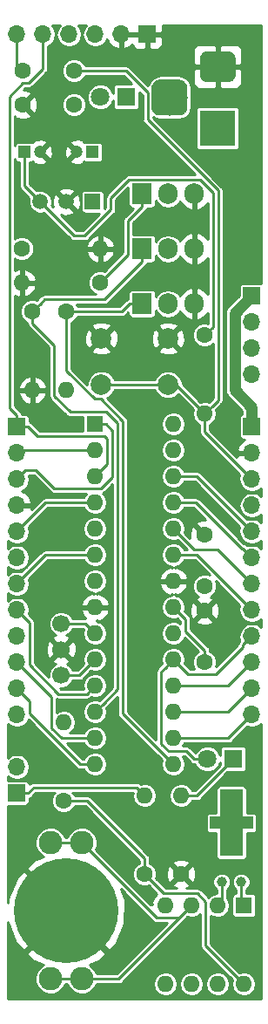
<source format=gtl>
G04 #@! TF.GenerationSoftware,KiCad,Pcbnew,5.0.2-bee76a0~70~ubuntu16.04.1*
G04 #@! TF.CreationDate,2019-06-13T12:14:42-07:00*
G04 #@! TF.ProjectId,sunrise-board,73756e72-6973-4652-9d62-6f6172642e6b,v1*
G04 #@! TF.SameCoordinates,Original*
G04 #@! TF.FileFunction,Copper,L1,Top*
G04 #@! TF.FilePolarity,Positive*
%FSLAX46Y46*%
G04 Gerber Fmt 4.6, Leading zero omitted, Abs format (unit mm)*
G04 Created by KiCad (PCBNEW 5.0.2-bee76a0~70~ubuntu16.04.1) date Thu 13 Jun 2019 12:14:42 PM PDT*
%MOMM*%
%LPD*%
G01*
G04 APERTURE LIST*
G04 #@! TA.AperFunction,BGAPad,CuDef*
%ADD10C,10.160000*%
G04 #@! TD*
G04 #@! TA.AperFunction,ComponentPad*
%ADD11C,2.286000*%
G04 #@! TD*
G04 #@! TA.AperFunction,ComponentPad*
%ADD12C,1.700000*%
G04 #@! TD*
G04 #@! TA.AperFunction,ComponentPad*
%ADD13C,1.000000*%
G04 #@! TD*
G04 #@! TA.AperFunction,SMDPad,CuDef*
%ADD14R,2.200000X6.500000*%
G04 #@! TD*
G04 #@! TA.AperFunction,ComponentPad*
%ADD15R,1.200000X1.200000*%
G04 #@! TD*
G04 #@! TA.AperFunction,ComponentPad*
%ADD16R,1.600000X1.600000*%
G04 #@! TD*
G04 #@! TA.AperFunction,ComponentPad*
%ADD17O,1.600000X1.600000*%
G04 #@! TD*
G04 #@! TA.AperFunction,ComponentPad*
%ADD18C,1.500000*%
G04 #@! TD*
G04 #@! TA.AperFunction,ComponentPad*
%ADD19R,1.500000X1.500000*%
G04 #@! TD*
G04 #@! TA.AperFunction,ComponentPad*
%ADD20C,1.600000*%
G04 #@! TD*
G04 #@! TA.AperFunction,ComponentPad*
%ADD21R,1.905000X2.000000*%
G04 #@! TD*
G04 #@! TA.AperFunction,ComponentPad*
%ADD22O,1.905000X2.000000*%
G04 #@! TD*
G04 #@! TA.AperFunction,ComponentPad*
%ADD23R,1.700000X1.700000*%
G04 #@! TD*
G04 #@! TA.AperFunction,ComponentPad*
%ADD24O,1.700000X1.700000*%
G04 #@! TD*
G04 #@! TA.AperFunction,ComponentPad*
%ADD25R,3.500000X3.500000*%
G04 #@! TD*
G04 #@! TA.AperFunction,Conductor*
%ADD26C,0.101600*%
G04 #@! TD*
G04 #@! TA.AperFunction,ComponentPad*
%ADD27C,3.000000*%
G04 #@! TD*
G04 #@! TA.AperFunction,ComponentPad*
%ADD28C,3.500000*%
G04 #@! TD*
G04 #@! TA.AperFunction,ComponentPad*
%ADD29R,1.800000X1.800000*%
G04 #@! TD*
G04 #@! TA.AperFunction,ComponentPad*
%ADD30C,1.800000*%
G04 #@! TD*
G04 #@! TA.AperFunction,ComponentPad*
%ADD31C,1.200000*%
G04 #@! TD*
G04 #@! TA.AperFunction,ComponentPad*
%ADD32C,2.000000*%
G04 #@! TD*
G04 #@! TA.AperFunction,Conductor*
%ADD33C,0.254000*%
G04 #@! TD*
G04 #@! TA.AperFunction,Conductor*
%ADD34C,1.066800*%
G04 #@! TD*
G04 APERTURE END LIST*
D10*
G04 #@! TO.P,BT1,2*
G04 #@! TO.N,GND*
X131826000Y-135890000D03*
D11*
G04 #@! TO.P,BT1,1*
G04 #@! TO.N,Net-(BT1-Pad1)*
X130302000Y-142494000D03*
X133350000Y-142494000D03*
X130302000Y-129286000D03*
X133350000Y-129286000D03*
G04 #@! TD*
D12*
G04 #@! TO.P,Y2,1*
G04 #@! TO.N,Net-(U3-Pad10)*
X131318000Y-113030000D03*
G04 #@! TO.P,Y2,2*
G04 #@! TO.N,GND*
X131318000Y-110530000D03*
G04 #@! TO.P,Y2,3*
G04 #@! TO.N,Net-(U3-Pad9)*
X131318000Y-108030000D03*
G04 #@! TD*
D13*
G04 #@! TO.P,Y1,1*
G04 #@! TO.N,Net-(U2-Pad1)*
X148844000Y-133096000D03*
G04 #@! TO.P,Y1,2*
G04 #@! TO.N,Net-(U2-Pad2)*
X146944000Y-133096000D03*
D14*
G04 #@! TO.P,Y1,3*
G04 #@! TO.N,N/C*
X147894000Y-127346000D03*
D15*
X149394000Y-127346000D03*
X146394000Y-127346000D03*
G04 #@! TD*
D16*
G04 #@! TO.P,U3,1*
G04 #@! TO.N,RESET*
X134620000Y-88646000D03*
D17*
G04 #@! TO.P,U3,15*
G04 #@! TO.N,LED_CTL_B*
X142240000Y-121666000D03*
G04 #@! TO.P,U3,2*
G04 #@! TO.N,RXI*
X134620000Y-91186000D03*
G04 #@! TO.P,U3,16*
G04 #@! TO.N,D10*
X142240000Y-119126000D03*
G04 #@! TO.P,U3,3*
G04 #@! TO.N,TXO*
X134620000Y-93726000D03*
G04 #@! TO.P,U3,17*
G04 #@! TO.N,MOSI*
X142240000Y-116586000D03*
G04 #@! TO.P,U3,4*
G04 #@! TO.N,D2*
X134620000Y-96266000D03*
G04 #@! TO.P,U3,18*
G04 #@! TO.N,MISO*
X142240000Y-114046000D03*
G04 #@! TO.P,U3,5*
G04 #@! TO.N,LED_CTL_R*
X134620000Y-98806000D03*
G04 #@! TO.P,U3,19*
G04 #@! TO.N,SCK*
X142240000Y-111506000D03*
G04 #@! TO.P,U3,6*
G04 #@! TO.N,D4*
X134620000Y-101346000D03*
G04 #@! TO.P,U3,20*
G04 #@! TO.N,VCC*
X142240000Y-108966000D03*
G04 #@! TO.P,U3,7*
X134620000Y-103886000D03*
G04 #@! TO.P,U3,21*
G04 #@! TO.N,Net-(C4-Pad1)*
X142240000Y-106426000D03*
G04 #@! TO.P,U3,8*
G04 #@! TO.N,GND*
X134620000Y-106426000D03*
G04 #@! TO.P,U3,22*
X142240000Y-103886000D03*
G04 #@! TO.P,U3,9*
G04 #@! TO.N,Net-(U3-Pad9)*
X134620000Y-108966000D03*
G04 #@! TO.P,U3,23*
G04 #@! TO.N,A0*
X142240000Y-101346000D03*
G04 #@! TO.P,U3,10*
G04 #@! TO.N,Net-(U3-Pad10)*
X134620000Y-111506000D03*
G04 #@! TO.P,U3,24*
G04 #@! TO.N,A1*
X142240000Y-98806000D03*
G04 #@! TO.P,U3,11*
G04 #@! TO.N,D5*
X134620000Y-114046000D03*
G04 #@! TO.P,U3,25*
G04 #@! TO.N,A2*
X142240000Y-96266000D03*
G04 #@! TO.P,U3,12*
G04 #@! TO.N,LED_CTL_G*
X134620000Y-116586000D03*
G04 #@! TO.P,U3,26*
G04 #@! TO.N,A3*
X142240000Y-93726000D03*
G04 #@! TO.P,U3,13*
G04 #@! TO.N,D7*
X134620000Y-119126000D03*
G04 #@! TO.P,U3,27*
G04 #@! TO.N,SDA*
X142240000Y-91186000D03*
G04 #@! TO.P,U3,14*
G04 #@! TO.N,D8*
X134620000Y-121666000D03*
G04 #@! TO.P,U3,28*
G04 #@! TO.N,SCL*
X142240000Y-88646000D03*
G04 #@! TD*
D16*
G04 #@! TO.P,U2,1*
G04 #@! TO.N,Net-(U2-Pad1)*
X149098000Y-135382000D03*
D17*
G04 #@! TO.P,U2,5*
G04 #@! TO.N,SDA*
X141478000Y-143002000D03*
G04 #@! TO.P,U2,2*
G04 #@! TO.N,Net-(U2-Pad2)*
X146558000Y-135382000D03*
G04 #@! TO.P,U2,6*
G04 #@! TO.N,SCL*
X144018000Y-143002000D03*
G04 #@! TO.P,U2,3*
G04 #@! TO.N,Net-(BT1-Pad1)*
X144018000Y-135382000D03*
G04 #@! TO.P,U2,7*
G04 #@! TO.N,Net-(U2-Pad7)*
X146558000Y-143002000D03*
G04 #@! TO.P,U2,4*
G04 #@! TO.N,GND*
X141478000Y-135382000D03*
G04 #@! TO.P,U2,8*
G04 #@! TO.N,VCC*
X149098000Y-143002000D03*
G04 #@! TD*
D18*
G04 #@! TO.P,U1,2*
G04 #@! TO.N,GND*
X131826000Y-67056000D03*
G04 #@! TO.P,U1,3*
G04 #@! TO.N,VCC*
X129286000Y-67056000D03*
D19*
G04 #@! TO.P,U1,1*
G04 #@! TO.N,RAW*
X134366000Y-67056000D03*
G04 #@! TD*
D20*
G04 #@! TO.P,R8,1*
G04 #@! TO.N,VCC*
X145288000Y-80010000D03*
D17*
G04 #@! TO.P,R8,2*
G04 #@! TO.N,RESET*
X145288000Y-87630000D03*
G04 #@! TD*
G04 #@! TO.P,R7,2*
G04 #@! TO.N,Net-(D2-Pad1)*
X143002000Y-124714000D03*
D20*
G04 #@! TO.P,R7,1*
G04 #@! TO.N,GND*
X143002000Y-132334000D03*
G04 #@! TD*
G04 #@! TO.P,R6,1*
G04 #@! TO.N,VCC*
X131572000Y-125222000D03*
D17*
G04 #@! TO.P,R6,2*
G04 #@! TO.N,SCL*
X131572000Y-117602000D03*
G04 #@! TD*
G04 #@! TO.P,R5,2*
G04 #@! TO.N,SDA*
X139446000Y-124714000D03*
D20*
G04 #@! TO.P,R5,1*
G04 #@! TO.N,VCC*
X139446000Y-132334000D03*
G04 #@! TD*
D17*
G04 #@! TO.P,R4,2*
G04 #@! TO.N,GND*
X135128000Y-71628000D03*
D20*
G04 #@! TO.P,R4,1*
G04 #@! TO.N,Net-(D1-Pad1)*
X127508000Y-71628000D03*
G04 #@! TD*
D17*
G04 #@! TO.P,R3,2*
G04 #@! TO.N,GND*
X131826000Y-85344000D03*
D20*
G04 #@! TO.P,R3,1*
G04 #@! TO.N,LED_CTL_B*
X131826000Y-77724000D03*
G04 #@! TD*
D17*
G04 #@! TO.P,R2,2*
G04 #@! TO.N,GND*
X128524000Y-85344000D03*
D20*
G04 #@! TO.P,R2,1*
G04 #@! TO.N,LED_CTL_G*
X128524000Y-77724000D03*
G04 #@! TD*
G04 #@! TO.P,R1,1*
G04 #@! TO.N,LED_CTL_R*
X135128000Y-74930000D03*
D17*
G04 #@! TO.P,R1,2*
G04 #@! TO.N,GND*
X127508000Y-74930000D03*
G04 #@! TD*
D21*
G04 #@! TO.P,Q3,1*
G04 #@! TO.N,LED_CTL_B*
X139192000Y-76962000D03*
D22*
G04 #@! TO.P,Q3,2*
G04 #@! TO.N,LED_B*
X141732000Y-76962000D03*
G04 #@! TO.P,Q3,3*
G04 #@! TO.N,GND*
X144272000Y-76962000D03*
G04 #@! TD*
G04 #@! TO.P,Q2,3*
G04 #@! TO.N,GND*
X144272000Y-71628000D03*
G04 #@! TO.P,Q2,2*
G04 #@! TO.N,LED_G*
X141732000Y-71628000D03*
D21*
G04 #@! TO.P,Q2,1*
G04 #@! TO.N,LED_CTL_G*
X139192000Y-71628000D03*
G04 #@! TD*
G04 #@! TO.P,Q1,1*
G04 #@! TO.N,LED_CTL_R*
X139192000Y-66294000D03*
D22*
G04 #@! TO.P,Q1,2*
G04 #@! TO.N,LED_R*
X141732000Y-66294000D03*
G04 #@! TO.P,Q1,3*
G04 #@! TO.N,GND*
X144272000Y-66294000D03*
G04 #@! TD*
D23*
G04 #@! TO.P,J6,1*
G04 #@! TO.N,SDA*
X127000000Y-124460000D03*
D24*
G04 #@! TO.P,J6,2*
G04 #@! TO.N,SCL*
X127000000Y-121920000D03*
G04 #@! TD*
D23*
G04 #@! TO.P,J5,1*
G04 #@! TO.N,RAW*
X149860000Y-76200000D03*
D24*
G04 #@! TO.P,J5,2*
G04 #@! TO.N,LED_R*
X149860000Y-78740000D03*
G04 #@! TO.P,J5,3*
G04 #@! TO.N,LED_G*
X149860000Y-81280000D03*
G04 #@! TO.P,J5,4*
G04 #@! TO.N,LED_B*
X149860000Y-83820000D03*
G04 #@! TD*
G04 #@! TO.P,J4,12*
G04 #@! TO.N,D10*
X149860000Y-116840000D03*
G04 #@! TO.P,J4,11*
G04 #@! TO.N,MOSI*
X149860000Y-114300000D03*
G04 #@! TO.P,J4,10*
G04 #@! TO.N,MISO*
X149860000Y-111760000D03*
G04 #@! TO.P,J4,9*
G04 #@! TO.N,SCK*
X149860000Y-109220000D03*
G04 #@! TO.P,J4,8*
G04 #@! TO.N,A0*
X149860000Y-106680000D03*
G04 #@! TO.P,J4,7*
G04 #@! TO.N,A1*
X149860000Y-104140000D03*
G04 #@! TO.P,J4,6*
G04 #@! TO.N,A2*
X149860000Y-101600000D03*
G04 #@! TO.P,J4,5*
G04 #@! TO.N,A3*
X149860000Y-99060000D03*
G04 #@! TO.P,J4,4*
G04 #@! TO.N,VCC*
X149860000Y-96520000D03*
G04 #@! TO.P,J4,3*
G04 #@! TO.N,RESET*
X149860000Y-93980000D03*
G04 #@! TO.P,J4,2*
G04 #@! TO.N,GND*
X149860000Y-91440000D03*
D23*
G04 #@! TO.P,J4,1*
G04 #@! TO.N,RAW*
X149860000Y-88900000D03*
G04 #@! TD*
G04 #@! TO.P,J3,1*
G04 #@! TO.N,GND*
X139700000Y-50800000D03*
D24*
G04 #@! TO.P,J3,2*
X137160000Y-50800000D03*
G04 #@! TO.P,J3,3*
G04 #@! TO.N,VCC*
X134620000Y-50800000D03*
G04 #@! TO.P,J3,4*
G04 #@! TO.N,RXI*
X132080000Y-50800000D03*
G04 #@! TO.P,J3,5*
G04 #@! TO.N,TXO*
X129540000Y-50800000D03*
G04 #@! TO.P,J3,6*
G04 #@! TO.N,DTR*
X127000000Y-50800000D03*
G04 #@! TD*
D23*
G04 #@! TO.P,J2,1*
G04 #@! TO.N,TXO*
X127000000Y-88900000D03*
D24*
G04 #@! TO.P,J2,2*
G04 #@! TO.N,RXI*
X127000000Y-91440000D03*
G04 #@! TO.P,J2,3*
G04 #@! TO.N,RESET*
X127000000Y-93980000D03*
G04 #@! TO.P,J2,4*
G04 #@! TO.N,GND*
X127000000Y-96520000D03*
G04 #@! TO.P,J2,5*
G04 #@! TO.N,D2*
X127000000Y-99060000D03*
G04 #@! TO.P,J2,6*
G04 #@! TO.N,LED_R*
X127000000Y-101600000D03*
G04 #@! TO.P,J2,7*
G04 #@! TO.N,D4*
X127000000Y-104140000D03*
G04 #@! TO.P,J2,8*
G04 #@! TO.N,D5*
X127000000Y-106680000D03*
G04 #@! TO.P,J2,9*
G04 #@! TO.N,LED_G*
X127000000Y-109220000D03*
G04 #@! TO.P,J2,10*
G04 #@! TO.N,D7*
X127000000Y-111760000D03*
G04 #@! TO.P,J2,11*
G04 #@! TO.N,D8*
X127000000Y-114300000D03*
G04 #@! TO.P,J2,12*
G04 #@! TO.N,LED_B*
X127000000Y-116840000D03*
G04 #@! TD*
D25*
G04 #@! TO.P,J1,1*
G04 #@! TO.N,RAW*
X146558000Y-59944000D03*
D26*
G04 #@! TD*
G04 #@! TO.N,GND*
G04 #@! TO.C,J1*
G36*
X147631513Y-52447611D02*
X147704318Y-52458411D01*
X147775714Y-52476295D01*
X147845013Y-52501090D01*
X147911548Y-52532559D01*
X147974678Y-52570398D01*
X148033795Y-52614242D01*
X148088330Y-52663670D01*
X148137758Y-52718205D01*
X148181602Y-52777322D01*
X148219441Y-52840452D01*
X148250910Y-52906987D01*
X148275705Y-52976286D01*
X148293589Y-53047682D01*
X148304389Y-53120487D01*
X148308000Y-53194000D01*
X148308000Y-54694000D01*
X148304389Y-54767513D01*
X148293589Y-54840318D01*
X148275705Y-54911714D01*
X148250910Y-54981013D01*
X148219441Y-55047548D01*
X148181602Y-55110678D01*
X148137758Y-55169795D01*
X148088330Y-55224330D01*
X148033795Y-55273758D01*
X147974678Y-55317602D01*
X147911548Y-55355441D01*
X147845013Y-55386910D01*
X147775714Y-55411705D01*
X147704318Y-55429589D01*
X147631513Y-55440389D01*
X147558000Y-55444000D01*
X145558000Y-55444000D01*
X145484487Y-55440389D01*
X145411682Y-55429589D01*
X145340286Y-55411705D01*
X145270987Y-55386910D01*
X145204452Y-55355441D01*
X145141322Y-55317602D01*
X145082205Y-55273758D01*
X145027670Y-55224330D01*
X144978242Y-55169795D01*
X144934398Y-55110678D01*
X144896559Y-55047548D01*
X144865090Y-54981013D01*
X144840295Y-54911714D01*
X144822411Y-54840318D01*
X144811611Y-54767513D01*
X144808000Y-54694000D01*
X144808000Y-53194000D01*
X144811611Y-53120487D01*
X144822411Y-53047682D01*
X144840295Y-52976286D01*
X144865090Y-52906987D01*
X144896559Y-52840452D01*
X144934398Y-52777322D01*
X144978242Y-52718205D01*
X145027670Y-52663670D01*
X145082205Y-52614242D01*
X145141322Y-52570398D01*
X145204452Y-52532559D01*
X145270987Y-52501090D01*
X145340286Y-52476295D01*
X145411682Y-52458411D01*
X145484487Y-52447611D01*
X145558000Y-52444000D01*
X147558000Y-52444000D01*
X147631513Y-52447611D01*
X147631513Y-52447611D01*
G37*
D27*
G04 #@! TO.P,J1,2*
G04 #@! TO.N,GND*
X146558000Y-53944000D03*
D26*
G04 #@! TD*
G04 #@! TO.N,N/C*
G04 #@! TO.C,J1*
G36*
X142818765Y-55198213D02*
X142903704Y-55210813D01*
X142986999Y-55231677D01*
X143067848Y-55260605D01*
X143145472Y-55297319D01*
X143219124Y-55341464D01*
X143288094Y-55392616D01*
X143351718Y-55450282D01*
X143409384Y-55513906D01*
X143460536Y-55582876D01*
X143504681Y-55656528D01*
X143541395Y-55734152D01*
X143570323Y-55815001D01*
X143591187Y-55898296D01*
X143603787Y-55983235D01*
X143608000Y-56069000D01*
X143608000Y-57819000D01*
X143603787Y-57904765D01*
X143591187Y-57989704D01*
X143570323Y-58072999D01*
X143541395Y-58153848D01*
X143504681Y-58231472D01*
X143460536Y-58305124D01*
X143409384Y-58374094D01*
X143351718Y-58437718D01*
X143288094Y-58495384D01*
X143219124Y-58546536D01*
X143145472Y-58590681D01*
X143067848Y-58627395D01*
X142986999Y-58656323D01*
X142903704Y-58677187D01*
X142818765Y-58689787D01*
X142733000Y-58694000D01*
X140983000Y-58694000D01*
X140897235Y-58689787D01*
X140812296Y-58677187D01*
X140729001Y-58656323D01*
X140648152Y-58627395D01*
X140570528Y-58590681D01*
X140496876Y-58546536D01*
X140427906Y-58495384D01*
X140364282Y-58437718D01*
X140306616Y-58374094D01*
X140255464Y-58305124D01*
X140211319Y-58231472D01*
X140174605Y-58153848D01*
X140145677Y-58072999D01*
X140124813Y-57989704D01*
X140112213Y-57904765D01*
X140108000Y-57819000D01*
X140108000Y-56069000D01*
X140112213Y-55983235D01*
X140124813Y-55898296D01*
X140145677Y-55815001D01*
X140174605Y-55734152D01*
X140211319Y-55656528D01*
X140255464Y-55582876D01*
X140306616Y-55513906D01*
X140364282Y-55450282D01*
X140427906Y-55392616D01*
X140496876Y-55341464D01*
X140570528Y-55297319D01*
X140648152Y-55260605D01*
X140729001Y-55231677D01*
X140812296Y-55210813D01*
X140897235Y-55198213D01*
X140983000Y-55194000D01*
X142733000Y-55194000D01*
X142818765Y-55198213D01*
X142818765Y-55198213D01*
G37*
D28*
G04 #@! TO.P,J1,3*
G04 #@! TO.N,N/C*
X141858000Y-56944000D03*
G04 #@! TD*
D29*
G04 #@! TO.P,D2,1*
G04 #@! TO.N,Net-(D2-Pad1)*
X148082000Y-121158000D03*
D30*
G04 #@! TO.P,D2,2*
G04 #@! TO.N,SCK*
X145542000Y-121158000D03*
G04 #@! TD*
G04 #@! TO.P,D1,2*
G04 #@! TO.N,VCC*
X135128000Y-56896000D03*
D29*
G04 #@! TO.P,D1,1*
G04 #@! TO.N,Net-(D1-Pad1)*
X137668000Y-56896000D03*
G04 #@! TD*
D20*
G04 #@! TO.P,C6,2*
G04 #@! TO.N,DTR*
X127588000Y-54356000D03*
G04 #@! TO.P,C6,1*
G04 #@! TO.N,RESET*
X132588000Y-54356000D03*
G04 #@! TD*
G04 #@! TO.P,C5,1*
G04 #@! TO.N,VCC*
X145288000Y-104394000D03*
G04 #@! TO.P,C5,2*
G04 #@! TO.N,GND*
X145288000Y-99394000D03*
G04 #@! TD*
G04 #@! TO.P,C4,1*
G04 #@! TO.N,Net-(C4-Pad1)*
X145288000Y-111760000D03*
G04 #@! TO.P,C4,2*
G04 #@! TO.N,GND*
X145288000Y-106760000D03*
G04 #@! TD*
G04 #@! TO.P,C3,2*
G04 #@! TO.N,GND*
X127588000Y-57658000D03*
G04 #@! TO.P,C3,1*
G04 #@! TO.N,VCC*
X132588000Y-57658000D03*
G04 #@! TD*
D31*
G04 #@! TO.P,C2,2*
G04 #@! TO.N,GND*
X129262000Y-62230000D03*
D15*
G04 #@! TO.P,C2,1*
G04 #@! TO.N,VCC*
X127762000Y-62230000D03*
G04 #@! TD*
G04 #@! TO.P,C1,1*
G04 #@! TO.N,RAW*
X134366000Y-62230000D03*
D31*
G04 #@! TO.P,C1,2*
G04 #@! TO.N,GND*
X132866000Y-62230000D03*
G04 #@! TD*
D32*
G04 #@! TO.P,SW1,2*
G04 #@! TO.N,RESET*
X135232000Y-84836000D03*
G04 #@! TO.P,SW1,1*
G04 #@! TO.N,GND*
X135232000Y-80336000D03*
G04 #@! TO.P,SW1,2*
G04 #@! TO.N,RESET*
X141732000Y-84836000D03*
G04 #@! TO.P,SW1,1*
G04 #@! TO.N,GND*
X141732000Y-80336000D03*
G04 #@! TD*
D33*
G04 #@! TO.N,Net-(BT1-Pad1)*
X131918446Y-142494000D02*
X133350000Y-142494000D01*
X130302000Y-142494000D02*
X131918446Y-142494000D01*
X130302000Y-129286000D02*
X133350000Y-129286000D01*
X136906000Y-142494000D02*
X133350000Y-142494000D01*
X144018000Y-135382000D02*
X136906000Y-142494000D01*
X134492999Y-130428999D02*
X133350000Y-129286000D01*
X140627001Y-136563001D02*
X134492999Y-130428999D01*
X142836999Y-136563001D02*
X140627001Y-136563001D01*
X144018000Y-135382000D02*
X142836999Y-136563001D01*
D34*
G04 #@! TO.N,RAW*
X149860000Y-86983200D02*
X149860000Y-88900000D01*
X148222599Y-85345799D02*
X149860000Y-86983200D01*
X148222599Y-77837401D02*
X148222599Y-85345799D01*
X149860000Y-76200000D02*
X148222599Y-77837401D01*
D33*
G04 #@! TO.N,VCC*
X127762000Y-65532000D02*
X129286000Y-67056000D01*
X127762000Y-62230000D02*
X127762000Y-65532000D01*
X148298001Y-142202001D02*
X149098000Y-143002000D01*
X145376999Y-134993117D02*
X145376999Y-139280999D01*
X144584881Y-134200999D02*
X145376999Y-134993117D01*
X145376999Y-139280999D02*
X148298001Y-142202001D01*
X141312999Y-134200999D02*
X144584881Y-134200999D01*
X139446000Y-132334000D02*
X141312999Y-134200999D01*
X132588000Y-70358000D02*
X133604000Y-70358000D01*
X129286000Y-67056000D02*
X132588000Y-70358000D01*
X133604000Y-70358000D02*
X136144000Y-67818000D01*
X146087999Y-79210001D02*
X145288000Y-80010000D01*
X146087999Y-66176632D02*
X146087999Y-79210001D01*
X144824357Y-64912990D02*
X146087999Y-66176632D01*
X137934708Y-64912990D02*
X144824357Y-64912990D01*
X136144000Y-66703698D02*
X137934708Y-64912990D01*
X136144000Y-67818000D02*
X136144000Y-66703698D01*
X133858000Y-125222000D02*
X139446000Y-130810000D01*
X139446000Y-130810000D02*
X139446000Y-132334000D01*
X131572000Y-125222000D02*
X133858000Y-125222000D01*
G04 #@! TO.N,Net-(C4-Pad1)*
X143039999Y-107225999D02*
X142240000Y-106426000D01*
X143421001Y-107607001D02*
X143039999Y-107225999D01*
X145288000Y-110628630D02*
X143421001Y-108761631D01*
X143421001Y-108761631D02*
X143421001Y-107607001D01*
X145288000Y-111760000D02*
X145288000Y-110628630D01*
G04 #@! TO.N,DTR*
X127000000Y-53768000D02*
X127588000Y-54356000D01*
X127000000Y-50800000D02*
X127000000Y-53768000D01*
G04 #@! TO.N,RESET*
X136646213Y-84836000D02*
X141732000Y-84836000D01*
X135232000Y-84836000D02*
X136646213Y-84836000D01*
X142494000Y-84836000D02*
X141732000Y-84836000D01*
X145288000Y-87630000D02*
X142494000Y-84836000D01*
X145288000Y-89408000D02*
X149860000Y-93980000D01*
X145288000Y-87630000D02*
X145288000Y-89408000D01*
X135186881Y-94907001D02*
X136309010Y-93784872D01*
X136309010Y-89281010D02*
X135674000Y-88646000D01*
X130642999Y-94907001D02*
X135186881Y-94907001D01*
X136309010Y-93784872D02*
X136309010Y-89281010D01*
X128865999Y-93130001D02*
X130642999Y-94907001D01*
X127849999Y-93130001D02*
X128865999Y-93130001D01*
X135674000Y-88646000D02*
X134620000Y-88646000D01*
X127000000Y-93980000D02*
X127849999Y-93130001D01*
X146087999Y-86830001D02*
X145288000Y-87630000D01*
X139726990Y-56469188D02*
X139726990Y-59097189D01*
X146596009Y-65966208D02*
X146596009Y-86321991D01*
X139726990Y-59097189D02*
X146596009Y-65966208D01*
X137613802Y-54356000D02*
X139726990Y-56469188D01*
X146596009Y-86321991D02*
X146087999Y-86830001D01*
X132588000Y-54356000D02*
X137613802Y-54356000D01*
G04 #@! TO.N,Net-(D2-Pad1)*
X144526000Y-124714000D02*
X143002000Y-124714000D01*
X148082000Y-121158000D02*
X144526000Y-124714000D01*
G04 #@! TO.N,SCK*
X143675001Y-112941001D02*
X143039999Y-112305999D01*
X149010001Y-110293881D02*
X146362881Y-112941001D01*
X143039999Y-112305999D02*
X142240000Y-111506000D01*
X149010001Y-110069999D02*
X149010001Y-110293881D01*
X146362881Y-112941001D02*
X143675001Y-112941001D01*
X149860000Y-109220000D02*
X149010001Y-110069999D01*
X141440001Y-112305999D02*
X142240000Y-111506000D01*
X141058999Y-112687001D02*
X141440001Y-112305999D01*
X141058999Y-119692881D02*
X141058999Y-112687001D01*
X144269208Y-121158000D02*
X143507208Y-120396000D01*
X141762118Y-120396000D02*
X141058999Y-119692881D01*
X143507208Y-120396000D02*
X141762118Y-120396000D01*
X145542000Y-121158000D02*
X144269208Y-121158000D01*
G04 #@! TO.N,TXO*
X128104000Y-88900000D02*
X127000000Y-88900000D01*
X135801001Y-90081001D02*
X135547001Y-89827001D01*
X135801001Y-92544999D02*
X135801001Y-90081001D01*
X129031001Y-89827001D02*
X128104000Y-88900000D01*
X135547001Y-89827001D02*
X129031001Y-89827001D01*
X134620000Y-93726000D02*
X135801001Y-92544999D01*
X127000000Y-87796000D02*
X127000000Y-88900000D01*
X126272989Y-87068989D02*
X127000000Y-87796000D01*
X126272989Y-56861011D02*
X126272989Y-87068989D01*
X127596999Y-55537001D02*
X126272989Y-56861011D01*
X128154881Y-55537001D02*
X127596999Y-55537001D01*
X129540000Y-54151882D02*
X128154881Y-55537001D01*
X129540000Y-50800000D02*
X129540000Y-54151882D01*
G04 #@! TO.N,RXI*
X127254000Y-91186000D02*
X127000000Y-91440000D01*
X134620000Y-91186000D02*
X127254000Y-91186000D01*
G04 #@! TO.N,D2*
X129794000Y-96266000D02*
X127000000Y-99060000D01*
X134620000Y-96266000D02*
X129794000Y-96266000D01*
G04 #@! TO.N,D4*
X129794000Y-101346000D02*
X127000000Y-104140000D01*
X134620000Y-101346000D02*
X129794000Y-101346000D01*
G04 #@! TO.N,D5*
X127849999Y-107529999D02*
X127000000Y-106680000D01*
X128231001Y-107911001D02*
X127849999Y-107529999D01*
X128231001Y-112018883D02*
X128231001Y-107911001D01*
X131058117Y-114845999D02*
X128231001Y-112018883D01*
X133820001Y-114845999D02*
X131058117Y-114845999D01*
X134620000Y-114046000D02*
X133820001Y-114845999D01*
G04 #@! TO.N,D7*
X131348118Y-119126000D02*
X133488630Y-119126000D01*
X130390999Y-118168881D02*
X131348118Y-119126000D01*
X130390999Y-115150999D02*
X130390999Y-118168881D01*
X133488630Y-119126000D02*
X134620000Y-119126000D01*
X127000000Y-111760000D02*
X130390999Y-115150999D01*
G04 #@! TO.N,D8*
X133488630Y-121666000D02*
X134620000Y-121666000D01*
X128231001Y-116727317D02*
X133169684Y-121666000D01*
X133169684Y-121666000D02*
X133488630Y-121666000D01*
X128231001Y-115531001D02*
X128231001Y-116727317D01*
X127000000Y-114300000D02*
X128231001Y-115531001D01*
G04 #@! TO.N,D10*
X147574000Y-119126000D02*
X149860000Y-116840000D01*
X142240000Y-119126000D02*
X147574000Y-119126000D01*
G04 #@! TO.N,MOSI*
X147574000Y-116586000D02*
X149860000Y-114300000D01*
X142240000Y-116586000D02*
X147574000Y-116586000D01*
G04 #@! TO.N,MISO*
X147574000Y-114046000D02*
X149860000Y-111760000D01*
X142240000Y-114046000D02*
X147574000Y-114046000D01*
G04 #@! TO.N,A0*
X144526000Y-101346000D02*
X142240000Y-101346000D01*
X149860000Y-106680000D02*
X144526000Y-101346000D01*
G04 #@! TO.N,A1*
X146557991Y-100837991D02*
X144271991Y-100837991D01*
X143039999Y-99605999D02*
X142240000Y-98806000D01*
X144271991Y-100837991D02*
X143039999Y-99605999D01*
X149860000Y-104140000D02*
X146557991Y-100837991D01*
G04 #@! TO.N,A2*
X143371370Y-96266000D02*
X142240000Y-96266000D01*
X144415882Y-96266000D02*
X143371370Y-96266000D01*
X148899883Y-100750001D02*
X144415882Y-96266000D01*
X149010001Y-100750001D02*
X148899883Y-100750001D01*
X149860000Y-101600000D02*
X149010001Y-100750001D01*
G04 #@! TO.N,A3*
X144526000Y-93726000D02*
X142240000Y-93726000D01*
X149860000Y-99060000D02*
X144526000Y-93726000D01*
G04 #@! TO.N,SDA*
X138646001Y-123914001D02*
X139446000Y-124714000D01*
X128649999Y-123914001D02*
X138646001Y-123914001D01*
X128104000Y-124460000D02*
X128649999Y-123914001D01*
X127000000Y-124460000D02*
X128104000Y-124460000D01*
G04 #@! TO.N,LED_CTL_R*
X139192000Y-67548000D02*
X139192000Y-66294000D01*
X137858499Y-68881501D02*
X139192000Y-67548000D01*
X137858499Y-72199501D02*
X137858499Y-68881501D01*
X135128000Y-74930000D02*
X137858499Y-72199501D01*
G04 #@! TO.N,LED_CTL_G*
X129323999Y-76924001D02*
X128524000Y-77724000D01*
X129705001Y-76542999D02*
X129323999Y-76924001D01*
X135531001Y-76542999D02*
X129705001Y-76542999D01*
X139192000Y-72882000D02*
X135531001Y-76542999D01*
X139192000Y-71628000D02*
X139192000Y-72882000D01*
X135419999Y-115786001D02*
X134620000Y-116586000D01*
X136817020Y-114388980D02*
X135419999Y-115786001D01*
X136817020Y-88557218D02*
X136817020Y-114388980D01*
X132199117Y-87464999D02*
X135724801Y-87464999D01*
X135724801Y-87464999D02*
X136817020Y-88557218D01*
X130644999Y-85910881D02*
X132199117Y-87464999D01*
X128524000Y-78855370D02*
X130644999Y-80976369D01*
X130644999Y-80976369D02*
X130644999Y-85910881D01*
X128524000Y-77724000D02*
X128524000Y-78855370D01*
G04 #@! TO.N,LED_CTL_B*
X132957370Y-77724000D02*
X131826000Y-77724000D01*
X137223500Y-77724000D02*
X132957370Y-77724000D01*
X137985500Y-76962000D02*
X137223500Y-77724000D01*
X139192000Y-76962000D02*
X137985500Y-76962000D01*
X137325029Y-88346793D02*
X135195237Y-86217001D01*
X131826000Y-78855370D02*
X131826000Y-77724000D01*
X135195237Y-86217001D02*
X134569119Y-86217001D01*
X131826000Y-83473882D02*
X131826000Y-78855370D01*
X142240000Y-121666000D02*
X137325030Y-116751030D01*
X137325030Y-116751030D02*
X137325029Y-88346793D01*
X134569119Y-86217001D02*
X131826000Y-83473882D01*
G04 #@! TO.N,Net-(U2-Pad1)*
X148844000Y-135128000D02*
X149098000Y-135382000D01*
X148844000Y-133096000D02*
X148844000Y-135128000D01*
G04 #@! TO.N,Net-(U2-Pad2)*
X146944000Y-134996000D02*
X146558000Y-135382000D01*
X146944000Y-133096000D02*
X146944000Y-134996000D01*
G04 #@! TO.N,Net-(U3-Pad9)*
X133684000Y-108030000D02*
X134620000Y-108966000D01*
X131318000Y-108030000D02*
X133684000Y-108030000D01*
G04 #@! TO.N,Net-(U3-Pad10)*
X133096000Y-113030000D02*
X134620000Y-111506000D01*
X131318000Y-113030000D02*
X133096000Y-113030000D01*
G04 #@! TD*
G04 #@! TO.N,GND*
G36*
X136309021Y-114178558D02*
X135096166Y-115391414D01*
X135025132Y-115462448D01*
X134736318Y-115405000D01*
X134503682Y-115405000D01*
X134159197Y-115473522D01*
X133768547Y-115734547D01*
X133507522Y-116125197D01*
X133415863Y-116586000D01*
X133507522Y-117046803D01*
X133768547Y-117437453D01*
X134159197Y-117698478D01*
X134503682Y-117767000D01*
X134736318Y-117767000D01*
X135080803Y-117698478D01*
X135471453Y-117437453D01*
X135732478Y-117046803D01*
X135824137Y-116586000D01*
X135743552Y-116180868D01*
X135814586Y-116109834D01*
X136817031Y-115107390D01*
X136817031Y-116700997D01*
X136807079Y-116751030D01*
X136846505Y-116949241D01*
X136930442Y-117074862D01*
X136930445Y-117074865D01*
X136958784Y-117117277D01*
X137001196Y-117145616D01*
X141116448Y-121260869D01*
X141035863Y-121666000D01*
X141127522Y-122126803D01*
X141388547Y-122517453D01*
X141779197Y-122778478D01*
X142123682Y-122847000D01*
X142356318Y-122847000D01*
X142700803Y-122778478D01*
X143091453Y-122517453D01*
X143352478Y-122126803D01*
X143444137Y-121666000D01*
X143352478Y-121205197D01*
X143151224Y-120904000D01*
X143296788Y-120904000D01*
X143874622Y-121481835D01*
X143902961Y-121524247D01*
X143945373Y-121552586D01*
X143945375Y-121552588D01*
X144070996Y-121636525D01*
X144219176Y-121666000D01*
X144219180Y-121666000D01*
X144269208Y-121675951D01*
X144319236Y-121666000D01*
X144365876Y-121666000D01*
X144456021Y-121883628D01*
X144816372Y-122243979D01*
X145287193Y-122439000D01*
X145796807Y-122439000D01*
X146267628Y-122243979D01*
X146627979Y-121883628D01*
X146793536Y-121483939D01*
X146793536Y-121728044D01*
X144315580Y-124206000D01*
X144082942Y-124206000D01*
X143853453Y-123862547D01*
X143462803Y-123601522D01*
X143118318Y-123533000D01*
X142885682Y-123533000D01*
X142541197Y-123601522D01*
X142150547Y-123862547D01*
X141889522Y-124253197D01*
X141797863Y-124714000D01*
X141889522Y-125174803D01*
X142150547Y-125565453D01*
X142541197Y-125826478D01*
X142885682Y-125895000D01*
X143118318Y-125895000D01*
X143462803Y-125826478D01*
X143853453Y-125565453D01*
X144082942Y-125222000D01*
X144475972Y-125222000D01*
X144526000Y-125231951D01*
X144576028Y-125222000D01*
X144576032Y-125222000D01*
X144724212Y-125192525D01*
X144892247Y-125080247D01*
X144920588Y-125037832D01*
X147511956Y-122446464D01*
X148982000Y-122446464D01*
X149130659Y-122416894D01*
X149256686Y-122332686D01*
X149340894Y-122206659D01*
X149370464Y-122058000D01*
X149370464Y-120258000D01*
X149340894Y-120109341D01*
X149256686Y-119983314D01*
X149130659Y-119899106D01*
X148982000Y-119869536D01*
X147182000Y-119869536D01*
X147033341Y-119899106D01*
X146907314Y-119983314D01*
X146823106Y-120109341D01*
X146793536Y-120258000D01*
X146793536Y-120832061D01*
X146627979Y-120432372D01*
X146267628Y-120072021D01*
X145796807Y-119877000D01*
X145287193Y-119877000D01*
X144816372Y-120072021D01*
X144456021Y-120432372D01*
X144399194Y-120569565D01*
X143901795Y-120072167D01*
X143873455Y-120029753D01*
X143705420Y-119917475D01*
X143557240Y-119888000D01*
X143557236Y-119888000D01*
X143507208Y-119878049D01*
X143457180Y-119888000D01*
X143151224Y-119888000D01*
X143320942Y-119634000D01*
X147523972Y-119634000D01*
X147574000Y-119643951D01*
X147624028Y-119634000D01*
X147624032Y-119634000D01*
X147772212Y-119604525D01*
X147940247Y-119492247D01*
X147968588Y-119449832D01*
X149412348Y-118006073D01*
X149738761Y-118071000D01*
X149981239Y-118071000D01*
X150340312Y-117999576D01*
X150736301Y-117734985D01*
X150736301Y-144386300D01*
X126123700Y-144386300D01*
X126123700Y-137007210D01*
X126925235Y-139042142D01*
X127038359Y-139211444D01*
X127729172Y-139807223D01*
X131646395Y-135890000D01*
X127729172Y-131972777D01*
X127038359Y-132568556D01*
X126131735Y-134653537D01*
X126123700Y-135113343D01*
X126123700Y-125693233D01*
X126150000Y-125698464D01*
X127850000Y-125698464D01*
X127998659Y-125668894D01*
X128124686Y-125584686D01*
X128208894Y-125458659D01*
X128238464Y-125310000D01*
X128238464Y-124951205D01*
X128302212Y-124938525D01*
X128470247Y-124826247D01*
X128498588Y-124783832D01*
X128860420Y-124422001D01*
X130701813Y-124422001D01*
X130570797Y-124553017D01*
X130391000Y-124987085D01*
X130391000Y-125456915D01*
X130570797Y-125890983D01*
X130903017Y-126223203D01*
X131337085Y-126403000D01*
X131806915Y-126403000D01*
X132240983Y-126223203D01*
X132573203Y-125890983D01*
X132639884Y-125730000D01*
X133647580Y-125730000D01*
X138938000Y-131020420D01*
X138938000Y-131266115D01*
X138777017Y-131332797D01*
X138444797Y-131665017D01*
X138265000Y-132099085D01*
X138265000Y-132568915D01*
X138444797Y-133002983D01*
X138777017Y-133335203D01*
X139211085Y-133515000D01*
X139680915Y-133515000D01*
X139841898Y-133448318D01*
X140637717Y-134244137D01*
X140325611Y-134526866D01*
X140086086Y-135032959D01*
X140207370Y-135254998D01*
X140043000Y-135254998D01*
X140043000Y-135260579D01*
X134887589Y-130105169D01*
X134887587Y-130105166D01*
X134726840Y-129944419D01*
X134874000Y-129589142D01*
X134874000Y-128982858D01*
X134641985Y-128422723D01*
X134213277Y-127994015D01*
X133653142Y-127762000D01*
X133046858Y-127762000D01*
X132486723Y-127994015D01*
X132058015Y-128422723D01*
X131910855Y-128778000D01*
X131741145Y-128778000D01*
X131593985Y-128422723D01*
X131165277Y-127994015D01*
X130605142Y-127762000D01*
X129998858Y-127762000D01*
X129438723Y-127994015D01*
X129010015Y-128422723D01*
X128778000Y-128982858D01*
X128778000Y-129589142D01*
X129010015Y-130149277D01*
X129438723Y-130577985D01*
X129574819Y-130634358D01*
X128673858Y-130989235D01*
X128504556Y-131102359D01*
X127908777Y-131793172D01*
X131826000Y-135710395D01*
X131840143Y-135696253D01*
X132019748Y-135875858D01*
X132005605Y-135890000D01*
X135922828Y-139807223D01*
X136613641Y-139211444D01*
X137520265Y-137126463D01*
X137559989Y-134853242D01*
X137144838Y-133799258D01*
X140232415Y-136886836D01*
X140260754Y-136929248D01*
X140303166Y-136957587D01*
X140303168Y-136957589D01*
X140428789Y-137041526D01*
X140576969Y-137071001D01*
X140576973Y-137071001D01*
X140627001Y-137080952D01*
X140677029Y-137071001D01*
X141610578Y-137071001D01*
X136695580Y-141986000D01*
X134789145Y-141986000D01*
X134641985Y-141630723D01*
X134213277Y-141202015D01*
X134077181Y-141145642D01*
X134978142Y-140790765D01*
X135147444Y-140677641D01*
X135743223Y-139986828D01*
X131826000Y-136069605D01*
X127908777Y-139986828D01*
X128504556Y-140677641D01*
X129577896Y-141144368D01*
X129438723Y-141202015D01*
X129010015Y-141630723D01*
X128778000Y-142190858D01*
X128778000Y-142797142D01*
X129010015Y-143357277D01*
X129438723Y-143785985D01*
X129998858Y-144018000D01*
X130605142Y-144018000D01*
X131165277Y-143785985D01*
X131593985Y-143357277D01*
X131741145Y-143002000D01*
X131910855Y-143002000D01*
X132058015Y-143357277D01*
X132486723Y-143785985D01*
X133046858Y-144018000D01*
X133653142Y-144018000D01*
X134213277Y-143785985D01*
X134641985Y-143357277D01*
X134789145Y-143002000D01*
X136855972Y-143002000D01*
X136906000Y-143011951D01*
X136956028Y-143002000D01*
X136956032Y-143002000D01*
X140273863Y-143002000D01*
X140365522Y-143462803D01*
X140626547Y-143853453D01*
X141017197Y-144114478D01*
X141361682Y-144183000D01*
X141594318Y-144183000D01*
X141938803Y-144114478D01*
X142329453Y-143853453D01*
X142590478Y-143462803D01*
X142682137Y-143002000D01*
X142813863Y-143002000D01*
X142905522Y-143462803D01*
X143166547Y-143853453D01*
X143557197Y-144114478D01*
X143901682Y-144183000D01*
X144134318Y-144183000D01*
X144478803Y-144114478D01*
X144869453Y-143853453D01*
X145130478Y-143462803D01*
X145222137Y-143002000D01*
X145353863Y-143002000D01*
X145445522Y-143462803D01*
X145706547Y-143853453D01*
X146097197Y-144114478D01*
X146441682Y-144183000D01*
X146674318Y-144183000D01*
X147018803Y-144114478D01*
X147409453Y-143853453D01*
X147670478Y-143462803D01*
X147762137Y-143002000D01*
X147670478Y-142541197D01*
X147409453Y-142150547D01*
X147018803Y-141889522D01*
X146674318Y-141821000D01*
X146441682Y-141821000D01*
X146097197Y-141889522D01*
X145706547Y-142150547D01*
X145445522Y-142541197D01*
X145353863Y-143002000D01*
X145222137Y-143002000D01*
X145130478Y-142541197D01*
X144869453Y-142150547D01*
X144478803Y-141889522D01*
X144134318Y-141821000D01*
X143901682Y-141821000D01*
X143557197Y-141889522D01*
X143166547Y-142150547D01*
X142905522Y-142541197D01*
X142813863Y-143002000D01*
X142682137Y-143002000D01*
X142590478Y-142541197D01*
X142329453Y-142150547D01*
X141938803Y-141889522D01*
X141594318Y-141821000D01*
X141361682Y-141821000D01*
X141017197Y-141889522D01*
X140626547Y-142150547D01*
X140365522Y-142541197D01*
X140273863Y-143002000D01*
X136956032Y-143002000D01*
X137104212Y-142972525D01*
X137272247Y-142860247D01*
X137300588Y-142817832D01*
X143160834Y-136957587D01*
X143203246Y-136929248D01*
X143231585Y-136886836D01*
X143612869Y-136505552D01*
X143901682Y-136563000D01*
X144134318Y-136563000D01*
X144478803Y-136494478D01*
X144868999Y-136233756D01*
X144869000Y-139230966D01*
X144859048Y-139280999D01*
X144898474Y-139479210D01*
X144982411Y-139604831D01*
X144982414Y-139604834D01*
X145010753Y-139647246D01*
X145053165Y-139675585D01*
X147974168Y-142596589D01*
X147974171Y-142596591D01*
X147974448Y-142596868D01*
X147893863Y-143002000D01*
X147985522Y-143462803D01*
X148246547Y-143853453D01*
X148637197Y-144114478D01*
X148981682Y-144183000D01*
X149214318Y-144183000D01*
X149558803Y-144114478D01*
X149949453Y-143853453D01*
X150210478Y-143462803D01*
X150302137Y-143002000D01*
X150210478Y-142541197D01*
X149949453Y-142150547D01*
X149558803Y-141889522D01*
X149214318Y-141821000D01*
X148981682Y-141821000D01*
X148692868Y-141878448D01*
X148692591Y-141878171D01*
X148692589Y-141878168D01*
X145884999Y-139070579D01*
X145884999Y-136352691D01*
X146097197Y-136494478D01*
X146441682Y-136563000D01*
X146674318Y-136563000D01*
X147018803Y-136494478D01*
X147409453Y-136233453D01*
X147670478Y-135842803D01*
X147762137Y-135382000D01*
X147670478Y-134921197D01*
X147452000Y-134594223D01*
X147452000Y-134582000D01*
X147909536Y-134582000D01*
X147909536Y-136182000D01*
X147939106Y-136330659D01*
X148023314Y-136456686D01*
X148149341Y-136540894D01*
X148298000Y-136570464D01*
X149898000Y-136570464D01*
X150046659Y-136540894D01*
X150172686Y-136456686D01*
X150256894Y-136330659D01*
X150286464Y-136182000D01*
X150286464Y-134582000D01*
X150256894Y-134433341D01*
X150172686Y-134307314D01*
X150046659Y-134223106D01*
X149898000Y-134193536D01*
X149352000Y-134193536D01*
X149352000Y-133833923D01*
X149590876Y-133595047D01*
X149725000Y-133271242D01*
X149725000Y-132920758D01*
X149590876Y-132596953D01*
X149343047Y-132349124D01*
X149019242Y-132215000D01*
X148668758Y-132215000D01*
X148344953Y-132349124D01*
X148097124Y-132596953D01*
X147963000Y-132920758D01*
X147963000Y-133271242D01*
X148097124Y-133595047D01*
X148336000Y-133833923D01*
X148336001Y-134193536D01*
X148298000Y-134193536D01*
X148149341Y-134223106D01*
X148023314Y-134307314D01*
X147939106Y-134433341D01*
X147909536Y-134582000D01*
X147452000Y-134582000D01*
X147452000Y-133833923D01*
X147690876Y-133595047D01*
X147825000Y-133271242D01*
X147825000Y-132920758D01*
X147690876Y-132596953D01*
X147443047Y-132349124D01*
X147119242Y-132215000D01*
X146768758Y-132215000D01*
X146444953Y-132349124D01*
X146197124Y-132596953D01*
X146063000Y-132920758D01*
X146063000Y-133271242D01*
X146197124Y-133595047D01*
X146436000Y-133833923D01*
X146436001Y-134202130D01*
X146097197Y-134269522D01*
X145706547Y-134530547D01*
X145677028Y-134574725D01*
X144979468Y-133877166D01*
X144951128Y-133834752D01*
X144783093Y-133722474D01*
X144634913Y-133692999D01*
X144634909Y-133692999D01*
X144584881Y-133683048D01*
X144534853Y-133692999D01*
X143502187Y-133692999D01*
X143756005Y-133587864D01*
X143830139Y-133341745D01*
X143002000Y-132513605D01*
X142173861Y-133341745D01*
X142247995Y-133587864D01*
X142540492Y-133692999D01*
X141523419Y-133692999D01*
X140560318Y-132729898D01*
X140627000Y-132568915D01*
X140627000Y-132117223D01*
X141555035Y-132117223D01*
X141582222Y-132687454D01*
X141748136Y-133088005D01*
X141994255Y-133162139D01*
X142822395Y-132334000D01*
X143181605Y-132334000D01*
X144009745Y-133162139D01*
X144255864Y-133088005D01*
X144448965Y-132550777D01*
X144421778Y-131980546D01*
X144255864Y-131579995D01*
X144009745Y-131505861D01*
X143181605Y-132334000D01*
X142822395Y-132334000D01*
X141994255Y-131505861D01*
X141748136Y-131579995D01*
X141555035Y-132117223D01*
X140627000Y-132117223D01*
X140627000Y-132099085D01*
X140447203Y-131665017D01*
X140114983Y-131332797D01*
X140099190Y-131326255D01*
X142173861Y-131326255D01*
X143002000Y-132154395D01*
X143830139Y-131326255D01*
X143756005Y-131080136D01*
X143218777Y-130887035D01*
X142648546Y-130914222D01*
X142247995Y-131080136D01*
X142173861Y-131326255D01*
X140099190Y-131326255D01*
X139954000Y-131266116D01*
X139954000Y-130860027D01*
X139963951Y-130809999D01*
X139954000Y-130759969D01*
X139954000Y-130759968D01*
X139924525Y-130611788D01*
X139812247Y-130443753D01*
X139769833Y-130415413D01*
X136100420Y-126746000D01*
X145405536Y-126746000D01*
X145405536Y-127946000D01*
X145435106Y-128094659D01*
X145519314Y-128220686D01*
X145645341Y-128304894D01*
X145794000Y-128334464D01*
X146405536Y-128334464D01*
X146405536Y-130596000D01*
X146435106Y-130744659D01*
X146519314Y-130870686D01*
X146645341Y-130954894D01*
X146794000Y-130984464D01*
X148994000Y-130984464D01*
X149142659Y-130954894D01*
X149268686Y-130870686D01*
X149352894Y-130744659D01*
X149382464Y-130596000D01*
X149382464Y-128334464D01*
X149994000Y-128334464D01*
X150142659Y-128304894D01*
X150268686Y-128220686D01*
X150352894Y-128094659D01*
X150382464Y-127946000D01*
X150382464Y-126746000D01*
X150352894Y-126597341D01*
X150268686Y-126471314D01*
X150142659Y-126387106D01*
X149994000Y-126357536D01*
X149382464Y-126357536D01*
X149382464Y-124096000D01*
X149352894Y-123947341D01*
X149268686Y-123821314D01*
X149142659Y-123737106D01*
X148994000Y-123707536D01*
X146794000Y-123707536D01*
X146645341Y-123737106D01*
X146519314Y-123821314D01*
X146435106Y-123947341D01*
X146405536Y-124096000D01*
X146405536Y-126357536D01*
X145794000Y-126357536D01*
X145645341Y-126387106D01*
X145519314Y-126471314D01*
X145435106Y-126597341D01*
X145405536Y-126746000D01*
X136100420Y-126746000D01*
X134252588Y-124898168D01*
X134224247Y-124855753D01*
X134056212Y-124743475D01*
X133908032Y-124714000D01*
X133908028Y-124714000D01*
X133858000Y-124704049D01*
X133807972Y-124714000D01*
X132639884Y-124714000D01*
X132573203Y-124553017D01*
X132442187Y-124422001D01*
X138299945Y-124422001D01*
X138241863Y-124714000D01*
X138333522Y-125174803D01*
X138594547Y-125565453D01*
X138985197Y-125826478D01*
X139329682Y-125895000D01*
X139562318Y-125895000D01*
X139906803Y-125826478D01*
X140297453Y-125565453D01*
X140558478Y-125174803D01*
X140650137Y-124714000D01*
X140558478Y-124253197D01*
X140297453Y-123862547D01*
X139906803Y-123601522D01*
X139562318Y-123533000D01*
X139329682Y-123533000D01*
X139040868Y-123590448D01*
X139040589Y-123590169D01*
X139012248Y-123547754D01*
X138844213Y-123435476D01*
X138696033Y-123406001D01*
X138696029Y-123406001D01*
X138646001Y-123396050D01*
X138595973Y-123406001D01*
X128700026Y-123406001D01*
X128649998Y-123396050D01*
X128599970Y-123406001D01*
X128599967Y-123406001D01*
X128451787Y-123435476D01*
X128326166Y-123519413D01*
X128326164Y-123519415D01*
X128283752Y-123547754D01*
X128255413Y-123590166D01*
X128237985Y-123607594D01*
X128208894Y-123461341D01*
X128124686Y-123335314D01*
X127998659Y-123251106D01*
X127850000Y-123221536D01*
X126150000Y-123221536D01*
X126123700Y-123226767D01*
X126123700Y-122814985D01*
X126519688Y-123079576D01*
X126878761Y-123151000D01*
X127121239Y-123151000D01*
X127480312Y-123079576D01*
X127887501Y-122807501D01*
X128159576Y-122400312D01*
X128255116Y-121920000D01*
X128159576Y-121439688D01*
X127887501Y-121032499D01*
X127480312Y-120760424D01*
X127121239Y-120689000D01*
X126878761Y-120689000D01*
X126519688Y-120760424D01*
X126123700Y-121025015D01*
X126123700Y-117734985D01*
X126519688Y-117999576D01*
X126878761Y-118071000D01*
X127121239Y-118071000D01*
X127480312Y-117999576D01*
X127887501Y-117727501D01*
X128137947Y-117352683D01*
X132775096Y-121989832D01*
X132803437Y-122032247D01*
X132971472Y-122144525D01*
X133119652Y-122174000D01*
X133119656Y-122174000D01*
X133169683Y-122183951D01*
X133219710Y-122174000D01*
X133539058Y-122174000D01*
X133768547Y-122517453D01*
X134159197Y-122778478D01*
X134503682Y-122847000D01*
X134736318Y-122847000D01*
X135080803Y-122778478D01*
X135471453Y-122517453D01*
X135732478Y-122126803D01*
X135824137Y-121666000D01*
X135732478Y-121205197D01*
X135471453Y-120814547D01*
X135080803Y-120553522D01*
X134736318Y-120485000D01*
X134503682Y-120485000D01*
X134159197Y-120553522D01*
X133768547Y-120814547D01*
X133539058Y-121158000D01*
X133380104Y-121158000D01*
X131856104Y-119634000D01*
X133539058Y-119634000D01*
X133768547Y-119977453D01*
X134159197Y-120238478D01*
X134503682Y-120307000D01*
X134736318Y-120307000D01*
X135080803Y-120238478D01*
X135471453Y-119977453D01*
X135732478Y-119586803D01*
X135824137Y-119126000D01*
X135732478Y-118665197D01*
X135471453Y-118274547D01*
X135080803Y-118013522D01*
X134736318Y-117945000D01*
X134503682Y-117945000D01*
X134159197Y-118013522D01*
X133768547Y-118274547D01*
X133539058Y-118618000D01*
X132177192Y-118618000D01*
X132423453Y-118453453D01*
X132684478Y-118062803D01*
X132776137Y-117602000D01*
X132684478Y-117141197D01*
X132423453Y-116750547D01*
X132032803Y-116489522D01*
X131688318Y-116421000D01*
X131455682Y-116421000D01*
X131111197Y-116489522D01*
X130898999Y-116631309D01*
X130898999Y-115332300D01*
X131008085Y-115353999D01*
X131008089Y-115353999D01*
X131058117Y-115363950D01*
X131108145Y-115353999D01*
X133769973Y-115353999D01*
X133820001Y-115363950D01*
X133870029Y-115353999D01*
X133870033Y-115353999D01*
X134018213Y-115324524D01*
X134186248Y-115212246D01*
X134214589Y-115169831D01*
X134214868Y-115169552D01*
X134503682Y-115227000D01*
X134736318Y-115227000D01*
X135080803Y-115158478D01*
X135471453Y-114897453D01*
X135732478Y-114506803D01*
X135824137Y-114046000D01*
X135732478Y-113585197D01*
X135471453Y-113194547D01*
X135080803Y-112933522D01*
X134736318Y-112865000D01*
X134503682Y-112865000D01*
X134159197Y-112933522D01*
X133768547Y-113194547D01*
X133507522Y-113585197D01*
X133415863Y-114046000D01*
X133473945Y-114337999D01*
X131268538Y-114337999D01*
X131191539Y-114261000D01*
X131562861Y-114261000D01*
X132015306Y-114073592D01*
X132361592Y-113727306D01*
X132440005Y-113538000D01*
X133045972Y-113538000D01*
X133096000Y-113547951D01*
X133146028Y-113538000D01*
X133146032Y-113538000D01*
X133294212Y-113508525D01*
X133462247Y-113396247D01*
X133490588Y-113353832D01*
X134214868Y-112629552D01*
X134503682Y-112687000D01*
X134736318Y-112687000D01*
X135080803Y-112618478D01*
X135471453Y-112357453D01*
X135732478Y-111966803D01*
X135824137Y-111506000D01*
X135732478Y-111045197D01*
X135471453Y-110654547D01*
X135080803Y-110393522D01*
X134736318Y-110325000D01*
X134503682Y-110325000D01*
X134159197Y-110393522D01*
X133768547Y-110654547D01*
X133507522Y-111045197D01*
X133415863Y-111506000D01*
X133496448Y-111911132D01*
X132885580Y-112522000D01*
X132440005Y-112522000D01*
X132361592Y-112332694D01*
X132015306Y-111986408D01*
X131864169Y-111923805D01*
X132102080Y-111825259D01*
X132182353Y-111573958D01*
X131318000Y-110709605D01*
X130453647Y-111573958D01*
X130533920Y-111825259D01*
X130787588Y-111917278D01*
X130620694Y-111986408D01*
X130274408Y-112332694D01*
X130087000Y-112785139D01*
X130087000Y-113156461D01*
X128739001Y-111808463D01*
X128739001Y-110301279D01*
X129821282Y-110301279D01*
X129847685Y-110891458D01*
X130022741Y-111314080D01*
X130274042Y-111394353D01*
X131138395Y-110530000D01*
X131497605Y-110530000D01*
X132361958Y-111394353D01*
X132613259Y-111314080D01*
X132814718Y-110758721D01*
X132788315Y-110168542D01*
X132613259Y-109745920D01*
X132361958Y-109665647D01*
X131497605Y-110530000D01*
X131138395Y-110530000D01*
X130274042Y-109665647D01*
X130022741Y-109745920D01*
X129821282Y-110301279D01*
X128739001Y-110301279D01*
X128739001Y-107961028D01*
X128748952Y-107911000D01*
X128739001Y-107860972D01*
X128739001Y-107860969D01*
X128723918Y-107785139D01*
X130087000Y-107785139D01*
X130087000Y-108274861D01*
X130274408Y-108727306D01*
X130620694Y-109073592D01*
X130771831Y-109136195D01*
X130533920Y-109234741D01*
X130453647Y-109486042D01*
X131318000Y-110350395D01*
X132182353Y-109486042D01*
X132102080Y-109234741D01*
X131848412Y-109142722D01*
X132015306Y-109073592D01*
X132361592Y-108727306D01*
X132440005Y-108538000D01*
X133473580Y-108538000D01*
X133496448Y-108560869D01*
X133415863Y-108966000D01*
X133507522Y-109426803D01*
X133768547Y-109817453D01*
X134159197Y-110078478D01*
X134503682Y-110147000D01*
X134736318Y-110147000D01*
X135080803Y-110078478D01*
X135471453Y-109817453D01*
X135732478Y-109426803D01*
X135824137Y-108966000D01*
X135732478Y-108505197D01*
X135471453Y-108114547D01*
X135080803Y-107853522D01*
X134747002Y-107787125D01*
X134747002Y-107696630D01*
X134969041Y-107817914D01*
X135475134Y-107578389D01*
X135851041Y-107163423D01*
X136011904Y-106775039D01*
X135889915Y-106553000D01*
X134747000Y-106553000D01*
X134747000Y-106573000D01*
X134493000Y-106573000D01*
X134493000Y-106553000D01*
X133350085Y-106553000D01*
X133228096Y-106775039D01*
X133388959Y-107163423D01*
X133709335Y-107517088D01*
X133684000Y-107512049D01*
X133633972Y-107522000D01*
X132440005Y-107522000D01*
X132361592Y-107332694D01*
X132015306Y-106986408D01*
X131562861Y-106799000D01*
X131073139Y-106799000D01*
X130620694Y-106986408D01*
X130274408Y-107332694D01*
X130087000Y-107785139D01*
X128723918Y-107785139D01*
X128709526Y-107712789D01*
X128625589Y-107587168D01*
X128625587Y-107587166D01*
X128597248Y-107544754D01*
X128554836Y-107516415D01*
X128244589Y-107206169D01*
X128244587Y-107206166D01*
X128166073Y-107127652D01*
X128255116Y-106680000D01*
X128159576Y-106199688D01*
X128077573Y-106076961D01*
X133228096Y-106076961D01*
X133350085Y-106299000D01*
X134493000Y-106299000D01*
X134493000Y-106279000D01*
X134747000Y-106279000D01*
X134747000Y-106299000D01*
X135889915Y-106299000D01*
X136011904Y-106076961D01*
X135851041Y-105688577D01*
X135475134Y-105273611D01*
X134969041Y-105034086D01*
X134747002Y-105155370D01*
X134747002Y-105064875D01*
X135080803Y-104998478D01*
X135471453Y-104737453D01*
X135732478Y-104346803D01*
X135824137Y-103886000D01*
X135732478Y-103425197D01*
X135471453Y-103034547D01*
X135080803Y-102773522D01*
X134736318Y-102705000D01*
X134503682Y-102705000D01*
X134159197Y-102773522D01*
X133768547Y-103034547D01*
X133507522Y-103425197D01*
X133415863Y-103886000D01*
X133507522Y-104346803D01*
X133768547Y-104737453D01*
X134159197Y-104998478D01*
X134492998Y-105064875D01*
X134492998Y-105155370D01*
X134270959Y-105034086D01*
X133764866Y-105273611D01*
X133388959Y-105688577D01*
X133228096Y-106076961D01*
X128077573Y-106076961D01*
X127887501Y-105792499D01*
X127480312Y-105520424D01*
X127121239Y-105449000D01*
X126878761Y-105449000D01*
X126519688Y-105520424D01*
X126123700Y-105785015D01*
X126123700Y-105034985D01*
X126519688Y-105299576D01*
X126878761Y-105371000D01*
X127121239Y-105371000D01*
X127480312Y-105299576D01*
X127887501Y-105027501D01*
X128159576Y-104620312D01*
X128255116Y-104140000D01*
X128166072Y-103692348D01*
X130004421Y-101854000D01*
X133539058Y-101854000D01*
X133768547Y-102197453D01*
X134159197Y-102458478D01*
X134503682Y-102527000D01*
X134736318Y-102527000D01*
X135080803Y-102458478D01*
X135471453Y-102197453D01*
X135732478Y-101806803D01*
X135824137Y-101346000D01*
X135732478Y-100885197D01*
X135471453Y-100494547D01*
X135080803Y-100233522D01*
X134736318Y-100165000D01*
X134503682Y-100165000D01*
X134159197Y-100233522D01*
X133768547Y-100494547D01*
X133539058Y-100838000D01*
X129844028Y-100838000D01*
X129794000Y-100828049D01*
X129743972Y-100838000D01*
X129743968Y-100838000D01*
X129595788Y-100867475D01*
X129470167Y-100951412D01*
X129470165Y-100951414D01*
X129427753Y-100979753D01*
X129399414Y-101022165D01*
X127447652Y-102973928D01*
X127121239Y-102909000D01*
X126878761Y-102909000D01*
X126519688Y-102980424D01*
X126123700Y-103245015D01*
X126123700Y-102494985D01*
X126519688Y-102759576D01*
X126878761Y-102831000D01*
X127121239Y-102831000D01*
X127480312Y-102759576D01*
X127887501Y-102487501D01*
X128159576Y-102080312D01*
X128255116Y-101600000D01*
X128159576Y-101119688D01*
X127887501Y-100712499D01*
X127480312Y-100440424D01*
X127121239Y-100369000D01*
X126878761Y-100369000D01*
X126519688Y-100440424D01*
X126123700Y-100705015D01*
X126123700Y-99954985D01*
X126519688Y-100219576D01*
X126878761Y-100291000D01*
X127121239Y-100291000D01*
X127480312Y-100219576D01*
X127887501Y-99947501D01*
X128159576Y-99540312D01*
X128255116Y-99060000D01*
X128204592Y-98806000D01*
X133415863Y-98806000D01*
X133507522Y-99266803D01*
X133768547Y-99657453D01*
X134159197Y-99918478D01*
X134503682Y-99987000D01*
X134736318Y-99987000D01*
X135080803Y-99918478D01*
X135471453Y-99657453D01*
X135732478Y-99266803D01*
X135824137Y-98806000D01*
X135732478Y-98345197D01*
X135471453Y-97954547D01*
X135080803Y-97693522D01*
X134736318Y-97625000D01*
X134503682Y-97625000D01*
X134159197Y-97693522D01*
X133768547Y-97954547D01*
X133507522Y-98345197D01*
X133415863Y-98806000D01*
X128204592Y-98806000D01*
X128166072Y-98612348D01*
X130004421Y-96774000D01*
X133539058Y-96774000D01*
X133768547Y-97117453D01*
X134159197Y-97378478D01*
X134503682Y-97447000D01*
X134736318Y-97447000D01*
X135080803Y-97378478D01*
X135471453Y-97117453D01*
X135732478Y-96726803D01*
X135824137Y-96266000D01*
X135732478Y-95805197D01*
X135471453Y-95414547D01*
X135406557Y-95371184D01*
X135553128Y-95273248D01*
X135581469Y-95230833D01*
X136309020Y-94503282D01*
X136309021Y-114178558D01*
X136309021Y-114178558D01*
G37*
X136309021Y-114178558D02*
X135096166Y-115391414D01*
X135025132Y-115462448D01*
X134736318Y-115405000D01*
X134503682Y-115405000D01*
X134159197Y-115473522D01*
X133768547Y-115734547D01*
X133507522Y-116125197D01*
X133415863Y-116586000D01*
X133507522Y-117046803D01*
X133768547Y-117437453D01*
X134159197Y-117698478D01*
X134503682Y-117767000D01*
X134736318Y-117767000D01*
X135080803Y-117698478D01*
X135471453Y-117437453D01*
X135732478Y-117046803D01*
X135824137Y-116586000D01*
X135743552Y-116180868D01*
X135814586Y-116109834D01*
X136817031Y-115107390D01*
X136817031Y-116700997D01*
X136807079Y-116751030D01*
X136846505Y-116949241D01*
X136930442Y-117074862D01*
X136930445Y-117074865D01*
X136958784Y-117117277D01*
X137001196Y-117145616D01*
X141116448Y-121260869D01*
X141035863Y-121666000D01*
X141127522Y-122126803D01*
X141388547Y-122517453D01*
X141779197Y-122778478D01*
X142123682Y-122847000D01*
X142356318Y-122847000D01*
X142700803Y-122778478D01*
X143091453Y-122517453D01*
X143352478Y-122126803D01*
X143444137Y-121666000D01*
X143352478Y-121205197D01*
X143151224Y-120904000D01*
X143296788Y-120904000D01*
X143874622Y-121481835D01*
X143902961Y-121524247D01*
X143945373Y-121552586D01*
X143945375Y-121552588D01*
X144070996Y-121636525D01*
X144219176Y-121666000D01*
X144219180Y-121666000D01*
X144269208Y-121675951D01*
X144319236Y-121666000D01*
X144365876Y-121666000D01*
X144456021Y-121883628D01*
X144816372Y-122243979D01*
X145287193Y-122439000D01*
X145796807Y-122439000D01*
X146267628Y-122243979D01*
X146627979Y-121883628D01*
X146793536Y-121483939D01*
X146793536Y-121728044D01*
X144315580Y-124206000D01*
X144082942Y-124206000D01*
X143853453Y-123862547D01*
X143462803Y-123601522D01*
X143118318Y-123533000D01*
X142885682Y-123533000D01*
X142541197Y-123601522D01*
X142150547Y-123862547D01*
X141889522Y-124253197D01*
X141797863Y-124714000D01*
X141889522Y-125174803D01*
X142150547Y-125565453D01*
X142541197Y-125826478D01*
X142885682Y-125895000D01*
X143118318Y-125895000D01*
X143462803Y-125826478D01*
X143853453Y-125565453D01*
X144082942Y-125222000D01*
X144475972Y-125222000D01*
X144526000Y-125231951D01*
X144576028Y-125222000D01*
X144576032Y-125222000D01*
X144724212Y-125192525D01*
X144892247Y-125080247D01*
X144920588Y-125037832D01*
X147511956Y-122446464D01*
X148982000Y-122446464D01*
X149130659Y-122416894D01*
X149256686Y-122332686D01*
X149340894Y-122206659D01*
X149370464Y-122058000D01*
X149370464Y-120258000D01*
X149340894Y-120109341D01*
X149256686Y-119983314D01*
X149130659Y-119899106D01*
X148982000Y-119869536D01*
X147182000Y-119869536D01*
X147033341Y-119899106D01*
X146907314Y-119983314D01*
X146823106Y-120109341D01*
X146793536Y-120258000D01*
X146793536Y-120832061D01*
X146627979Y-120432372D01*
X146267628Y-120072021D01*
X145796807Y-119877000D01*
X145287193Y-119877000D01*
X144816372Y-120072021D01*
X144456021Y-120432372D01*
X144399194Y-120569565D01*
X143901795Y-120072167D01*
X143873455Y-120029753D01*
X143705420Y-119917475D01*
X143557240Y-119888000D01*
X143557236Y-119888000D01*
X143507208Y-119878049D01*
X143457180Y-119888000D01*
X143151224Y-119888000D01*
X143320942Y-119634000D01*
X147523972Y-119634000D01*
X147574000Y-119643951D01*
X147624028Y-119634000D01*
X147624032Y-119634000D01*
X147772212Y-119604525D01*
X147940247Y-119492247D01*
X147968588Y-119449832D01*
X149412348Y-118006073D01*
X149738761Y-118071000D01*
X149981239Y-118071000D01*
X150340312Y-117999576D01*
X150736301Y-117734985D01*
X150736301Y-144386300D01*
X126123700Y-144386300D01*
X126123700Y-137007210D01*
X126925235Y-139042142D01*
X127038359Y-139211444D01*
X127729172Y-139807223D01*
X131646395Y-135890000D01*
X127729172Y-131972777D01*
X127038359Y-132568556D01*
X126131735Y-134653537D01*
X126123700Y-135113343D01*
X126123700Y-125693233D01*
X126150000Y-125698464D01*
X127850000Y-125698464D01*
X127998659Y-125668894D01*
X128124686Y-125584686D01*
X128208894Y-125458659D01*
X128238464Y-125310000D01*
X128238464Y-124951205D01*
X128302212Y-124938525D01*
X128470247Y-124826247D01*
X128498588Y-124783832D01*
X128860420Y-124422001D01*
X130701813Y-124422001D01*
X130570797Y-124553017D01*
X130391000Y-124987085D01*
X130391000Y-125456915D01*
X130570797Y-125890983D01*
X130903017Y-126223203D01*
X131337085Y-126403000D01*
X131806915Y-126403000D01*
X132240983Y-126223203D01*
X132573203Y-125890983D01*
X132639884Y-125730000D01*
X133647580Y-125730000D01*
X138938000Y-131020420D01*
X138938000Y-131266115D01*
X138777017Y-131332797D01*
X138444797Y-131665017D01*
X138265000Y-132099085D01*
X138265000Y-132568915D01*
X138444797Y-133002983D01*
X138777017Y-133335203D01*
X139211085Y-133515000D01*
X139680915Y-133515000D01*
X139841898Y-133448318D01*
X140637717Y-134244137D01*
X140325611Y-134526866D01*
X140086086Y-135032959D01*
X140207370Y-135254998D01*
X140043000Y-135254998D01*
X140043000Y-135260579D01*
X134887589Y-130105169D01*
X134887587Y-130105166D01*
X134726840Y-129944419D01*
X134874000Y-129589142D01*
X134874000Y-128982858D01*
X134641985Y-128422723D01*
X134213277Y-127994015D01*
X133653142Y-127762000D01*
X133046858Y-127762000D01*
X132486723Y-127994015D01*
X132058015Y-128422723D01*
X131910855Y-128778000D01*
X131741145Y-128778000D01*
X131593985Y-128422723D01*
X131165277Y-127994015D01*
X130605142Y-127762000D01*
X129998858Y-127762000D01*
X129438723Y-127994015D01*
X129010015Y-128422723D01*
X128778000Y-128982858D01*
X128778000Y-129589142D01*
X129010015Y-130149277D01*
X129438723Y-130577985D01*
X129574819Y-130634358D01*
X128673858Y-130989235D01*
X128504556Y-131102359D01*
X127908777Y-131793172D01*
X131826000Y-135710395D01*
X131840143Y-135696253D01*
X132019748Y-135875858D01*
X132005605Y-135890000D01*
X135922828Y-139807223D01*
X136613641Y-139211444D01*
X137520265Y-137126463D01*
X137559989Y-134853242D01*
X137144838Y-133799258D01*
X140232415Y-136886836D01*
X140260754Y-136929248D01*
X140303166Y-136957587D01*
X140303168Y-136957589D01*
X140428789Y-137041526D01*
X140576969Y-137071001D01*
X140576973Y-137071001D01*
X140627001Y-137080952D01*
X140677029Y-137071001D01*
X141610578Y-137071001D01*
X136695580Y-141986000D01*
X134789145Y-141986000D01*
X134641985Y-141630723D01*
X134213277Y-141202015D01*
X134077181Y-141145642D01*
X134978142Y-140790765D01*
X135147444Y-140677641D01*
X135743223Y-139986828D01*
X131826000Y-136069605D01*
X127908777Y-139986828D01*
X128504556Y-140677641D01*
X129577896Y-141144368D01*
X129438723Y-141202015D01*
X129010015Y-141630723D01*
X128778000Y-142190858D01*
X128778000Y-142797142D01*
X129010015Y-143357277D01*
X129438723Y-143785985D01*
X129998858Y-144018000D01*
X130605142Y-144018000D01*
X131165277Y-143785985D01*
X131593985Y-143357277D01*
X131741145Y-143002000D01*
X131910855Y-143002000D01*
X132058015Y-143357277D01*
X132486723Y-143785985D01*
X133046858Y-144018000D01*
X133653142Y-144018000D01*
X134213277Y-143785985D01*
X134641985Y-143357277D01*
X134789145Y-143002000D01*
X136855972Y-143002000D01*
X136906000Y-143011951D01*
X136956028Y-143002000D01*
X136956032Y-143002000D01*
X140273863Y-143002000D01*
X140365522Y-143462803D01*
X140626547Y-143853453D01*
X141017197Y-144114478D01*
X141361682Y-144183000D01*
X141594318Y-144183000D01*
X141938803Y-144114478D01*
X142329453Y-143853453D01*
X142590478Y-143462803D01*
X142682137Y-143002000D01*
X142813863Y-143002000D01*
X142905522Y-143462803D01*
X143166547Y-143853453D01*
X143557197Y-144114478D01*
X143901682Y-144183000D01*
X144134318Y-144183000D01*
X144478803Y-144114478D01*
X144869453Y-143853453D01*
X145130478Y-143462803D01*
X145222137Y-143002000D01*
X145353863Y-143002000D01*
X145445522Y-143462803D01*
X145706547Y-143853453D01*
X146097197Y-144114478D01*
X146441682Y-144183000D01*
X146674318Y-144183000D01*
X147018803Y-144114478D01*
X147409453Y-143853453D01*
X147670478Y-143462803D01*
X147762137Y-143002000D01*
X147670478Y-142541197D01*
X147409453Y-142150547D01*
X147018803Y-141889522D01*
X146674318Y-141821000D01*
X146441682Y-141821000D01*
X146097197Y-141889522D01*
X145706547Y-142150547D01*
X145445522Y-142541197D01*
X145353863Y-143002000D01*
X145222137Y-143002000D01*
X145130478Y-142541197D01*
X144869453Y-142150547D01*
X144478803Y-141889522D01*
X144134318Y-141821000D01*
X143901682Y-141821000D01*
X143557197Y-141889522D01*
X143166547Y-142150547D01*
X142905522Y-142541197D01*
X142813863Y-143002000D01*
X142682137Y-143002000D01*
X142590478Y-142541197D01*
X142329453Y-142150547D01*
X141938803Y-141889522D01*
X141594318Y-141821000D01*
X141361682Y-141821000D01*
X141017197Y-141889522D01*
X140626547Y-142150547D01*
X140365522Y-142541197D01*
X140273863Y-143002000D01*
X136956032Y-143002000D01*
X137104212Y-142972525D01*
X137272247Y-142860247D01*
X137300588Y-142817832D01*
X143160834Y-136957587D01*
X143203246Y-136929248D01*
X143231585Y-136886836D01*
X143612869Y-136505552D01*
X143901682Y-136563000D01*
X144134318Y-136563000D01*
X144478803Y-136494478D01*
X144868999Y-136233756D01*
X144869000Y-139230966D01*
X144859048Y-139280999D01*
X144898474Y-139479210D01*
X144982411Y-139604831D01*
X144982414Y-139604834D01*
X145010753Y-139647246D01*
X145053165Y-139675585D01*
X147974168Y-142596589D01*
X147974171Y-142596591D01*
X147974448Y-142596868D01*
X147893863Y-143002000D01*
X147985522Y-143462803D01*
X148246547Y-143853453D01*
X148637197Y-144114478D01*
X148981682Y-144183000D01*
X149214318Y-144183000D01*
X149558803Y-144114478D01*
X149949453Y-143853453D01*
X150210478Y-143462803D01*
X150302137Y-143002000D01*
X150210478Y-142541197D01*
X149949453Y-142150547D01*
X149558803Y-141889522D01*
X149214318Y-141821000D01*
X148981682Y-141821000D01*
X148692868Y-141878448D01*
X148692591Y-141878171D01*
X148692589Y-141878168D01*
X145884999Y-139070579D01*
X145884999Y-136352691D01*
X146097197Y-136494478D01*
X146441682Y-136563000D01*
X146674318Y-136563000D01*
X147018803Y-136494478D01*
X147409453Y-136233453D01*
X147670478Y-135842803D01*
X147762137Y-135382000D01*
X147670478Y-134921197D01*
X147452000Y-134594223D01*
X147452000Y-134582000D01*
X147909536Y-134582000D01*
X147909536Y-136182000D01*
X147939106Y-136330659D01*
X148023314Y-136456686D01*
X148149341Y-136540894D01*
X148298000Y-136570464D01*
X149898000Y-136570464D01*
X150046659Y-136540894D01*
X150172686Y-136456686D01*
X150256894Y-136330659D01*
X150286464Y-136182000D01*
X150286464Y-134582000D01*
X150256894Y-134433341D01*
X150172686Y-134307314D01*
X150046659Y-134223106D01*
X149898000Y-134193536D01*
X149352000Y-134193536D01*
X149352000Y-133833923D01*
X149590876Y-133595047D01*
X149725000Y-133271242D01*
X149725000Y-132920758D01*
X149590876Y-132596953D01*
X149343047Y-132349124D01*
X149019242Y-132215000D01*
X148668758Y-132215000D01*
X148344953Y-132349124D01*
X148097124Y-132596953D01*
X147963000Y-132920758D01*
X147963000Y-133271242D01*
X148097124Y-133595047D01*
X148336000Y-133833923D01*
X148336001Y-134193536D01*
X148298000Y-134193536D01*
X148149341Y-134223106D01*
X148023314Y-134307314D01*
X147939106Y-134433341D01*
X147909536Y-134582000D01*
X147452000Y-134582000D01*
X147452000Y-133833923D01*
X147690876Y-133595047D01*
X147825000Y-133271242D01*
X147825000Y-132920758D01*
X147690876Y-132596953D01*
X147443047Y-132349124D01*
X147119242Y-132215000D01*
X146768758Y-132215000D01*
X146444953Y-132349124D01*
X146197124Y-132596953D01*
X146063000Y-132920758D01*
X146063000Y-133271242D01*
X146197124Y-133595047D01*
X146436000Y-133833923D01*
X146436001Y-134202130D01*
X146097197Y-134269522D01*
X145706547Y-134530547D01*
X145677028Y-134574725D01*
X144979468Y-133877166D01*
X144951128Y-133834752D01*
X144783093Y-133722474D01*
X144634913Y-133692999D01*
X144634909Y-133692999D01*
X144584881Y-133683048D01*
X144534853Y-133692999D01*
X143502187Y-133692999D01*
X143756005Y-133587864D01*
X143830139Y-133341745D01*
X143002000Y-132513605D01*
X142173861Y-133341745D01*
X142247995Y-133587864D01*
X142540492Y-133692999D01*
X141523419Y-133692999D01*
X140560318Y-132729898D01*
X140627000Y-132568915D01*
X140627000Y-132117223D01*
X141555035Y-132117223D01*
X141582222Y-132687454D01*
X141748136Y-133088005D01*
X141994255Y-133162139D01*
X142822395Y-132334000D01*
X143181605Y-132334000D01*
X144009745Y-133162139D01*
X144255864Y-133088005D01*
X144448965Y-132550777D01*
X144421778Y-131980546D01*
X144255864Y-131579995D01*
X144009745Y-131505861D01*
X143181605Y-132334000D01*
X142822395Y-132334000D01*
X141994255Y-131505861D01*
X141748136Y-131579995D01*
X141555035Y-132117223D01*
X140627000Y-132117223D01*
X140627000Y-132099085D01*
X140447203Y-131665017D01*
X140114983Y-131332797D01*
X140099190Y-131326255D01*
X142173861Y-131326255D01*
X143002000Y-132154395D01*
X143830139Y-131326255D01*
X143756005Y-131080136D01*
X143218777Y-130887035D01*
X142648546Y-130914222D01*
X142247995Y-131080136D01*
X142173861Y-131326255D01*
X140099190Y-131326255D01*
X139954000Y-131266116D01*
X139954000Y-130860027D01*
X139963951Y-130809999D01*
X139954000Y-130759969D01*
X139954000Y-130759968D01*
X139924525Y-130611788D01*
X139812247Y-130443753D01*
X139769833Y-130415413D01*
X136100420Y-126746000D01*
X145405536Y-126746000D01*
X145405536Y-127946000D01*
X145435106Y-128094659D01*
X145519314Y-128220686D01*
X145645341Y-128304894D01*
X145794000Y-128334464D01*
X146405536Y-128334464D01*
X146405536Y-130596000D01*
X146435106Y-130744659D01*
X146519314Y-130870686D01*
X146645341Y-130954894D01*
X146794000Y-130984464D01*
X148994000Y-130984464D01*
X149142659Y-130954894D01*
X149268686Y-130870686D01*
X149352894Y-130744659D01*
X149382464Y-130596000D01*
X149382464Y-128334464D01*
X149994000Y-128334464D01*
X150142659Y-128304894D01*
X150268686Y-128220686D01*
X150352894Y-128094659D01*
X150382464Y-127946000D01*
X150382464Y-126746000D01*
X150352894Y-126597341D01*
X150268686Y-126471314D01*
X150142659Y-126387106D01*
X149994000Y-126357536D01*
X149382464Y-126357536D01*
X149382464Y-124096000D01*
X149352894Y-123947341D01*
X149268686Y-123821314D01*
X149142659Y-123737106D01*
X148994000Y-123707536D01*
X146794000Y-123707536D01*
X146645341Y-123737106D01*
X146519314Y-123821314D01*
X146435106Y-123947341D01*
X146405536Y-124096000D01*
X146405536Y-126357536D01*
X145794000Y-126357536D01*
X145645341Y-126387106D01*
X145519314Y-126471314D01*
X145435106Y-126597341D01*
X145405536Y-126746000D01*
X136100420Y-126746000D01*
X134252588Y-124898168D01*
X134224247Y-124855753D01*
X134056212Y-124743475D01*
X133908032Y-124714000D01*
X133908028Y-124714000D01*
X133858000Y-124704049D01*
X133807972Y-124714000D01*
X132639884Y-124714000D01*
X132573203Y-124553017D01*
X132442187Y-124422001D01*
X138299945Y-124422001D01*
X138241863Y-124714000D01*
X138333522Y-125174803D01*
X138594547Y-125565453D01*
X138985197Y-125826478D01*
X139329682Y-125895000D01*
X139562318Y-125895000D01*
X139906803Y-125826478D01*
X140297453Y-125565453D01*
X140558478Y-125174803D01*
X140650137Y-124714000D01*
X140558478Y-124253197D01*
X140297453Y-123862547D01*
X139906803Y-123601522D01*
X139562318Y-123533000D01*
X139329682Y-123533000D01*
X139040868Y-123590448D01*
X139040589Y-123590169D01*
X139012248Y-123547754D01*
X138844213Y-123435476D01*
X138696033Y-123406001D01*
X138696029Y-123406001D01*
X138646001Y-123396050D01*
X138595973Y-123406001D01*
X128700026Y-123406001D01*
X128649998Y-123396050D01*
X128599970Y-123406001D01*
X128599967Y-123406001D01*
X128451787Y-123435476D01*
X128326166Y-123519413D01*
X128326164Y-123519415D01*
X128283752Y-123547754D01*
X128255413Y-123590166D01*
X128237985Y-123607594D01*
X128208894Y-123461341D01*
X128124686Y-123335314D01*
X127998659Y-123251106D01*
X127850000Y-123221536D01*
X126150000Y-123221536D01*
X126123700Y-123226767D01*
X126123700Y-122814985D01*
X126519688Y-123079576D01*
X126878761Y-123151000D01*
X127121239Y-123151000D01*
X127480312Y-123079576D01*
X127887501Y-122807501D01*
X128159576Y-122400312D01*
X128255116Y-121920000D01*
X128159576Y-121439688D01*
X127887501Y-121032499D01*
X127480312Y-120760424D01*
X127121239Y-120689000D01*
X126878761Y-120689000D01*
X126519688Y-120760424D01*
X126123700Y-121025015D01*
X126123700Y-117734985D01*
X126519688Y-117999576D01*
X126878761Y-118071000D01*
X127121239Y-118071000D01*
X127480312Y-117999576D01*
X127887501Y-117727501D01*
X128137947Y-117352683D01*
X132775096Y-121989832D01*
X132803437Y-122032247D01*
X132971472Y-122144525D01*
X133119652Y-122174000D01*
X133119656Y-122174000D01*
X133169683Y-122183951D01*
X133219710Y-122174000D01*
X133539058Y-122174000D01*
X133768547Y-122517453D01*
X134159197Y-122778478D01*
X134503682Y-122847000D01*
X134736318Y-122847000D01*
X135080803Y-122778478D01*
X135471453Y-122517453D01*
X135732478Y-122126803D01*
X135824137Y-121666000D01*
X135732478Y-121205197D01*
X135471453Y-120814547D01*
X135080803Y-120553522D01*
X134736318Y-120485000D01*
X134503682Y-120485000D01*
X134159197Y-120553522D01*
X133768547Y-120814547D01*
X133539058Y-121158000D01*
X133380104Y-121158000D01*
X131856104Y-119634000D01*
X133539058Y-119634000D01*
X133768547Y-119977453D01*
X134159197Y-120238478D01*
X134503682Y-120307000D01*
X134736318Y-120307000D01*
X135080803Y-120238478D01*
X135471453Y-119977453D01*
X135732478Y-119586803D01*
X135824137Y-119126000D01*
X135732478Y-118665197D01*
X135471453Y-118274547D01*
X135080803Y-118013522D01*
X134736318Y-117945000D01*
X134503682Y-117945000D01*
X134159197Y-118013522D01*
X133768547Y-118274547D01*
X133539058Y-118618000D01*
X132177192Y-118618000D01*
X132423453Y-118453453D01*
X132684478Y-118062803D01*
X132776137Y-117602000D01*
X132684478Y-117141197D01*
X132423453Y-116750547D01*
X132032803Y-116489522D01*
X131688318Y-116421000D01*
X131455682Y-116421000D01*
X131111197Y-116489522D01*
X130898999Y-116631309D01*
X130898999Y-115332300D01*
X131008085Y-115353999D01*
X131008089Y-115353999D01*
X131058117Y-115363950D01*
X131108145Y-115353999D01*
X133769973Y-115353999D01*
X133820001Y-115363950D01*
X133870029Y-115353999D01*
X133870033Y-115353999D01*
X134018213Y-115324524D01*
X134186248Y-115212246D01*
X134214589Y-115169831D01*
X134214868Y-115169552D01*
X134503682Y-115227000D01*
X134736318Y-115227000D01*
X135080803Y-115158478D01*
X135471453Y-114897453D01*
X135732478Y-114506803D01*
X135824137Y-114046000D01*
X135732478Y-113585197D01*
X135471453Y-113194547D01*
X135080803Y-112933522D01*
X134736318Y-112865000D01*
X134503682Y-112865000D01*
X134159197Y-112933522D01*
X133768547Y-113194547D01*
X133507522Y-113585197D01*
X133415863Y-114046000D01*
X133473945Y-114337999D01*
X131268538Y-114337999D01*
X131191539Y-114261000D01*
X131562861Y-114261000D01*
X132015306Y-114073592D01*
X132361592Y-113727306D01*
X132440005Y-113538000D01*
X133045972Y-113538000D01*
X133096000Y-113547951D01*
X133146028Y-113538000D01*
X133146032Y-113538000D01*
X133294212Y-113508525D01*
X133462247Y-113396247D01*
X133490588Y-113353832D01*
X134214868Y-112629552D01*
X134503682Y-112687000D01*
X134736318Y-112687000D01*
X135080803Y-112618478D01*
X135471453Y-112357453D01*
X135732478Y-111966803D01*
X135824137Y-111506000D01*
X135732478Y-111045197D01*
X135471453Y-110654547D01*
X135080803Y-110393522D01*
X134736318Y-110325000D01*
X134503682Y-110325000D01*
X134159197Y-110393522D01*
X133768547Y-110654547D01*
X133507522Y-111045197D01*
X133415863Y-111506000D01*
X133496448Y-111911132D01*
X132885580Y-112522000D01*
X132440005Y-112522000D01*
X132361592Y-112332694D01*
X132015306Y-111986408D01*
X131864169Y-111923805D01*
X132102080Y-111825259D01*
X132182353Y-111573958D01*
X131318000Y-110709605D01*
X130453647Y-111573958D01*
X130533920Y-111825259D01*
X130787588Y-111917278D01*
X130620694Y-111986408D01*
X130274408Y-112332694D01*
X130087000Y-112785139D01*
X130087000Y-113156461D01*
X128739001Y-111808463D01*
X128739001Y-110301279D01*
X129821282Y-110301279D01*
X129847685Y-110891458D01*
X130022741Y-111314080D01*
X130274042Y-111394353D01*
X131138395Y-110530000D01*
X131497605Y-110530000D01*
X132361958Y-111394353D01*
X132613259Y-111314080D01*
X132814718Y-110758721D01*
X132788315Y-110168542D01*
X132613259Y-109745920D01*
X132361958Y-109665647D01*
X131497605Y-110530000D01*
X131138395Y-110530000D01*
X130274042Y-109665647D01*
X130022741Y-109745920D01*
X129821282Y-110301279D01*
X128739001Y-110301279D01*
X128739001Y-107961028D01*
X128748952Y-107911000D01*
X128739001Y-107860972D01*
X128739001Y-107860969D01*
X128723918Y-107785139D01*
X130087000Y-107785139D01*
X130087000Y-108274861D01*
X130274408Y-108727306D01*
X130620694Y-109073592D01*
X130771831Y-109136195D01*
X130533920Y-109234741D01*
X130453647Y-109486042D01*
X131318000Y-110350395D01*
X132182353Y-109486042D01*
X132102080Y-109234741D01*
X131848412Y-109142722D01*
X132015306Y-109073592D01*
X132361592Y-108727306D01*
X132440005Y-108538000D01*
X133473580Y-108538000D01*
X133496448Y-108560869D01*
X133415863Y-108966000D01*
X133507522Y-109426803D01*
X133768547Y-109817453D01*
X134159197Y-110078478D01*
X134503682Y-110147000D01*
X134736318Y-110147000D01*
X135080803Y-110078478D01*
X135471453Y-109817453D01*
X135732478Y-109426803D01*
X135824137Y-108966000D01*
X135732478Y-108505197D01*
X135471453Y-108114547D01*
X135080803Y-107853522D01*
X134747002Y-107787125D01*
X134747002Y-107696630D01*
X134969041Y-107817914D01*
X135475134Y-107578389D01*
X135851041Y-107163423D01*
X136011904Y-106775039D01*
X135889915Y-106553000D01*
X134747000Y-106553000D01*
X134747000Y-106573000D01*
X134493000Y-106573000D01*
X134493000Y-106553000D01*
X133350085Y-106553000D01*
X133228096Y-106775039D01*
X133388959Y-107163423D01*
X133709335Y-107517088D01*
X133684000Y-107512049D01*
X133633972Y-107522000D01*
X132440005Y-107522000D01*
X132361592Y-107332694D01*
X132015306Y-106986408D01*
X131562861Y-106799000D01*
X131073139Y-106799000D01*
X130620694Y-106986408D01*
X130274408Y-107332694D01*
X130087000Y-107785139D01*
X128723918Y-107785139D01*
X128709526Y-107712789D01*
X128625589Y-107587168D01*
X128625587Y-107587166D01*
X128597248Y-107544754D01*
X128554836Y-107516415D01*
X128244589Y-107206169D01*
X128244587Y-107206166D01*
X128166073Y-107127652D01*
X128255116Y-106680000D01*
X128159576Y-106199688D01*
X128077573Y-106076961D01*
X133228096Y-106076961D01*
X133350085Y-106299000D01*
X134493000Y-106299000D01*
X134493000Y-106279000D01*
X134747000Y-106279000D01*
X134747000Y-106299000D01*
X135889915Y-106299000D01*
X136011904Y-106076961D01*
X135851041Y-105688577D01*
X135475134Y-105273611D01*
X134969041Y-105034086D01*
X134747002Y-105155370D01*
X134747002Y-105064875D01*
X135080803Y-104998478D01*
X135471453Y-104737453D01*
X135732478Y-104346803D01*
X135824137Y-103886000D01*
X135732478Y-103425197D01*
X135471453Y-103034547D01*
X135080803Y-102773522D01*
X134736318Y-102705000D01*
X134503682Y-102705000D01*
X134159197Y-102773522D01*
X133768547Y-103034547D01*
X133507522Y-103425197D01*
X133415863Y-103886000D01*
X133507522Y-104346803D01*
X133768547Y-104737453D01*
X134159197Y-104998478D01*
X134492998Y-105064875D01*
X134492998Y-105155370D01*
X134270959Y-105034086D01*
X133764866Y-105273611D01*
X133388959Y-105688577D01*
X133228096Y-106076961D01*
X128077573Y-106076961D01*
X127887501Y-105792499D01*
X127480312Y-105520424D01*
X127121239Y-105449000D01*
X126878761Y-105449000D01*
X126519688Y-105520424D01*
X126123700Y-105785015D01*
X126123700Y-105034985D01*
X126519688Y-105299576D01*
X126878761Y-105371000D01*
X127121239Y-105371000D01*
X127480312Y-105299576D01*
X127887501Y-105027501D01*
X128159576Y-104620312D01*
X128255116Y-104140000D01*
X128166072Y-103692348D01*
X130004421Y-101854000D01*
X133539058Y-101854000D01*
X133768547Y-102197453D01*
X134159197Y-102458478D01*
X134503682Y-102527000D01*
X134736318Y-102527000D01*
X135080803Y-102458478D01*
X135471453Y-102197453D01*
X135732478Y-101806803D01*
X135824137Y-101346000D01*
X135732478Y-100885197D01*
X135471453Y-100494547D01*
X135080803Y-100233522D01*
X134736318Y-100165000D01*
X134503682Y-100165000D01*
X134159197Y-100233522D01*
X133768547Y-100494547D01*
X133539058Y-100838000D01*
X129844028Y-100838000D01*
X129794000Y-100828049D01*
X129743972Y-100838000D01*
X129743968Y-100838000D01*
X129595788Y-100867475D01*
X129470167Y-100951412D01*
X129470165Y-100951414D01*
X129427753Y-100979753D01*
X129399414Y-101022165D01*
X127447652Y-102973928D01*
X127121239Y-102909000D01*
X126878761Y-102909000D01*
X126519688Y-102980424D01*
X126123700Y-103245015D01*
X126123700Y-102494985D01*
X126519688Y-102759576D01*
X126878761Y-102831000D01*
X127121239Y-102831000D01*
X127480312Y-102759576D01*
X127887501Y-102487501D01*
X128159576Y-102080312D01*
X128255116Y-101600000D01*
X128159576Y-101119688D01*
X127887501Y-100712499D01*
X127480312Y-100440424D01*
X127121239Y-100369000D01*
X126878761Y-100369000D01*
X126519688Y-100440424D01*
X126123700Y-100705015D01*
X126123700Y-99954985D01*
X126519688Y-100219576D01*
X126878761Y-100291000D01*
X127121239Y-100291000D01*
X127480312Y-100219576D01*
X127887501Y-99947501D01*
X128159576Y-99540312D01*
X128255116Y-99060000D01*
X128204592Y-98806000D01*
X133415863Y-98806000D01*
X133507522Y-99266803D01*
X133768547Y-99657453D01*
X134159197Y-99918478D01*
X134503682Y-99987000D01*
X134736318Y-99987000D01*
X135080803Y-99918478D01*
X135471453Y-99657453D01*
X135732478Y-99266803D01*
X135824137Y-98806000D01*
X135732478Y-98345197D01*
X135471453Y-97954547D01*
X135080803Y-97693522D01*
X134736318Y-97625000D01*
X134503682Y-97625000D01*
X134159197Y-97693522D01*
X133768547Y-97954547D01*
X133507522Y-98345197D01*
X133415863Y-98806000D01*
X128204592Y-98806000D01*
X128166072Y-98612348D01*
X130004421Y-96774000D01*
X133539058Y-96774000D01*
X133768547Y-97117453D01*
X134159197Y-97378478D01*
X134503682Y-97447000D01*
X134736318Y-97447000D01*
X135080803Y-97378478D01*
X135471453Y-97117453D01*
X135732478Y-96726803D01*
X135824137Y-96266000D01*
X135732478Y-95805197D01*
X135471453Y-95414547D01*
X135406557Y-95371184D01*
X135553128Y-95273248D01*
X135581469Y-95230833D01*
X136309020Y-94503282D01*
X136309021Y-114178558D01*
G36*
X141605000Y-135255000D02*
X141625000Y-135255000D01*
X141625000Y-135509000D01*
X141605000Y-135509000D01*
X141605000Y-135529000D01*
X141351000Y-135529000D01*
X141351000Y-135509000D01*
X141331000Y-135509000D01*
X141331000Y-135255000D01*
X141351000Y-135255000D01*
X141351000Y-135235000D01*
X141605000Y-135235000D01*
X141605000Y-135255000D01*
X141605000Y-135255000D01*
G37*
X141605000Y-135255000D02*
X141625000Y-135255000D01*
X141625000Y-135509000D01*
X141605000Y-135509000D01*
X141605000Y-135529000D01*
X141351000Y-135529000D01*
X141351000Y-135509000D01*
X141331000Y-135509000D01*
X141331000Y-135255000D01*
X141351000Y-135255000D01*
X141351000Y-135235000D01*
X141605000Y-135235000D01*
X141605000Y-135255000D01*
G36*
X140561245Y-85618273D02*
X140949727Y-86006755D01*
X141457302Y-86217000D01*
X142006698Y-86217000D01*
X142514273Y-86006755D01*
X142730304Y-85790724D01*
X144164448Y-87224869D01*
X144083863Y-87630000D01*
X144175522Y-88090803D01*
X144436547Y-88481453D01*
X144780001Y-88710942D01*
X144780001Y-89357967D01*
X144770049Y-89408000D01*
X144809475Y-89606211D01*
X144893412Y-89731832D01*
X144893415Y-89731835D01*
X144921754Y-89774247D01*
X144964166Y-89802586D01*
X148693928Y-93532348D01*
X148604884Y-93980000D01*
X148700424Y-94460312D01*
X148972499Y-94867501D01*
X149379688Y-95139576D01*
X149738761Y-95211000D01*
X149981239Y-95211000D01*
X150340312Y-95139576D01*
X150736300Y-94874985D01*
X150736300Y-95625015D01*
X150340312Y-95360424D01*
X149981239Y-95289000D01*
X149738761Y-95289000D01*
X149379688Y-95360424D01*
X148972499Y-95632499D01*
X148700424Y-96039688D01*
X148604884Y-96520000D01*
X148700424Y-97000312D01*
X148972499Y-97407501D01*
X149379688Y-97679576D01*
X149738761Y-97751000D01*
X149981239Y-97751000D01*
X150340312Y-97679576D01*
X150736301Y-97414985D01*
X150736301Y-98165015D01*
X150340312Y-97900424D01*
X149981239Y-97829000D01*
X149738761Y-97829000D01*
X149412348Y-97893927D01*
X144920588Y-93402168D01*
X144892247Y-93359753D01*
X144724212Y-93247475D01*
X144576032Y-93218000D01*
X144576028Y-93218000D01*
X144526000Y-93208049D01*
X144475972Y-93218000D01*
X143320942Y-93218000D01*
X143091453Y-92874547D01*
X142700803Y-92613522D01*
X142356318Y-92545000D01*
X142123682Y-92545000D01*
X141779197Y-92613522D01*
X141388547Y-92874547D01*
X141127522Y-93265197D01*
X141035863Y-93726000D01*
X141127522Y-94186803D01*
X141388547Y-94577453D01*
X141779197Y-94838478D01*
X142123682Y-94907000D01*
X142356318Y-94907000D01*
X142700803Y-94838478D01*
X143091453Y-94577453D01*
X143320942Y-94234000D01*
X144315580Y-94234000D01*
X148693927Y-98612348D01*
X148604884Y-99060000D01*
X148700424Y-99540312D01*
X148972499Y-99947501D01*
X149379688Y-100219576D01*
X149738761Y-100291000D01*
X149981239Y-100291000D01*
X150340312Y-100219576D01*
X150736301Y-99954985D01*
X150736301Y-100705015D01*
X150340312Y-100440424D01*
X149981239Y-100369000D01*
X149738761Y-100369000D01*
X149412348Y-100433928D01*
X149404588Y-100426168D01*
X149376248Y-100383754D01*
X149208213Y-100271476D01*
X149122786Y-100254484D01*
X144810470Y-95942168D01*
X144782129Y-95899753D01*
X144614094Y-95787475D01*
X144465914Y-95758000D01*
X144465910Y-95758000D01*
X144415882Y-95748049D01*
X144365854Y-95758000D01*
X143320942Y-95758000D01*
X143091453Y-95414547D01*
X142700803Y-95153522D01*
X142356318Y-95085000D01*
X142123682Y-95085000D01*
X141779197Y-95153522D01*
X141388547Y-95414547D01*
X141127522Y-95805197D01*
X141035863Y-96266000D01*
X141127522Y-96726803D01*
X141388547Y-97117453D01*
X141779197Y-97378478D01*
X142123682Y-97447000D01*
X142356318Y-97447000D01*
X142700803Y-97378478D01*
X143091453Y-97117453D01*
X143320942Y-96774000D01*
X144205462Y-96774000D01*
X145384243Y-97952782D01*
X144934546Y-97974222D01*
X144533995Y-98140136D01*
X144459861Y-98386255D01*
X145288000Y-99214395D01*
X145302142Y-99200252D01*
X145481748Y-99379858D01*
X145467605Y-99394000D01*
X145481748Y-99408142D01*
X145302142Y-99587748D01*
X145288000Y-99573605D01*
X145273858Y-99587748D01*
X145094252Y-99408142D01*
X145108395Y-99394000D01*
X144280255Y-98565861D01*
X144034136Y-98639995D01*
X143841035Y-99177223D01*
X143866637Y-99714217D01*
X143363552Y-99211132D01*
X143444137Y-98806000D01*
X143352478Y-98345197D01*
X143091453Y-97954547D01*
X142700803Y-97693522D01*
X142356318Y-97625000D01*
X142123682Y-97625000D01*
X141779197Y-97693522D01*
X141388547Y-97954547D01*
X141127522Y-98345197D01*
X141035863Y-98806000D01*
X141127522Y-99266803D01*
X141388547Y-99657453D01*
X141779197Y-99918478D01*
X142123682Y-99987000D01*
X142356318Y-99987000D01*
X142645132Y-99929552D01*
X142645411Y-99929831D01*
X143553579Y-100838000D01*
X143320942Y-100838000D01*
X143091453Y-100494547D01*
X142700803Y-100233522D01*
X142356318Y-100165000D01*
X142123682Y-100165000D01*
X141779197Y-100233522D01*
X141388547Y-100494547D01*
X141127522Y-100885197D01*
X141035863Y-101346000D01*
X141127522Y-101806803D01*
X141388547Y-102197453D01*
X141779197Y-102458478D01*
X142112998Y-102524875D01*
X142112998Y-102615370D01*
X141890959Y-102494086D01*
X141384866Y-102733611D01*
X141008959Y-103148577D01*
X140848096Y-103536961D01*
X140970085Y-103759000D01*
X142113000Y-103759000D01*
X142113000Y-103739000D01*
X142367000Y-103739000D01*
X142367000Y-103759000D01*
X143509915Y-103759000D01*
X143631904Y-103536961D01*
X143471041Y-103148577D01*
X143095134Y-102733611D01*
X142589041Y-102494086D01*
X142367002Y-102615370D01*
X142367002Y-102524875D01*
X142700803Y-102458478D01*
X143091453Y-102197453D01*
X143320942Y-101854000D01*
X144315580Y-101854000D01*
X145781823Y-103320243D01*
X145522915Y-103213000D01*
X145053085Y-103213000D01*
X144619017Y-103392797D01*
X144286797Y-103725017D01*
X144107000Y-104159085D01*
X144107000Y-104628915D01*
X144286797Y-105062983D01*
X144619017Y-105395203D01*
X144710414Y-105433061D01*
X144533995Y-105506136D01*
X144459861Y-105752255D01*
X145288000Y-106580395D01*
X146116139Y-105752255D01*
X146042005Y-105506136D01*
X145853096Y-105438235D01*
X145956983Y-105395203D01*
X146289203Y-105062983D01*
X146469000Y-104628915D01*
X146469000Y-104159085D01*
X146361757Y-103900177D01*
X148693927Y-106232348D01*
X148604884Y-106680000D01*
X148700424Y-107160312D01*
X148972499Y-107567501D01*
X149379688Y-107839576D01*
X149738761Y-107911000D01*
X149981239Y-107911000D01*
X150340312Y-107839576D01*
X150736301Y-107574985D01*
X150736301Y-108325015D01*
X150340312Y-108060424D01*
X149981239Y-107989000D01*
X149738761Y-107989000D01*
X149379688Y-108060424D01*
X148972499Y-108332499D01*
X148700424Y-108739688D01*
X148604884Y-109220000D01*
X148693928Y-109667652D01*
X148686169Y-109675411D01*
X148643754Y-109703752D01*
X148531476Y-109871788D01*
X148502001Y-110019968D01*
X148502001Y-110019971D01*
X148492050Y-110069999D01*
X148495934Y-110089527D01*
X146383053Y-112202409D01*
X146469000Y-111994915D01*
X146469000Y-111525085D01*
X146289203Y-111091017D01*
X145956983Y-110758797D01*
X145796000Y-110692116D01*
X145796000Y-110678657D01*
X145805951Y-110628629D01*
X145796000Y-110578601D01*
X145796000Y-110578598D01*
X145766525Y-110430418D01*
X145654247Y-110262383D01*
X145611832Y-110234042D01*
X143929001Y-108551211D01*
X143929001Y-107767745D01*
X144459861Y-107767745D01*
X144533995Y-108013864D01*
X145071223Y-108206965D01*
X145641454Y-108179778D01*
X146042005Y-108013864D01*
X146116139Y-107767745D01*
X145288000Y-106939605D01*
X144459861Y-107767745D01*
X143929001Y-107767745D01*
X143929001Y-107657028D01*
X143938952Y-107607000D01*
X143929001Y-107556972D01*
X143929001Y-107556969D01*
X143899526Y-107408789D01*
X143848681Y-107332694D01*
X143815589Y-107283168D01*
X143815587Y-107283166D01*
X143787248Y-107240754D01*
X143744836Y-107212415D01*
X143363831Y-106831411D01*
X143363552Y-106831132D01*
X143420820Y-106543223D01*
X143841035Y-106543223D01*
X143868222Y-107113454D01*
X144034136Y-107514005D01*
X144280255Y-107588139D01*
X145108395Y-106760000D01*
X145467605Y-106760000D01*
X146295745Y-107588139D01*
X146541864Y-107514005D01*
X146734965Y-106976777D01*
X146707778Y-106406546D01*
X146541864Y-106005995D01*
X146295745Y-105931861D01*
X145467605Y-106760000D01*
X145108395Y-106760000D01*
X144280255Y-105931861D01*
X144034136Y-106005995D01*
X143841035Y-106543223D01*
X143420820Y-106543223D01*
X143444137Y-106426000D01*
X143352478Y-105965197D01*
X143091453Y-105574547D01*
X142700803Y-105313522D01*
X142367002Y-105247125D01*
X142367002Y-105156630D01*
X142589041Y-105277914D01*
X143095134Y-105038389D01*
X143471041Y-104623423D01*
X143631904Y-104235039D01*
X143509915Y-104013000D01*
X142367000Y-104013000D01*
X142367000Y-104033000D01*
X142113000Y-104033000D01*
X142113000Y-104013000D01*
X140970085Y-104013000D01*
X140848096Y-104235039D01*
X141008959Y-104623423D01*
X141384866Y-105038389D01*
X141890959Y-105277914D01*
X142112998Y-105156630D01*
X142112998Y-105247125D01*
X141779197Y-105313522D01*
X141388547Y-105574547D01*
X141127522Y-105965197D01*
X141035863Y-106426000D01*
X141127522Y-106886803D01*
X141388547Y-107277453D01*
X141779197Y-107538478D01*
X142123682Y-107607000D01*
X142356318Y-107607000D01*
X142645132Y-107549552D01*
X142913002Y-107817422D01*
X142913002Y-107995309D01*
X142700803Y-107853522D01*
X142356318Y-107785000D01*
X142123682Y-107785000D01*
X141779197Y-107853522D01*
X141388547Y-108114547D01*
X141127522Y-108505197D01*
X141035863Y-108966000D01*
X141127522Y-109426803D01*
X141388547Y-109817453D01*
X141779197Y-110078478D01*
X142123682Y-110147000D01*
X142356318Y-110147000D01*
X142700803Y-110078478D01*
X143091453Y-109817453D01*
X143352478Y-109426803D01*
X143355012Y-109414062D01*
X144676102Y-110735152D01*
X144619017Y-110758797D01*
X144286797Y-111091017D01*
X144107000Y-111525085D01*
X144107000Y-111994915D01*
X144286797Y-112428983D01*
X144290815Y-112433001D01*
X143885421Y-112433001D01*
X143363552Y-111911132D01*
X143444137Y-111506000D01*
X143352478Y-111045197D01*
X143091453Y-110654547D01*
X142700803Y-110393522D01*
X142356318Y-110325000D01*
X142123682Y-110325000D01*
X141779197Y-110393522D01*
X141388547Y-110654547D01*
X141127522Y-111045197D01*
X141035863Y-111506000D01*
X141116448Y-111911132D01*
X141116171Y-111911409D01*
X141116168Y-111911411D01*
X140735164Y-112292415D01*
X140692753Y-112320754D01*
X140664414Y-112363166D01*
X140664411Y-112363169D01*
X140580474Y-112488790D01*
X140541048Y-112687001D01*
X140551000Y-112737034D01*
X140550999Y-119258578D01*
X137833030Y-116540610D01*
X137833029Y-91186000D01*
X141035863Y-91186000D01*
X141127522Y-91646803D01*
X141388547Y-92037453D01*
X141779197Y-92298478D01*
X142123682Y-92367000D01*
X142356318Y-92367000D01*
X142700803Y-92298478D01*
X143091453Y-92037453D01*
X143352478Y-91646803D01*
X143444137Y-91186000D01*
X143352478Y-90725197D01*
X143091453Y-90334547D01*
X142700803Y-90073522D01*
X142356318Y-90005000D01*
X142123682Y-90005000D01*
X141779197Y-90073522D01*
X141388547Y-90334547D01*
X141127522Y-90725197D01*
X141035863Y-91186000D01*
X137833029Y-91186000D01*
X137833029Y-88646000D01*
X141035863Y-88646000D01*
X141127522Y-89106803D01*
X141388547Y-89497453D01*
X141779197Y-89758478D01*
X142123682Y-89827000D01*
X142356318Y-89827000D01*
X142700803Y-89758478D01*
X143091453Y-89497453D01*
X143352478Y-89106803D01*
X143444137Y-88646000D01*
X143352478Y-88185197D01*
X143091453Y-87794547D01*
X142700803Y-87533522D01*
X142356318Y-87465000D01*
X142123682Y-87465000D01*
X141779197Y-87533522D01*
X141388547Y-87794547D01*
X141127522Y-88185197D01*
X141035863Y-88646000D01*
X137833029Y-88646000D01*
X137833028Y-88396826D01*
X137842980Y-88346793D01*
X137803554Y-88148581D01*
X137719617Y-88022960D01*
X137719612Y-88022955D01*
X137691275Y-87980546D01*
X137648866Y-87952209D01*
X135794461Y-86097805D01*
X136014273Y-86006755D01*
X136402755Y-85618273D01*
X136516363Y-85344000D01*
X140447637Y-85344000D01*
X140561245Y-85618273D01*
X140561245Y-85618273D01*
G37*
X140561245Y-85618273D02*
X140949727Y-86006755D01*
X141457302Y-86217000D01*
X142006698Y-86217000D01*
X142514273Y-86006755D01*
X142730304Y-85790724D01*
X144164448Y-87224869D01*
X144083863Y-87630000D01*
X144175522Y-88090803D01*
X144436547Y-88481453D01*
X144780001Y-88710942D01*
X144780001Y-89357967D01*
X144770049Y-89408000D01*
X144809475Y-89606211D01*
X144893412Y-89731832D01*
X144893415Y-89731835D01*
X144921754Y-89774247D01*
X144964166Y-89802586D01*
X148693928Y-93532348D01*
X148604884Y-93980000D01*
X148700424Y-94460312D01*
X148972499Y-94867501D01*
X149379688Y-95139576D01*
X149738761Y-95211000D01*
X149981239Y-95211000D01*
X150340312Y-95139576D01*
X150736300Y-94874985D01*
X150736300Y-95625015D01*
X150340312Y-95360424D01*
X149981239Y-95289000D01*
X149738761Y-95289000D01*
X149379688Y-95360424D01*
X148972499Y-95632499D01*
X148700424Y-96039688D01*
X148604884Y-96520000D01*
X148700424Y-97000312D01*
X148972499Y-97407501D01*
X149379688Y-97679576D01*
X149738761Y-97751000D01*
X149981239Y-97751000D01*
X150340312Y-97679576D01*
X150736301Y-97414985D01*
X150736301Y-98165015D01*
X150340312Y-97900424D01*
X149981239Y-97829000D01*
X149738761Y-97829000D01*
X149412348Y-97893927D01*
X144920588Y-93402168D01*
X144892247Y-93359753D01*
X144724212Y-93247475D01*
X144576032Y-93218000D01*
X144576028Y-93218000D01*
X144526000Y-93208049D01*
X144475972Y-93218000D01*
X143320942Y-93218000D01*
X143091453Y-92874547D01*
X142700803Y-92613522D01*
X142356318Y-92545000D01*
X142123682Y-92545000D01*
X141779197Y-92613522D01*
X141388547Y-92874547D01*
X141127522Y-93265197D01*
X141035863Y-93726000D01*
X141127522Y-94186803D01*
X141388547Y-94577453D01*
X141779197Y-94838478D01*
X142123682Y-94907000D01*
X142356318Y-94907000D01*
X142700803Y-94838478D01*
X143091453Y-94577453D01*
X143320942Y-94234000D01*
X144315580Y-94234000D01*
X148693927Y-98612348D01*
X148604884Y-99060000D01*
X148700424Y-99540312D01*
X148972499Y-99947501D01*
X149379688Y-100219576D01*
X149738761Y-100291000D01*
X149981239Y-100291000D01*
X150340312Y-100219576D01*
X150736301Y-99954985D01*
X150736301Y-100705015D01*
X150340312Y-100440424D01*
X149981239Y-100369000D01*
X149738761Y-100369000D01*
X149412348Y-100433928D01*
X149404588Y-100426168D01*
X149376248Y-100383754D01*
X149208213Y-100271476D01*
X149122786Y-100254484D01*
X144810470Y-95942168D01*
X144782129Y-95899753D01*
X144614094Y-95787475D01*
X144465914Y-95758000D01*
X144465910Y-95758000D01*
X144415882Y-95748049D01*
X144365854Y-95758000D01*
X143320942Y-95758000D01*
X143091453Y-95414547D01*
X142700803Y-95153522D01*
X142356318Y-95085000D01*
X142123682Y-95085000D01*
X141779197Y-95153522D01*
X141388547Y-95414547D01*
X141127522Y-95805197D01*
X141035863Y-96266000D01*
X141127522Y-96726803D01*
X141388547Y-97117453D01*
X141779197Y-97378478D01*
X142123682Y-97447000D01*
X142356318Y-97447000D01*
X142700803Y-97378478D01*
X143091453Y-97117453D01*
X143320942Y-96774000D01*
X144205462Y-96774000D01*
X145384243Y-97952782D01*
X144934546Y-97974222D01*
X144533995Y-98140136D01*
X144459861Y-98386255D01*
X145288000Y-99214395D01*
X145302142Y-99200252D01*
X145481748Y-99379858D01*
X145467605Y-99394000D01*
X145481748Y-99408142D01*
X145302142Y-99587748D01*
X145288000Y-99573605D01*
X145273858Y-99587748D01*
X145094252Y-99408142D01*
X145108395Y-99394000D01*
X144280255Y-98565861D01*
X144034136Y-98639995D01*
X143841035Y-99177223D01*
X143866637Y-99714217D01*
X143363552Y-99211132D01*
X143444137Y-98806000D01*
X143352478Y-98345197D01*
X143091453Y-97954547D01*
X142700803Y-97693522D01*
X142356318Y-97625000D01*
X142123682Y-97625000D01*
X141779197Y-97693522D01*
X141388547Y-97954547D01*
X141127522Y-98345197D01*
X141035863Y-98806000D01*
X141127522Y-99266803D01*
X141388547Y-99657453D01*
X141779197Y-99918478D01*
X142123682Y-99987000D01*
X142356318Y-99987000D01*
X142645132Y-99929552D01*
X142645411Y-99929831D01*
X143553579Y-100838000D01*
X143320942Y-100838000D01*
X143091453Y-100494547D01*
X142700803Y-100233522D01*
X142356318Y-100165000D01*
X142123682Y-100165000D01*
X141779197Y-100233522D01*
X141388547Y-100494547D01*
X141127522Y-100885197D01*
X141035863Y-101346000D01*
X141127522Y-101806803D01*
X141388547Y-102197453D01*
X141779197Y-102458478D01*
X142112998Y-102524875D01*
X142112998Y-102615370D01*
X141890959Y-102494086D01*
X141384866Y-102733611D01*
X141008959Y-103148577D01*
X140848096Y-103536961D01*
X140970085Y-103759000D01*
X142113000Y-103759000D01*
X142113000Y-103739000D01*
X142367000Y-103739000D01*
X142367000Y-103759000D01*
X143509915Y-103759000D01*
X143631904Y-103536961D01*
X143471041Y-103148577D01*
X143095134Y-102733611D01*
X142589041Y-102494086D01*
X142367002Y-102615370D01*
X142367002Y-102524875D01*
X142700803Y-102458478D01*
X143091453Y-102197453D01*
X143320942Y-101854000D01*
X144315580Y-101854000D01*
X145781823Y-103320243D01*
X145522915Y-103213000D01*
X145053085Y-103213000D01*
X144619017Y-103392797D01*
X144286797Y-103725017D01*
X144107000Y-104159085D01*
X144107000Y-104628915D01*
X144286797Y-105062983D01*
X144619017Y-105395203D01*
X144710414Y-105433061D01*
X144533995Y-105506136D01*
X144459861Y-105752255D01*
X145288000Y-106580395D01*
X146116139Y-105752255D01*
X146042005Y-105506136D01*
X145853096Y-105438235D01*
X145956983Y-105395203D01*
X146289203Y-105062983D01*
X146469000Y-104628915D01*
X146469000Y-104159085D01*
X146361757Y-103900177D01*
X148693927Y-106232348D01*
X148604884Y-106680000D01*
X148700424Y-107160312D01*
X148972499Y-107567501D01*
X149379688Y-107839576D01*
X149738761Y-107911000D01*
X149981239Y-107911000D01*
X150340312Y-107839576D01*
X150736301Y-107574985D01*
X150736301Y-108325015D01*
X150340312Y-108060424D01*
X149981239Y-107989000D01*
X149738761Y-107989000D01*
X149379688Y-108060424D01*
X148972499Y-108332499D01*
X148700424Y-108739688D01*
X148604884Y-109220000D01*
X148693928Y-109667652D01*
X148686169Y-109675411D01*
X148643754Y-109703752D01*
X148531476Y-109871788D01*
X148502001Y-110019968D01*
X148502001Y-110019971D01*
X148492050Y-110069999D01*
X148495934Y-110089527D01*
X146383053Y-112202409D01*
X146469000Y-111994915D01*
X146469000Y-111525085D01*
X146289203Y-111091017D01*
X145956983Y-110758797D01*
X145796000Y-110692116D01*
X145796000Y-110678657D01*
X145805951Y-110628629D01*
X145796000Y-110578601D01*
X145796000Y-110578598D01*
X145766525Y-110430418D01*
X145654247Y-110262383D01*
X145611832Y-110234042D01*
X143929001Y-108551211D01*
X143929001Y-107767745D01*
X144459861Y-107767745D01*
X144533995Y-108013864D01*
X145071223Y-108206965D01*
X145641454Y-108179778D01*
X146042005Y-108013864D01*
X146116139Y-107767745D01*
X145288000Y-106939605D01*
X144459861Y-107767745D01*
X143929001Y-107767745D01*
X143929001Y-107657028D01*
X143938952Y-107607000D01*
X143929001Y-107556972D01*
X143929001Y-107556969D01*
X143899526Y-107408789D01*
X143848681Y-107332694D01*
X143815589Y-107283168D01*
X143815587Y-107283166D01*
X143787248Y-107240754D01*
X143744836Y-107212415D01*
X143363831Y-106831411D01*
X143363552Y-106831132D01*
X143420820Y-106543223D01*
X143841035Y-106543223D01*
X143868222Y-107113454D01*
X144034136Y-107514005D01*
X144280255Y-107588139D01*
X145108395Y-106760000D01*
X145467605Y-106760000D01*
X146295745Y-107588139D01*
X146541864Y-107514005D01*
X146734965Y-106976777D01*
X146707778Y-106406546D01*
X146541864Y-106005995D01*
X146295745Y-105931861D01*
X145467605Y-106760000D01*
X145108395Y-106760000D01*
X144280255Y-105931861D01*
X144034136Y-106005995D01*
X143841035Y-106543223D01*
X143420820Y-106543223D01*
X143444137Y-106426000D01*
X143352478Y-105965197D01*
X143091453Y-105574547D01*
X142700803Y-105313522D01*
X142367002Y-105247125D01*
X142367002Y-105156630D01*
X142589041Y-105277914D01*
X143095134Y-105038389D01*
X143471041Y-104623423D01*
X143631904Y-104235039D01*
X143509915Y-104013000D01*
X142367000Y-104013000D01*
X142367000Y-104033000D01*
X142113000Y-104033000D01*
X142113000Y-104013000D01*
X140970085Y-104013000D01*
X140848096Y-104235039D01*
X141008959Y-104623423D01*
X141384866Y-105038389D01*
X141890959Y-105277914D01*
X142112998Y-105156630D01*
X142112998Y-105247125D01*
X141779197Y-105313522D01*
X141388547Y-105574547D01*
X141127522Y-105965197D01*
X141035863Y-106426000D01*
X141127522Y-106886803D01*
X141388547Y-107277453D01*
X141779197Y-107538478D01*
X142123682Y-107607000D01*
X142356318Y-107607000D01*
X142645132Y-107549552D01*
X142913002Y-107817422D01*
X142913002Y-107995309D01*
X142700803Y-107853522D01*
X142356318Y-107785000D01*
X142123682Y-107785000D01*
X141779197Y-107853522D01*
X141388547Y-108114547D01*
X141127522Y-108505197D01*
X141035863Y-108966000D01*
X141127522Y-109426803D01*
X141388547Y-109817453D01*
X141779197Y-110078478D01*
X142123682Y-110147000D01*
X142356318Y-110147000D01*
X142700803Y-110078478D01*
X143091453Y-109817453D01*
X143352478Y-109426803D01*
X143355012Y-109414062D01*
X144676102Y-110735152D01*
X144619017Y-110758797D01*
X144286797Y-111091017D01*
X144107000Y-111525085D01*
X144107000Y-111994915D01*
X144286797Y-112428983D01*
X144290815Y-112433001D01*
X143885421Y-112433001D01*
X143363552Y-111911132D01*
X143444137Y-111506000D01*
X143352478Y-111045197D01*
X143091453Y-110654547D01*
X142700803Y-110393522D01*
X142356318Y-110325000D01*
X142123682Y-110325000D01*
X141779197Y-110393522D01*
X141388547Y-110654547D01*
X141127522Y-111045197D01*
X141035863Y-111506000D01*
X141116448Y-111911132D01*
X141116171Y-111911409D01*
X141116168Y-111911411D01*
X140735164Y-112292415D01*
X140692753Y-112320754D01*
X140664414Y-112363166D01*
X140664411Y-112363169D01*
X140580474Y-112488790D01*
X140541048Y-112687001D01*
X140551000Y-112737034D01*
X140550999Y-119258578D01*
X137833030Y-116540610D01*
X137833029Y-91186000D01*
X141035863Y-91186000D01*
X141127522Y-91646803D01*
X141388547Y-92037453D01*
X141779197Y-92298478D01*
X142123682Y-92367000D01*
X142356318Y-92367000D01*
X142700803Y-92298478D01*
X143091453Y-92037453D01*
X143352478Y-91646803D01*
X143444137Y-91186000D01*
X143352478Y-90725197D01*
X143091453Y-90334547D01*
X142700803Y-90073522D01*
X142356318Y-90005000D01*
X142123682Y-90005000D01*
X141779197Y-90073522D01*
X141388547Y-90334547D01*
X141127522Y-90725197D01*
X141035863Y-91186000D01*
X137833029Y-91186000D01*
X137833029Y-88646000D01*
X141035863Y-88646000D01*
X141127522Y-89106803D01*
X141388547Y-89497453D01*
X141779197Y-89758478D01*
X142123682Y-89827000D01*
X142356318Y-89827000D01*
X142700803Y-89758478D01*
X143091453Y-89497453D01*
X143352478Y-89106803D01*
X143444137Y-88646000D01*
X143352478Y-88185197D01*
X143091453Y-87794547D01*
X142700803Y-87533522D01*
X142356318Y-87465000D01*
X142123682Y-87465000D01*
X141779197Y-87533522D01*
X141388547Y-87794547D01*
X141127522Y-88185197D01*
X141035863Y-88646000D01*
X137833029Y-88646000D01*
X137833028Y-88396826D01*
X137842980Y-88346793D01*
X137803554Y-88148581D01*
X137719617Y-88022960D01*
X137719612Y-88022955D01*
X137691275Y-87980546D01*
X137648866Y-87952209D01*
X135794461Y-86097805D01*
X136014273Y-86006755D01*
X136402755Y-85618273D01*
X136516363Y-85344000D01*
X140447637Y-85344000D01*
X140561245Y-85618273D01*
G36*
X130248411Y-95230833D02*
X130276752Y-95273248D01*
X130444787Y-95385526D01*
X130592967Y-95415001D01*
X130592971Y-95415001D01*
X130642999Y-95424952D01*
X130693027Y-95415001D01*
X133768244Y-95415001D01*
X133539058Y-95758000D01*
X129844028Y-95758000D01*
X129794000Y-95748049D01*
X129743972Y-95758000D01*
X129743968Y-95758000D01*
X129595788Y-95787475D01*
X129470167Y-95871412D01*
X129470165Y-95871414D01*
X129427753Y-95899753D01*
X129399414Y-95942165D01*
X128425063Y-96916516D01*
X128441476Y-96876890D01*
X128320155Y-96647000D01*
X127127000Y-96647000D01*
X127127000Y-96667000D01*
X126873000Y-96667000D01*
X126873000Y-96647000D01*
X126853000Y-96647000D01*
X126853000Y-96393000D01*
X126873000Y-96393000D01*
X126873000Y-96373000D01*
X127127000Y-96373000D01*
X127127000Y-96393000D01*
X128320155Y-96393000D01*
X128441476Y-96163110D01*
X128271645Y-95753076D01*
X127881358Y-95324817D01*
X127483037Y-95137755D01*
X127887501Y-94867501D01*
X128159576Y-94460312D01*
X128255116Y-93980000D01*
X128187088Y-93638001D01*
X128655579Y-93638001D01*
X130248411Y-95230833D01*
X130248411Y-95230833D01*
G37*
X130248411Y-95230833D02*
X130276752Y-95273248D01*
X130444787Y-95385526D01*
X130592967Y-95415001D01*
X130592971Y-95415001D01*
X130642999Y-95424952D01*
X130693027Y-95415001D01*
X133768244Y-95415001D01*
X133539058Y-95758000D01*
X129844028Y-95758000D01*
X129794000Y-95748049D01*
X129743972Y-95758000D01*
X129743968Y-95758000D01*
X129595788Y-95787475D01*
X129470167Y-95871412D01*
X129470165Y-95871414D01*
X129427753Y-95899753D01*
X129399414Y-95942165D01*
X128425063Y-96916516D01*
X128441476Y-96876890D01*
X128320155Y-96647000D01*
X127127000Y-96647000D01*
X127127000Y-96667000D01*
X126873000Y-96667000D01*
X126873000Y-96647000D01*
X126853000Y-96647000D01*
X126853000Y-96393000D01*
X126873000Y-96393000D01*
X126873000Y-96373000D01*
X127127000Y-96373000D01*
X127127000Y-96393000D01*
X128320155Y-96393000D01*
X128441476Y-96163110D01*
X128271645Y-95753076D01*
X127881358Y-95324817D01*
X127483037Y-95137755D01*
X127887501Y-94867501D01*
X128159576Y-94460312D01*
X128255116Y-93980000D01*
X128187088Y-93638001D01*
X128655579Y-93638001D01*
X130248411Y-95230833D01*
G36*
X130920424Y-50319688D02*
X130824884Y-50800000D01*
X130920424Y-51280312D01*
X131192499Y-51687501D01*
X131599688Y-51959576D01*
X131958761Y-52031000D01*
X132201239Y-52031000D01*
X132560312Y-51959576D01*
X132967501Y-51687501D01*
X133239576Y-51280312D01*
X133335116Y-50800000D01*
X133239576Y-50319688D01*
X132974985Y-49923700D01*
X133725015Y-49923700D01*
X133460424Y-50319688D01*
X133364884Y-50800000D01*
X133460424Y-51280312D01*
X133732499Y-51687501D01*
X134139688Y-51959576D01*
X134498761Y-52031000D01*
X134741239Y-52031000D01*
X135100312Y-51959576D01*
X135507501Y-51687501D01*
X135777755Y-51283037D01*
X135964817Y-51681358D01*
X136393076Y-52071645D01*
X136803110Y-52241476D01*
X137033000Y-52120155D01*
X137033000Y-50927000D01*
X137287000Y-50927000D01*
X137287000Y-52120155D01*
X137516890Y-52241476D01*
X137926924Y-52071645D01*
X138224864Y-51800122D01*
X138311673Y-52009698D01*
X138490301Y-52188327D01*
X138723690Y-52285000D01*
X139414250Y-52285000D01*
X139573000Y-52126250D01*
X139573000Y-50927000D01*
X139827000Y-50927000D01*
X139827000Y-52126250D01*
X139985750Y-52285000D01*
X140676310Y-52285000D01*
X140909699Y-52188327D01*
X141088327Y-52009698D01*
X141185000Y-51776309D01*
X141185000Y-51085750D01*
X141026250Y-50927000D01*
X139827000Y-50927000D01*
X139573000Y-50927000D01*
X137287000Y-50927000D01*
X137033000Y-50927000D01*
X137013000Y-50927000D01*
X137013000Y-50673000D01*
X137033000Y-50673000D01*
X137033000Y-50653000D01*
X137287000Y-50653000D01*
X137287000Y-50673000D01*
X139573000Y-50673000D01*
X139573000Y-50653000D01*
X139827000Y-50653000D01*
X139827000Y-50673000D01*
X141026250Y-50673000D01*
X141185000Y-50514250D01*
X141185000Y-49923700D01*
X150736300Y-49923700D01*
X150736300Y-74966767D01*
X150710000Y-74961536D01*
X149010000Y-74961536D01*
X148861341Y-74991106D01*
X148735314Y-75075314D01*
X148651106Y-75201341D01*
X148621536Y-75350000D01*
X148621536Y-76145307D01*
X147639707Y-77127137D01*
X147563353Y-77178155D01*
X147361253Y-77480621D01*
X147322794Y-77673968D01*
X147290285Y-77837401D01*
X147308199Y-77927460D01*
X147308200Y-85255735D01*
X147290285Y-85345799D01*
X147344484Y-85618273D01*
X147361254Y-85702580D01*
X147563354Y-86005045D01*
X147639705Y-86056061D01*
X148945600Y-87361957D01*
X148945600Y-87674346D01*
X148861341Y-87691106D01*
X148735314Y-87775314D01*
X148651106Y-87901341D01*
X148621536Y-88050000D01*
X148621536Y-89750000D01*
X148651106Y-89898659D01*
X148735314Y-90024686D01*
X148861341Y-90108894D01*
X149010000Y-90138464D01*
X149205105Y-90138464D01*
X148978642Y-90244817D01*
X148588355Y-90673076D01*
X148418524Y-91083110D01*
X148539845Y-91313000D01*
X149733000Y-91313000D01*
X149733000Y-91293000D01*
X149987000Y-91293000D01*
X149987000Y-91313000D01*
X150007000Y-91313000D01*
X150007000Y-91567000D01*
X149987000Y-91567000D01*
X149987000Y-91587000D01*
X149733000Y-91587000D01*
X149733000Y-91567000D01*
X148539845Y-91567000D01*
X148418524Y-91796890D01*
X148434937Y-91836517D01*
X145796000Y-89197580D01*
X145796000Y-88710942D01*
X146139453Y-88481453D01*
X146400478Y-88090803D01*
X146492137Y-87630000D01*
X146411552Y-87224868D01*
X146482586Y-87153834D01*
X146919844Y-86716577D01*
X146962256Y-86688238D01*
X146990595Y-86645826D01*
X146990597Y-86645824D01*
X147037892Y-86575041D01*
X147074534Y-86520203D01*
X147104009Y-86372023D01*
X147104009Y-86372019D01*
X147113960Y-86321991D01*
X147104009Y-86271963D01*
X147104009Y-66016236D01*
X147113960Y-65966208D01*
X147104009Y-65916180D01*
X147104009Y-65916176D01*
X147074534Y-65767996D01*
X146990597Y-65642375D01*
X146990595Y-65642373D01*
X146962256Y-65599961D01*
X146919845Y-65571623D01*
X140234990Y-58886769D01*
X140234990Y-58809553D01*
X140499493Y-58986289D01*
X140983000Y-59082464D01*
X142733000Y-59082464D01*
X143216507Y-58986289D01*
X143626404Y-58712404D01*
X143900289Y-58302507D01*
X143921872Y-58194000D01*
X144419536Y-58194000D01*
X144419536Y-61694000D01*
X144449106Y-61842659D01*
X144533314Y-61968686D01*
X144659341Y-62052894D01*
X144808000Y-62082464D01*
X148308000Y-62082464D01*
X148456659Y-62052894D01*
X148582686Y-61968686D01*
X148666894Y-61842659D01*
X148696464Y-61694000D01*
X148696464Y-58194000D01*
X148666894Y-58045341D01*
X148582686Y-57919314D01*
X148456659Y-57835106D01*
X148308000Y-57805536D01*
X144808000Y-57805536D01*
X144659341Y-57835106D01*
X144533314Y-57919314D01*
X144449106Y-58045341D01*
X144419536Y-58194000D01*
X143921872Y-58194000D01*
X143996464Y-57819000D01*
X143996464Y-56069000D01*
X143900289Y-55585493D01*
X143626404Y-55175596D01*
X143216507Y-54901711D01*
X142733000Y-54805536D01*
X140983000Y-54805536D01*
X140499493Y-54901711D01*
X140089596Y-55175596D01*
X139815711Y-55585493D01*
X139773571Y-55797348D01*
X138205973Y-54229750D01*
X144173000Y-54229750D01*
X144173000Y-55570309D01*
X144269673Y-55803698D01*
X144448301Y-55982327D01*
X144681690Y-56079000D01*
X146272250Y-56079000D01*
X146431000Y-55920250D01*
X146431000Y-54071000D01*
X146685000Y-54071000D01*
X146685000Y-55920250D01*
X146843750Y-56079000D01*
X148434310Y-56079000D01*
X148667699Y-55982327D01*
X148846327Y-55803698D01*
X148943000Y-55570309D01*
X148943000Y-54229750D01*
X148784250Y-54071000D01*
X146685000Y-54071000D01*
X146431000Y-54071000D01*
X144331750Y-54071000D01*
X144173000Y-54229750D01*
X138205973Y-54229750D01*
X138008390Y-54032168D01*
X137980049Y-53989753D01*
X137812014Y-53877475D01*
X137663834Y-53848000D01*
X137663830Y-53848000D01*
X137613802Y-53838049D01*
X137563774Y-53848000D01*
X133655884Y-53848000D01*
X133589203Y-53687017D01*
X133256983Y-53354797D01*
X132822915Y-53175000D01*
X132353085Y-53175000D01*
X131919017Y-53354797D01*
X131586797Y-53687017D01*
X131407000Y-54121085D01*
X131407000Y-54590915D01*
X131586797Y-55024983D01*
X131919017Y-55357203D01*
X132353085Y-55537000D01*
X132822915Y-55537000D01*
X133256983Y-55357203D01*
X133589203Y-55024983D01*
X133655884Y-54864000D01*
X137403382Y-54864000D01*
X138146918Y-55607536D01*
X136768000Y-55607536D01*
X136619341Y-55637106D01*
X136493314Y-55721314D01*
X136409106Y-55847341D01*
X136379536Y-55996000D01*
X136379536Y-56570061D01*
X136213979Y-56170372D01*
X135853628Y-55810021D01*
X135382807Y-55615000D01*
X134873193Y-55615000D01*
X134402372Y-55810021D01*
X134042021Y-56170372D01*
X133847000Y-56641193D01*
X133847000Y-57150807D01*
X134042021Y-57621628D01*
X134402372Y-57981979D01*
X134873193Y-58177000D01*
X135382807Y-58177000D01*
X135853628Y-57981979D01*
X136213979Y-57621628D01*
X136379536Y-57221939D01*
X136379536Y-57796000D01*
X136409106Y-57944659D01*
X136493314Y-58070686D01*
X136619341Y-58154894D01*
X136768000Y-58184464D01*
X138568000Y-58184464D01*
X138716659Y-58154894D01*
X138842686Y-58070686D01*
X138926894Y-57944659D01*
X138956464Y-57796000D01*
X138956464Y-56417083D01*
X139218990Y-56679609D01*
X139218991Y-59047156D01*
X139209039Y-59097189D01*
X139248465Y-59295400D01*
X139332402Y-59421021D01*
X139332405Y-59421024D01*
X139360744Y-59463436D01*
X139403156Y-59491775D01*
X144316370Y-64404990D01*
X137984736Y-64404990D01*
X137934708Y-64395039D01*
X137884680Y-64404990D01*
X137884676Y-64404990D01*
X137736496Y-64434465D01*
X137568461Y-64546743D01*
X137540120Y-64589158D01*
X135820166Y-66309112D01*
X135777754Y-66337451D01*
X135749415Y-66379863D01*
X135749412Y-66379866D01*
X135665475Y-66505487D01*
X135626049Y-66703698D01*
X135636001Y-66753730D01*
X135636000Y-67607580D01*
X135504464Y-67739116D01*
X135504464Y-66306000D01*
X135474894Y-66157341D01*
X135390686Y-66031314D01*
X135264659Y-65947106D01*
X135116000Y-65917536D01*
X133616000Y-65917536D01*
X133467341Y-65947106D01*
X133341314Y-66031314D01*
X133257106Y-66157341D01*
X133227536Y-66306000D01*
X133227536Y-67806000D01*
X133257106Y-67954659D01*
X133341314Y-68080686D01*
X133467341Y-68164894D01*
X133616000Y-68194464D01*
X135049116Y-68194464D01*
X133393580Y-69850000D01*
X132798421Y-69850000D01*
X131280313Y-68331893D01*
X131621171Y-68453201D01*
X132171448Y-68425230D01*
X132549923Y-68268460D01*
X132617912Y-68027517D01*
X131826000Y-67235605D01*
X131811858Y-67249748D01*
X131632253Y-67070143D01*
X131646395Y-67056000D01*
X132005605Y-67056000D01*
X132797517Y-67847912D01*
X133038460Y-67779923D01*
X133223201Y-67260829D01*
X133195230Y-66710552D01*
X133038460Y-66332077D01*
X132797517Y-66264088D01*
X132005605Y-67056000D01*
X131646395Y-67056000D01*
X130854483Y-66264088D01*
X130613540Y-66332077D01*
X130428799Y-66851171D01*
X130456770Y-67401448D01*
X130532361Y-67583941D01*
X130362050Y-67413630D01*
X130417000Y-67280970D01*
X130417000Y-66831030D01*
X130244816Y-66415340D01*
X129926660Y-66097184D01*
X129895997Y-66084483D01*
X131034088Y-66084483D01*
X131826000Y-66876395D01*
X132617912Y-66084483D01*
X132549923Y-65843540D01*
X132030829Y-65658799D01*
X131480552Y-65686770D01*
X131102077Y-65843540D01*
X131034088Y-66084483D01*
X129895997Y-66084483D01*
X129510970Y-65925000D01*
X129061030Y-65925000D01*
X128928370Y-65979950D01*
X128270000Y-65321580D01*
X128270000Y-63218464D01*
X128362000Y-63218464D01*
X128454761Y-63200013D01*
X128463178Y-63208430D01*
X128475775Y-63195833D01*
X128510659Y-63188894D01*
X128588558Y-63136844D01*
X128628383Y-63318164D01*
X129093036Y-63477807D01*
X129583413Y-63447482D01*
X129895617Y-63318164D01*
X129945130Y-63092735D01*
X129262000Y-62409605D01*
X129247858Y-62423748D01*
X129068253Y-62244143D01*
X129082395Y-62230000D01*
X129441605Y-62230000D01*
X130124735Y-62913130D01*
X130350164Y-62863617D01*
X130509807Y-62398964D01*
X130488910Y-62061036D01*
X131618193Y-62061036D01*
X131648518Y-62551413D01*
X131777836Y-62863617D01*
X132003265Y-62913130D01*
X132686395Y-62230000D01*
X132003265Y-61546870D01*
X131777836Y-61596383D01*
X131618193Y-62061036D01*
X130488910Y-62061036D01*
X130479482Y-61908587D01*
X130350164Y-61596383D01*
X130124735Y-61546870D01*
X129441605Y-62230000D01*
X129082395Y-62230000D01*
X129068253Y-62215858D01*
X129247858Y-62036253D01*
X129262000Y-62050395D01*
X129945130Y-61367265D01*
X132182870Y-61367265D01*
X132866000Y-62050395D01*
X132880143Y-62036253D01*
X133059748Y-62215858D01*
X133045605Y-62230000D01*
X133059748Y-62244143D01*
X132880143Y-62423748D01*
X132866000Y-62409605D01*
X132182870Y-63092735D01*
X132232383Y-63318164D01*
X132697036Y-63477807D01*
X133187413Y-63447482D01*
X133499617Y-63318164D01*
X133539442Y-63136844D01*
X133617341Y-63188894D01*
X133652225Y-63195833D01*
X133664822Y-63208430D01*
X133673239Y-63200013D01*
X133766000Y-63218464D01*
X134966000Y-63218464D01*
X135114659Y-63188894D01*
X135240686Y-63104686D01*
X135324894Y-62978659D01*
X135354464Y-62830000D01*
X135354464Y-61630000D01*
X135324894Y-61481341D01*
X135240686Y-61355314D01*
X135114659Y-61271106D01*
X134966000Y-61241536D01*
X133766000Y-61241536D01*
X133673239Y-61259987D01*
X133664822Y-61251570D01*
X133652225Y-61264167D01*
X133617341Y-61271106D01*
X133539442Y-61323156D01*
X133499617Y-61141836D01*
X133034964Y-60982193D01*
X132544587Y-61012518D01*
X132232383Y-61141836D01*
X132182870Y-61367265D01*
X129945130Y-61367265D01*
X129895617Y-61141836D01*
X129430964Y-60982193D01*
X128940587Y-61012518D01*
X128628383Y-61141836D01*
X128588558Y-61323156D01*
X128510659Y-61271106D01*
X128475775Y-61264167D01*
X128463178Y-61251570D01*
X128454761Y-61259987D01*
X128362000Y-61241536D01*
X127162000Y-61241536D01*
X127013341Y-61271106D01*
X126887314Y-61355314D01*
X126803106Y-61481341D01*
X126780989Y-61592531D01*
X126780989Y-58735888D01*
X126833995Y-58911864D01*
X127371223Y-59104965D01*
X127941454Y-59077778D01*
X128342005Y-58911864D01*
X128416139Y-58665745D01*
X127588000Y-57837605D01*
X127573858Y-57851748D01*
X127394252Y-57672142D01*
X127408395Y-57658000D01*
X127767605Y-57658000D01*
X128595745Y-58486139D01*
X128841864Y-58412005D01*
X129034965Y-57874777D01*
X129013430Y-57423085D01*
X131407000Y-57423085D01*
X131407000Y-57892915D01*
X131586797Y-58326983D01*
X131919017Y-58659203D01*
X132353085Y-58839000D01*
X132822915Y-58839000D01*
X133256983Y-58659203D01*
X133589203Y-58326983D01*
X133769000Y-57892915D01*
X133769000Y-57423085D01*
X133589203Y-56989017D01*
X133256983Y-56656797D01*
X132822915Y-56477000D01*
X132353085Y-56477000D01*
X131919017Y-56656797D01*
X131586797Y-56989017D01*
X131407000Y-57423085D01*
X129013430Y-57423085D01*
X129007778Y-57304546D01*
X128841864Y-56903995D01*
X128595745Y-56829861D01*
X127767605Y-57658000D01*
X127408395Y-57658000D01*
X127394252Y-57643858D01*
X127573858Y-57464252D01*
X127588000Y-57478395D01*
X128416139Y-56650255D01*
X128342005Y-56404136D01*
X127804777Y-56211035D01*
X127633206Y-56219215D01*
X127807420Y-56045001D01*
X128104853Y-56045001D01*
X128154881Y-56054952D01*
X128204909Y-56045001D01*
X128204913Y-56045001D01*
X128353093Y-56015526D01*
X128521128Y-55903248D01*
X128549469Y-55860833D01*
X129863835Y-54546468D01*
X129906247Y-54518129D01*
X129934586Y-54475717D01*
X129934588Y-54475715D01*
X130018525Y-54350094D01*
X130048000Y-54201914D01*
X130048000Y-54201911D01*
X130057951Y-54151883D01*
X130048000Y-54101855D01*
X130048000Y-52317691D01*
X144173000Y-52317691D01*
X144173000Y-53658250D01*
X144331750Y-53817000D01*
X146431000Y-53817000D01*
X146431000Y-51967750D01*
X146685000Y-51967750D01*
X146685000Y-53817000D01*
X148784250Y-53817000D01*
X148943000Y-53658250D01*
X148943000Y-52317691D01*
X148846327Y-52084302D01*
X148667699Y-51905673D01*
X148434310Y-51809000D01*
X146843750Y-51809000D01*
X146685000Y-51967750D01*
X146431000Y-51967750D01*
X146272250Y-51809000D01*
X144681690Y-51809000D01*
X144448301Y-51905673D01*
X144269673Y-52084302D01*
X144173000Y-52317691D01*
X130048000Y-52317691D01*
X130048000Y-51941075D01*
X130427501Y-51687501D01*
X130699576Y-51280312D01*
X130795116Y-50800000D01*
X130699576Y-50319688D01*
X130434985Y-49923700D01*
X131185015Y-49923700D01*
X130920424Y-50319688D01*
X130920424Y-50319688D01*
G37*
X130920424Y-50319688D02*
X130824884Y-50800000D01*
X130920424Y-51280312D01*
X131192499Y-51687501D01*
X131599688Y-51959576D01*
X131958761Y-52031000D01*
X132201239Y-52031000D01*
X132560312Y-51959576D01*
X132967501Y-51687501D01*
X133239576Y-51280312D01*
X133335116Y-50800000D01*
X133239576Y-50319688D01*
X132974985Y-49923700D01*
X133725015Y-49923700D01*
X133460424Y-50319688D01*
X133364884Y-50800000D01*
X133460424Y-51280312D01*
X133732499Y-51687501D01*
X134139688Y-51959576D01*
X134498761Y-52031000D01*
X134741239Y-52031000D01*
X135100312Y-51959576D01*
X135507501Y-51687501D01*
X135777755Y-51283037D01*
X135964817Y-51681358D01*
X136393076Y-52071645D01*
X136803110Y-52241476D01*
X137033000Y-52120155D01*
X137033000Y-50927000D01*
X137287000Y-50927000D01*
X137287000Y-52120155D01*
X137516890Y-52241476D01*
X137926924Y-52071645D01*
X138224864Y-51800122D01*
X138311673Y-52009698D01*
X138490301Y-52188327D01*
X138723690Y-52285000D01*
X139414250Y-52285000D01*
X139573000Y-52126250D01*
X139573000Y-50927000D01*
X139827000Y-50927000D01*
X139827000Y-52126250D01*
X139985750Y-52285000D01*
X140676310Y-52285000D01*
X140909699Y-52188327D01*
X141088327Y-52009698D01*
X141185000Y-51776309D01*
X141185000Y-51085750D01*
X141026250Y-50927000D01*
X139827000Y-50927000D01*
X139573000Y-50927000D01*
X137287000Y-50927000D01*
X137033000Y-50927000D01*
X137013000Y-50927000D01*
X137013000Y-50673000D01*
X137033000Y-50673000D01*
X137033000Y-50653000D01*
X137287000Y-50653000D01*
X137287000Y-50673000D01*
X139573000Y-50673000D01*
X139573000Y-50653000D01*
X139827000Y-50653000D01*
X139827000Y-50673000D01*
X141026250Y-50673000D01*
X141185000Y-50514250D01*
X141185000Y-49923700D01*
X150736300Y-49923700D01*
X150736300Y-74966767D01*
X150710000Y-74961536D01*
X149010000Y-74961536D01*
X148861341Y-74991106D01*
X148735314Y-75075314D01*
X148651106Y-75201341D01*
X148621536Y-75350000D01*
X148621536Y-76145307D01*
X147639707Y-77127137D01*
X147563353Y-77178155D01*
X147361253Y-77480621D01*
X147322794Y-77673968D01*
X147290285Y-77837401D01*
X147308199Y-77927460D01*
X147308200Y-85255735D01*
X147290285Y-85345799D01*
X147344484Y-85618273D01*
X147361254Y-85702580D01*
X147563354Y-86005045D01*
X147639705Y-86056061D01*
X148945600Y-87361957D01*
X148945600Y-87674346D01*
X148861341Y-87691106D01*
X148735314Y-87775314D01*
X148651106Y-87901341D01*
X148621536Y-88050000D01*
X148621536Y-89750000D01*
X148651106Y-89898659D01*
X148735314Y-90024686D01*
X148861341Y-90108894D01*
X149010000Y-90138464D01*
X149205105Y-90138464D01*
X148978642Y-90244817D01*
X148588355Y-90673076D01*
X148418524Y-91083110D01*
X148539845Y-91313000D01*
X149733000Y-91313000D01*
X149733000Y-91293000D01*
X149987000Y-91293000D01*
X149987000Y-91313000D01*
X150007000Y-91313000D01*
X150007000Y-91567000D01*
X149987000Y-91567000D01*
X149987000Y-91587000D01*
X149733000Y-91587000D01*
X149733000Y-91567000D01*
X148539845Y-91567000D01*
X148418524Y-91796890D01*
X148434937Y-91836517D01*
X145796000Y-89197580D01*
X145796000Y-88710942D01*
X146139453Y-88481453D01*
X146400478Y-88090803D01*
X146492137Y-87630000D01*
X146411552Y-87224868D01*
X146482586Y-87153834D01*
X146919844Y-86716577D01*
X146962256Y-86688238D01*
X146990595Y-86645826D01*
X146990597Y-86645824D01*
X147037892Y-86575041D01*
X147074534Y-86520203D01*
X147104009Y-86372023D01*
X147104009Y-86372019D01*
X147113960Y-86321991D01*
X147104009Y-86271963D01*
X147104009Y-66016236D01*
X147113960Y-65966208D01*
X147104009Y-65916180D01*
X147104009Y-65916176D01*
X147074534Y-65767996D01*
X146990597Y-65642375D01*
X146990595Y-65642373D01*
X146962256Y-65599961D01*
X146919845Y-65571623D01*
X140234990Y-58886769D01*
X140234990Y-58809553D01*
X140499493Y-58986289D01*
X140983000Y-59082464D01*
X142733000Y-59082464D01*
X143216507Y-58986289D01*
X143626404Y-58712404D01*
X143900289Y-58302507D01*
X143921872Y-58194000D01*
X144419536Y-58194000D01*
X144419536Y-61694000D01*
X144449106Y-61842659D01*
X144533314Y-61968686D01*
X144659341Y-62052894D01*
X144808000Y-62082464D01*
X148308000Y-62082464D01*
X148456659Y-62052894D01*
X148582686Y-61968686D01*
X148666894Y-61842659D01*
X148696464Y-61694000D01*
X148696464Y-58194000D01*
X148666894Y-58045341D01*
X148582686Y-57919314D01*
X148456659Y-57835106D01*
X148308000Y-57805536D01*
X144808000Y-57805536D01*
X144659341Y-57835106D01*
X144533314Y-57919314D01*
X144449106Y-58045341D01*
X144419536Y-58194000D01*
X143921872Y-58194000D01*
X143996464Y-57819000D01*
X143996464Y-56069000D01*
X143900289Y-55585493D01*
X143626404Y-55175596D01*
X143216507Y-54901711D01*
X142733000Y-54805536D01*
X140983000Y-54805536D01*
X140499493Y-54901711D01*
X140089596Y-55175596D01*
X139815711Y-55585493D01*
X139773571Y-55797348D01*
X138205973Y-54229750D01*
X144173000Y-54229750D01*
X144173000Y-55570309D01*
X144269673Y-55803698D01*
X144448301Y-55982327D01*
X144681690Y-56079000D01*
X146272250Y-56079000D01*
X146431000Y-55920250D01*
X146431000Y-54071000D01*
X146685000Y-54071000D01*
X146685000Y-55920250D01*
X146843750Y-56079000D01*
X148434310Y-56079000D01*
X148667699Y-55982327D01*
X148846327Y-55803698D01*
X148943000Y-55570309D01*
X148943000Y-54229750D01*
X148784250Y-54071000D01*
X146685000Y-54071000D01*
X146431000Y-54071000D01*
X144331750Y-54071000D01*
X144173000Y-54229750D01*
X138205973Y-54229750D01*
X138008390Y-54032168D01*
X137980049Y-53989753D01*
X137812014Y-53877475D01*
X137663834Y-53848000D01*
X137663830Y-53848000D01*
X137613802Y-53838049D01*
X137563774Y-53848000D01*
X133655884Y-53848000D01*
X133589203Y-53687017D01*
X133256983Y-53354797D01*
X132822915Y-53175000D01*
X132353085Y-53175000D01*
X131919017Y-53354797D01*
X131586797Y-53687017D01*
X131407000Y-54121085D01*
X131407000Y-54590915D01*
X131586797Y-55024983D01*
X131919017Y-55357203D01*
X132353085Y-55537000D01*
X132822915Y-55537000D01*
X133256983Y-55357203D01*
X133589203Y-55024983D01*
X133655884Y-54864000D01*
X137403382Y-54864000D01*
X138146918Y-55607536D01*
X136768000Y-55607536D01*
X136619341Y-55637106D01*
X136493314Y-55721314D01*
X136409106Y-55847341D01*
X136379536Y-55996000D01*
X136379536Y-56570061D01*
X136213979Y-56170372D01*
X135853628Y-55810021D01*
X135382807Y-55615000D01*
X134873193Y-55615000D01*
X134402372Y-55810021D01*
X134042021Y-56170372D01*
X133847000Y-56641193D01*
X133847000Y-57150807D01*
X134042021Y-57621628D01*
X134402372Y-57981979D01*
X134873193Y-58177000D01*
X135382807Y-58177000D01*
X135853628Y-57981979D01*
X136213979Y-57621628D01*
X136379536Y-57221939D01*
X136379536Y-57796000D01*
X136409106Y-57944659D01*
X136493314Y-58070686D01*
X136619341Y-58154894D01*
X136768000Y-58184464D01*
X138568000Y-58184464D01*
X138716659Y-58154894D01*
X138842686Y-58070686D01*
X138926894Y-57944659D01*
X138956464Y-57796000D01*
X138956464Y-56417083D01*
X139218990Y-56679609D01*
X139218991Y-59047156D01*
X139209039Y-59097189D01*
X139248465Y-59295400D01*
X139332402Y-59421021D01*
X139332405Y-59421024D01*
X139360744Y-59463436D01*
X139403156Y-59491775D01*
X144316370Y-64404990D01*
X137984736Y-64404990D01*
X137934708Y-64395039D01*
X137884680Y-64404990D01*
X137884676Y-64404990D01*
X137736496Y-64434465D01*
X137568461Y-64546743D01*
X137540120Y-64589158D01*
X135820166Y-66309112D01*
X135777754Y-66337451D01*
X135749415Y-66379863D01*
X135749412Y-66379866D01*
X135665475Y-66505487D01*
X135626049Y-66703698D01*
X135636001Y-66753730D01*
X135636000Y-67607580D01*
X135504464Y-67739116D01*
X135504464Y-66306000D01*
X135474894Y-66157341D01*
X135390686Y-66031314D01*
X135264659Y-65947106D01*
X135116000Y-65917536D01*
X133616000Y-65917536D01*
X133467341Y-65947106D01*
X133341314Y-66031314D01*
X133257106Y-66157341D01*
X133227536Y-66306000D01*
X133227536Y-67806000D01*
X133257106Y-67954659D01*
X133341314Y-68080686D01*
X133467341Y-68164894D01*
X133616000Y-68194464D01*
X135049116Y-68194464D01*
X133393580Y-69850000D01*
X132798421Y-69850000D01*
X131280313Y-68331893D01*
X131621171Y-68453201D01*
X132171448Y-68425230D01*
X132549923Y-68268460D01*
X132617912Y-68027517D01*
X131826000Y-67235605D01*
X131811858Y-67249748D01*
X131632253Y-67070143D01*
X131646395Y-67056000D01*
X132005605Y-67056000D01*
X132797517Y-67847912D01*
X133038460Y-67779923D01*
X133223201Y-67260829D01*
X133195230Y-66710552D01*
X133038460Y-66332077D01*
X132797517Y-66264088D01*
X132005605Y-67056000D01*
X131646395Y-67056000D01*
X130854483Y-66264088D01*
X130613540Y-66332077D01*
X130428799Y-66851171D01*
X130456770Y-67401448D01*
X130532361Y-67583941D01*
X130362050Y-67413630D01*
X130417000Y-67280970D01*
X130417000Y-66831030D01*
X130244816Y-66415340D01*
X129926660Y-66097184D01*
X129895997Y-66084483D01*
X131034088Y-66084483D01*
X131826000Y-66876395D01*
X132617912Y-66084483D01*
X132549923Y-65843540D01*
X132030829Y-65658799D01*
X131480552Y-65686770D01*
X131102077Y-65843540D01*
X131034088Y-66084483D01*
X129895997Y-66084483D01*
X129510970Y-65925000D01*
X129061030Y-65925000D01*
X128928370Y-65979950D01*
X128270000Y-65321580D01*
X128270000Y-63218464D01*
X128362000Y-63218464D01*
X128454761Y-63200013D01*
X128463178Y-63208430D01*
X128475775Y-63195833D01*
X128510659Y-63188894D01*
X128588558Y-63136844D01*
X128628383Y-63318164D01*
X129093036Y-63477807D01*
X129583413Y-63447482D01*
X129895617Y-63318164D01*
X129945130Y-63092735D01*
X129262000Y-62409605D01*
X129247858Y-62423748D01*
X129068253Y-62244143D01*
X129082395Y-62230000D01*
X129441605Y-62230000D01*
X130124735Y-62913130D01*
X130350164Y-62863617D01*
X130509807Y-62398964D01*
X130488910Y-62061036D01*
X131618193Y-62061036D01*
X131648518Y-62551413D01*
X131777836Y-62863617D01*
X132003265Y-62913130D01*
X132686395Y-62230000D01*
X132003265Y-61546870D01*
X131777836Y-61596383D01*
X131618193Y-62061036D01*
X130488910Y-62061036D01*
X130479482Y-61908587D01*
X130350164Y-61596383D01*
X130124735Y-61546870D01*
X129441605Y-62230000D01*
X129082395Y-62230000D01*
X129068253Y-62215858D01*
X129247858Y-62036253D01*
X129262000Y-62050395D01*
X129945130Y-61367265D01*
X132182870Y-61367265D01*
X132866000Y-62050395D01*
X132880143Y-62036253D01*
X133059748Y-62215858D01*
X133045605Y-62230000D01*
X133059748Y-62244143D01*
X132880143Y-62423748D01*
X132866000Y-62409605D01*
X132182870Y-63092735D01*
X132232383Y-63318164D01*
X132697036Y-63477807D01*
X133187413Y-63447482D01*
X133499617Y-63318164D01*
X133539442Y-63136844D01*
X133617341Y-63188894D01*
X133652225Y-63195833D01*
X133664822Y-63208430D01*
X133673239Y-63200013D01*
X133766000Y-63218464D01*
X134966000Y-63218464D01*
X135114659Y-63188894D01*
X135240686Y-63104686D01*
X135324894Y-62978659D01*
X135354464Y-62830000D01*
X135354464Y-61630000D01*
X135324894Y-61481341D01*
X135240686Y-61355314D01*
X135114659Y-61271106D01*
X134966000Y-61241536D01*
X133766000Y-61241536D01*
X133673239Y-61259987D01*
X133664822Y-61251570D01*
X133652225Y-61264167D01*
X133617341Y-61271106D01*
X133539442Y-61323156D01*
X133499617Y-61141836D01*
X133034964Y-60982193D01*
X132544587Y-61012518D01*
X132232383Y-61141836D01*
X132182870Y-61367265D01*
X129945130Y-61367265D01*
X129895617Y-61141836D01*
X129430964Y-60982193D01*
X128940587Y-61012518D01*
X128628383Y-61141836D01*
X128588558Y-61323156D01*
X128510659Y-61271106D01*
X128475775Y-61264167D01*
X128463178Y-61251570D01*
X128454761Y-61259987D01*
X128362000Y-61241536D01*
X127162000Y-61241536D01*
X127013341Y-61271106D01*
X126887314Y-61355314D01*
X126803106Y-61481341D01*
X126780989Y-61592531D01*
X126780989Y-58735888D01*
X126833995Y-58911864D01*
X127371223Y-59104965D01*
X127941454Y-59077778D01*
X128342005Y-58911864D01*
X128416139Y-58665745D01*
X127588000Y-57837605D01*
X127573858Y-57851748D01*
X127394252Y-57672142D01*
X127408395Y-57658000D01*
X127767605Y-57658000D01*
X128595745Y-58486139D01*
X128841864Y-58412005D01*
X129034965Y-57874777D01*
X129013430Y-57423085D01*
X131407000Y-57423085D01*
X131407000Y-57892915D01*
X131586797Y-58326983D01*
X131919017Y-58659203D01*
X132353085Y-58839000D01*
X132822915Y-58839000D01*
X133256983Y-58659203D01*
X133589203Y-58326983D01*
X133769000Y-57892915D01*
X133769000Y-57423085D01*
X133589203Y-56989017D01*
X133256983Y-56656797D01*
X132822915Y-56477000D01*
X132353085Y-56477000D01*
X131919017Y-56656797D01*
X131586797Y-56989017D01*
X131407000Y-57423085D01*
X129013430Y-57423085D01*
X129007778Y-57304546D01*
X128841864Y-56903995D01*
X128595745Y-56829861D01*
X127767605Y-57658000D01*
X127408395Y-57658000D01*
X127394252Y-57643858D01*
X127573858Y-57464252D01*
X127588000Y-57478395D01*
X128416139Y-56650255D01*
X128342005Y-56404136D01*
X127804777Y-56211035D01*
X127633206Y-56219215D01*
X127807420Y-56045001D01*
X128104853Y-56045001D01*
X128154881Y-56054952D01*
X128204909Y-56045001D01*
X128204913Y-56045001D01*
X128353093Y-56015526D01*
X128521128Y-55903248D01*
X128549469Y-55860833D01*
X129863835Y-54546468D01*
X129906247Y-54518129D01*
X129934586Y-54475717D01*
X129934588Y-54475715D01*
X130018525Y-54350094D01*
X130048000Y-54201914D01*
X130048000Y-54201911D01*
X130057951Y-54151883D01*
X130048000Y-54101855D01*
X130048000Y-52317691D01*
X144173000Y-52317691D01*
X144173000Y-53658250D01*
X144331750Y-53817000D01*
X146431000Y-53817000D01*
X146431000Y-51967750D01*
X146685000Y-51967750D01*
X146685000Y-53817000D01*
X148784250Y-53817000D01*
X148943000Y-53658250D01*
X148943000Y-52317691D01*
X148846327Y-52084302D01*
X148667699Y-51905673D01*
X148434310Y-51809000D01*
X146843750Y-51809000D01*
X146685000Y-51967750D01*
X146431000Y-51967750D01*
X146272250Y-51809000D01*
X144681690Y-51809000D01*
X144448301Y-51905673D01*
X144269673Y-52084302D01*
X144173000Y-52317691D01*
X130048000Y-52317691D01*
X130048000Y-51941075D01*
X130427501Y-51687501D01*
X130699576Y-51280312D01*
X130795116Y-50800000D01*
X130699576Y-50319688D01*
X130434985Y-49923700D01*
X131185015Y-49923700D01*
X130920424Y-50319688D01*
G36*
X126803106Y-62978659D02*
X126887314Y-63104686D01*
X127013341Y-63188894D01*
X127162000Y-63218464D01*
X127254000Y-63218464D01*
X127254001Y-65481967D01*
X127244049Y-65532000D01*
X127283475Y-65730211D01*
X127367412Y-65855832D01*
X127367415Y-65855835D01*
X127395754Y-65898247D01*
X127438166Y-65926586D01*
X128209950Y-66698370D01*
X128155000Y-66831030D01*
X128155000Y-67280970D01*
X128327184Y-67696660D01*
X128645340Y-68014816D01*
X129061030Y-68187000D01*
X129510970Y-68187000D01*
X129643630Y-68132050D01*
X132193414Y-70681835D01*
X132221753Y-70724247D01*
X132264165Y-70752586D01*
X132264167Y-70752588D01*
X132389788Y-70836525D01*
X132537968Y-70866000D01*
X132537971Y-70866000D01*
X132587999Y-70875951D01*
X132638027Y-70866000D01*
X133553972Y-70866000D01*
X133604000Y-70875951D01*
X133654028Y-70866000D01*
X133654032Y-70866000D01*
X133802212Y-70836525D01*
X133970247Y-70724247D01*
X133998588Y-70681832D01*
X136467833Y-68212587D01*
X136510247Y-68184247D01*
X136622525Y-68016212D01*
X136652000Y-67868032D01*
X136652000Y-67868029D01*
X136661951Y-67818001D01*
X136652000Y-67767973D01*
X136652000Y-66914118D01*
X137851036Y-65715082D01*
X137851036Y-67294000D01*
X137880606Y-67442659D01*
X137964814Y-67568686D01*
X138090841Y-67652894D01*
X138239500Y-67682464D01*
X138339115Y-67682464D01*
X137534665Y-68486915D01*
X137492253Y-68515254D01*
X137463914Y-68557666D01*
X137463911Y-68557669D01*
X137379974Y-68683290D01*
X137340548Y-68881501D01*
X137350500Y-68931534D01*
X137350499Y-71989080D01*
X135523898Y-73815681D01*
X135362915Y-73749000D01*
X134893085Y-73749000D01*
X134459017Y-73928797D01*
X134126797Y-74261017D01*
X133947000Y-74695085D01*
X133947000Y-75164915D01*
X134126797Y-75598983D01*
X134459017Y-75931203D01*
X134709603Y-76034999D01*
X129755028Y-76034999D01*
X129705000Y-76025048D01*
X129654972Y-76034999D01*
X129654969Y-76034999D01*
X129506789Y-76064474D01*
X129381168Y-76148411D01*
X129381166Y-76148413D01*
X129338754Y-76176752D01*
X129310415Y-76219164D01*
X129000166Y-76529414D01*
X128919898Y-76609682D01*
X128758915Y-76543000D01*
X128289085Y-76543000D01*
X127855017Y-76722797D01*
X127522797Y-77055017D01*
X127343000Y-77489085D01*
X127343000Y-77958915D01*
X127522797Y-78392983D01*
X127855017Y-78725203D01*
X128016001Y-78791885D01*
X128016001Y-78805338D01*
X128006049Y-78855370D01*
X128045475Y-79053581D01*
X128129412Y-79179202D01*
X128129415Y-79179205D01*
X128157754Y-79221617D01*
X128200166Y-79249956D01*
X130136999Y-81186789D01*
X130137000Y-85860848D01*
X130127048Y-85910881D01*
X130166474Y-86109092D01*
X130250411Y-86234713D01*
X130250414Y-86234716D01*
X130278753Y-86277128D01*
X130321165Y-86305467D01*
X131804531Y-87788834D01*
X131832870Y-87831246D01*
X131875282Y-87859585D01*
X131875284Y-87859587D01*
X131958985Y-87915514D01*
X132000905Y-87943524D01*
X132149085Y-87972999D01*
X132149089Y-87972999D01*
X132199117Y-87982950D01*
X132249145Y-87972999D01*
X133431536Y-87972999D01*
X133431536Y-89319001D01*
X129241421Y-89319001D01*
X128498588Y-88576168D01*
X128470247Y-88533753D01*
X128302212Y-88421475D01*
X128238464Y-88408795D01*
X128238464Y-88050000D01*
X128208894Y-87901341D01*
X128124686Y-87775314D01*
X127998659Y-87691106D01*
X127850000Y-87661536D01*
X127491205Y-87661536D01*
X127478525Y-87597788D01*
X127435584Y-87533522D01*
X127394588Y-87472167D01*
X127394586Y-87472165D01*
X127366247Y-87429753D01*
X127323835Y-87401414D01*
X126780989Y-86858569D01*
X126780989Y-85693041D01*
X127132086Y-85693041D01*
X127371611Y-86199134D01*
X127786577Y-86575041D01*
X128174961Y-86735904D01*
X128397000Y-86613915D01*
X128397000Y-85471000D01*
X128651000Y-85471000D01*
X128651000Y-86613915D01*
X128873039Y-86735904D01*
X129261423Y-86575041D01*
X129676389Y-86199134D01*
X129915914Y-85693041D01*
X129794629Y-85471000D01*
X128651000Y-85471000D01*
X128397000Y-85471000D01*
X127253371Y-85471000D01*
X127132086Y-85693041D01*
X126780989Y-85693041D01*
X126780989Y-84994959D01*
X127132086Y-84994959D01*
X127253371Y-85217000D01*
X128397000Y-85217000D01*
X128397000Y-84074085D01*
X128651000Y-84074085D01*
X128651000Y-85217000D01*
X129794629Y-85217000D01*
X129915914Y-84994959D01*
X129676389Y-84488866D01*
X129261423Y-84112959D01*
X128873039Y-83952096D01*
X128651000Y-84074085D01*
X128397000Y-84074085D01*
X128174961Y-83952096D01*
X127786577Y-84112959D01*
X127371611Y-84488866D01*
X127132086Y-84994959D01*
X126780989Y-84994959D01*
X126780989Y-76143027D01*
X127158959Y-76321914D01*
X127381000Y-76200629D01*
X127381000Y-75057000D01*
X127635000Y-75057000D01*
X127635000Y-76200629D01*
X127857041Y-76321914D01*
X128363134Y-76082389D01*
X128739041Y-75667423D01*
X128899904Y-75279039D01*
X128777915Y-75057000D01*
X127635000Y-75057000D01*
X127381000Y-75057000D01*
X127361000Y-75057000D01*
X127361000Y-74803000D01*
X127381000Y-74803000D01*
X127381000Y-73659371D01*
X127635000Y-73659371D01*
X127635000Y-74803000D01*
X128777915Y-74803000D01*
X128899904Y-74580961D01*
X128739041Y-74192577D01*
X128363134Y-73777611D01*
X127857041Y-73538086D01*
X127635000Y-73659371D01*
X127381000Y-73659371D01*
X127158959Y-73538086D01*
X126780989Y-73716973D01*
X126780989Y-72571175D01*
X126839017Y-72629203D01*
X127273085Y-72809000D01*
X127742915Y-72809000D01*
X128176983Y-72629203D01*
X128509203Y-72296983D01*
X128641728Y-71977039D01*
X133736096Y-71977039D01*
X133896959Y-72365423D01*
X134272866Y-72780389D01*
X134778959Y-73019914D01*
X135001000Y-72898629D01*
X135001000Y-71755000D01*
X135255000Y-71755000D01*
X135255000Y-72898629D01*
X135477041Y-73019914D01*
X135983134Y-72780389D01*
X136359041Y-72365423D01*
X136519904Y-71977039D01*
X136397915Y-71755000D01*
X135255000Y-71755000D01*
X135001000Y-71755000D01*
X133858085Y-71755000D01*
X133736096Y-71977039D01*
X128641728Y-71977039D01*
X128689000Y-71862915D01*
X128689000Y-71393085D01*
X128641729Y-71278961D01*
X133736096Y-71278961D01*
X133858085Y-71501000D01*
X135001000Y-71501000D01*
X135001000Y-70357371D01*
X135255000Y-70357371D01*
X135255000Y-71501000D01*
X136397915Y-71501000D01*
X136519904Y-71278961D01*
X136359041Y-70890577D01*
X135983134Y-70475611D01*
X135477041Y-70236086D01*
X135255000Y-70357371D01*
X135001000Y-70357371D01*
X134778959Y-70236086D01*
X134272866Y-70475611D01*
X133896959Y-70890577D01*
X133736096Y-71278961D01*
X128641729Y-71278961D01*
X128509203Y-70959017D01*
X128176983Y-70626797D01*
X127742915Y-70447000D01*
X127273085Y-70447000D01*
X126839017Y-70626797D01*
X126780989Y-70684825D01*
X126780989Y-62867469D01*
X126803106Y-62978659D01*
X126803106Y-62978659D01*
G37*
X126803106Y-62978659D02*
X126887314Y-63104686D01*
X127013341Y-63188894D01*
X127162000Y-63218464D01*
X127254000Y-63218464D01*
X127254001Y-65481967D01*
X127244049Y-65532000D01*
X127283475Y-65730211D01*
X127367412Y-65855832D01*
X127367415Y-65855835D01*
X127395754Y-65898247D01*
X127438166Y-65926586D01*
X128209950Y-66698370D01*
X128155000Y-66831030D01*
X128155000Y-67280970D01*
X128327184Y-67696660D01*
X128645340Y-68014816D01*
X129061030Y-68187000D01*
X129510970Y-68187000D01*
X129643630Y-68132050D01*
X132193414Y-70681835D01*
X132221753Y-70724247D01*
X132264165Y-70752586D01*
X132264167Y-70752588D01*
X132389788Y-70836525D01*
X132537968Y-70866000D01*
X132537971Y-70866000D01*
X132587999Y-70875951D01*
X132638027Y-70866000D01*
X133553972Y-70866000D01*
X133604000Y-70875951D01*
X133654028Y-70866000D01*
X133654032Y-70866000D01*
X133802212Y-70836525D01*
X133970247Y-70724247D01*
X133998588Y-70681832D01*
X136467833Y-68212587D01*
X136510247Y-68184247D01*
X136622525Y-68016212D01*
X136652000Y-67868032D01*
X136652000Y-67868029D01*
X136661951Y-67818001D01*
X136652000Y-67767973D01*
X136652000Y-66914118D01*
X137851036Y-65715082D01*
X137851036Y-67294000D01*
X137880606Y-67442659D01*
X137964814Y-67568686D01*
X138090841Y-67652894D01*
X138239500Y-67682464D01*
X138339115Y-67682464D01*
X137534665Y-68486915D01*
X137492253Y-68515254D01*
X137463914Y-68557666D01*
X137463911Y-68557669D01*
X137379974Y-68683290D01*
X137340548Y-68881501D01*
X137350500Y-68931534D01*
X137350499Y-71989080D01*
X135523898Y-73815681D01*
X135362915Y-73749000D01*
X134893085Y-73749000D01*
X134459017Y-73928797D01*
X134126797Y-74261017D01*
X133947000Y-74695085D01*
X133947000Y-75164915D01*
X134126797Y-75598983D01*
X134459017Y-75931203D01*
X134709603Y-76034999D01*
X129755028Y-76034999D01*
X129705000Y-76025048D01*
X129654972Y-76034999D01*
X129654969Y-76034999D01*
X129506789Y-76064474D01*
X129381168Y-76148411D01*
X129381166Y-76148413D01*
X129338754Y-76176752D01*
X129310415Y-76219164D01*
X129000166Y-76529414D01*
X128919898Y-76609682D01*
X128758915Y-76543000D01*
X128289085Y-76543000D01*
X127855017Y-76722797D01*
X127522797Y-77055017D01*
X127343000Y-77489085D01*
X127343000Y-77958915D01*
X127522797Y-78392983D01*
X127855017Y-78725203D01*
X128016001Y-78791885D01*
X128016001Y-78805338D01*
X128006049Y-78855370D01*
X128045475Y-79053581D01*
X128129412Y-79179202D01*
X128129415Y-79179205D01*
X128157754Y-79221617D01*
X128200166Y-79249956D01*
X130136999Y-81186789D01*
X130137000Y-85860848D01*
X130127048Y-85910881D01*
X130166474Y-86109092D01*
X130250411Y-86234713D01*
X130250414Y-86234716D01*
X130278753Y-86277128D01*
X130321165Y-86305467D01*
X131804531Y-87788834D01*
X131832870Y-87831246D01*
X131875282Y-87859585D01*
X131875284Y-87859587D01*
X131958985Y-87915514D01*
X132000905Y-87943524D01*
X132149085Y-87972999D01*
X132149089Y-87972999D01*
X132199117Y-87982950D01*
X132249145Y-87972999D01*
X133431536Y-87972999D01*
X133431536Y-89319001D01*
X129241421Y-89319001D01*
X128498588Y-88576168D01*
X128470247Y-88533753D01*
X128302212Y-88421475D01*
X128238464Y-88408795D01*
X128238464Y-88050000D01*
X128208894Y-87901341D01*
X128124686Y-87775314D01*
X127998659Y-87691106D01*
X127850000Y-87661536D01*
X127491205Y-87661536D01*
X127478525Y-87597788D01*
X127435584Y-87533522D01*
X127394588Y-87472167D01*
X127394586Y-87472165D01*
X127366247Y-87429753D01*
X127323835Y-87401414D01*
X126780989Y-86858569D01*
X126780989Y-85693041D01*
X127132086Y-85693041D01*
X127371611Y-86199134D01*
X127786577Y-86575041D01*
X128174961Y-86735904D01*
X128397000Y-86613915D01*
X128397000Y-85471000D01*
X128651000Y-85471000D01*
X128651000Y-86613915D01*
X128873039Y-86735904D01*
X129261423Y-86575041D01*
X129676389Y-86199134D01*
X129915914Y-85693041D01*
X129794629Y-85471000D01*
X128651000Y-85471000D01*
X128397000Y-85471000D01*
X127253371Y-85471000D01*
X127132086Y-85693041D01*
X126780989Y-85693041D01*
X126780989Y-84994959D01*
X127132086Y-84994959D01*
X127253371Y-85217000D01*
X128397000Y-85217000D01*
X128397000Y-84074085D01*
X128651000Y-84074085D01*
X128651000Y-85217000D01*
X129794629Y-85217000D01*
X129915914Y-84994959D01*
X129676389Y-84488866D01*
X129261423Y-84112959D01*
X128873039Y-83952096D01*
X128651000Y-84074085D01*
X128397000Y-84074085D01*
X128174961Y-83952096D01*
X127786577Y-84112959D01*
X127371611Y-84488866D01*
X127132086Y-84994959D01*
X126780989Y-84994959D01*
X126780989Y-76143027D01*
X127158959Y-76321914D01*
X127381000Y-76200629D01*
X127381000Y-75057000D01*
X127635000Y-75057000D01*
X127635000Y-76200629D01*
X127857041Y-76321914D01*
X128363134Y-76082389D01*
X128739041Y-75667423D01*
X128899904Y-75279039D01*
X128777915Y-75057000D01*
X127635000Y-75057000D01*
X127381000Y-75057000D01*
X127361000Y-75057000D01*
X127361000Y-74803000D01*
X127381000Y-74803000D01*
X127381000Y-73659371D01*
X127635000Y-73659371D01*
X127635000Y-74803000D01*
X128777915Y-74803000D01*
X128899904Y-74580961D01*
X128739041Y-74192577D01*
X128363134Y-73777611D01*
X127857041Y-73538086D01*
X127635000Y-73659371D01*
X127381000Y-73659371D01*
X127158959Y-73538086D01*
X126780989Y-73716973D01*
X126780989Y-72571175D01*
X126839017Y-72629203D01*
X127273085Y-72809000D01*
X127742915Y-72809000D01*
X128176983Y-72629203D01*
X128509203Y-72296983D01*
X128641728Y-71977039D01*
X133736096Y-71977039D01*
X133896959Y-72365423D01*
X134272866Y-72780389D01*
X134778959Y-73019914D01*
X135001000Y-72898629D01*
X135001000Y-71755000D01*
X135255000Y-71755000D01*
X135255000Y-72898629D01*
X135477041Y-73019914D01*
X135983134Y-72780389D01*
X136359041Y-72365423D01*
X136519904Y-71977039D01*
X136397915Y-71755000D01*
X135255000Y-71755000D01*
X135001000Y-71755000D01*
X133858085Y-71755000D01*
X133736096Y-71977039D01*
X128641728Y-71977039D01*
X128689000Y-71862915D01*
X128689000Y-71393085D01*
X128641729Y-71278961D01*
X133736096Y-71278961D01*
X133858085Y-71501000D01*
X135001000Y-71501000D01*
X135001000Y-70357371D01*
X135255000Y-70357371D01*
X135255000Y-71501000D01*
X136397915Y-71501000D01*
X136519904Y-71278961D01*
X136359041Y-70890577D01*
X135983134Y-70475611D01*
X135477041Y-70236086D01*
X135255000Y-70357371D01*
X135001000Y-70357371D01*
X134778959Y-70236086D01*
X134272866Y-70475611D01*
X133896959Y-70890577D01*
X133736096Y-71278961D01*
X128641729Y-71278961D01*
X128509203Y-70959017D01*
X128176983Y-70626797D01*
X127742915Y-70447000D01*
X127273085Y-70447000D01*
X126839017Y-70626797D01*
X126780989Y-70684825D01*
X126780989Y-62867469D01*
X126803106Y-62978659D01*
G36*
X144399000Y-66167000D02*
X144419000Y-66167000D01*
X144419000Y-66421000D01*
X144399000Y-66421000D01*
X144399000Y-67764594D01*
X144644980Y-67884563D01*
X145138924Y-67669973D01*
X145579999Y-67238382D01*
X145579999Y-70683619D01*
X145138924Y-70252027D01*
X144644980Y-70037437D01*
X144399000Y-70157406D01*
X144399000Y-71501000D01*
X144419000Y-71501000D01*
X144419000Y-71755000D01*
X144399000Y-71755000D01*
X144399000Y-73098594D01*
X144644980Y-73218563D01*
X145138924Y-73003973D01*
X145579999Y-72572381D01*
X145580000Y-76017619D01*
X145138924Y-75586027D01*
X144644980Y-75371437D01*
X144399000Y-75491406D01*
X144399000Y-76835000D01*
X144419000Y-76835000D01*
X144419000Y-77089000D01*
X144399000Y-77089000D01*
X144399000Y-78432594D01*
X144644980Y-78552563D01*
X145138924Y-78337973D01*
X145580000Y-77906381D01*
X145580000Y-78852645D01*
X145522915Y-78829000D01*
X145053085Y-78829000D01*
X144619017Y-79008797D01*
X144286797Y-79341017D01*
X144107000Y-79775085D01*
X144107000Y-80244915D01*
X144286797Y-80678983D01*
X144619017Y-81011203D01*
X145053085Y-81191000D01*
X145522915Y-81191000D01*
X145956983Y-81011203D01*
X146088010Y-80880176D01*
X146088010Y-86111569D01*
X145764166Y-86435414D01*
X145693132Y-86506448D01*
X145404318Y-86449000D01*
X145171682Y-86449000D01*
X144882869Y-86506448D01*
X143113000Y-84736580D01*
X143113000Y-84561302D01*
X142902755Y-84053727D01*
X142514273Y-83665245D01*
X142006698Y-83455000D01*
X141457302Y-83455000D01*
X140949727Y-83665245D01*
X140561245Y-84053727D01*
X140447637Y-84328000D01*
X136516363Y-84328000D01*
X136402755Y-84053727D01*
X136014273Y-83665245D01*
X135506698Y-83455000D01*
X134957302Y-83455000D01*
X134449727Y-83665245D01*
X134061245Y-84053727D01*
X133851000Y-84561302D01*
X133851000Y-84780461D01*
X132334000Y-83263462D01*
X132334000Y-81488532D01*
X134259073Y-81488532D01*
X134357736Y-81755387D01*
X134967461Y-81981908D01*
X135617460Y-81957856D01*
X136106264Y-81755387D01*
X136204927Y-81488532D01*
X140759073Y-81488532D01*
X140857736Y-81755387D01*
X141467461Y-81981908D01*
X142117460Y-81957856D01*
X142606264Y-81755387D01*
X142704927Y-81488532D01*
X141732000Y-80515605D01*
X140759073Y-81488532D01*
X136204927Y-81488532D01*
X135232000Y-80515605D01*
X134259073Y-81488532D01*
X132334000Y-81488532D01*
X132334000Y-80071461D01*
X133586092Y-80071461D01*
X133610144Y-80721460D01*
X133812613Y-81210264D01*
X134079468Y-81308927D01*
X135052395Y-80336000D01*
X135411605Y-80336000D01*
X136384532Y-81308927D01*
X136651387Y-81210264D01*
X136877908Y-80600539D01*
X136858331Y-80071461D01*
X140086092Y-80071461D01*
X140110144Y-80721460D01*
X140312613Y-81210264D01*
X140579468Y-81308927D01*
X141552395Y-80336000D01*
X141911605Y-80336000D01*
X142884532Y-81308927D01*
X143151387Y-81210264D01*
X143377908Y-80600539D01*
X143353856Y-79950540D01*
X143151387Y-79461736D01*
X142884532Y-79363073D01*
X141911605Y-80336000D01*
X141552395Y-80336000D01*
X140579468Y-79363073D01*
X140312613Y-79461736D01*
X140086092Y-80071461D01*
X136858331Y-80071461D01*
X136853856Y-79950540D01*
X136651387Y-79461736D01*
X136384532Y-79363073D01*
X135411605Y-80336000D01*
X135052395Y-80336000D01*
X134079468Y-79363073D01*
X133812613Y-79461736D01*
X133586092Y-80071461D01*
X132334000Y-80071461D01*
X132334000Y-79183468D01*
X134259073Y-79183468D01*
X135232000Y-80156395D01*
X136204927Y-79183468D01*
X140759073Y-79183468D01*
X141732000Y-80156395D01*
X142704927Y-79183468D01*
X142606264Y-78916613D01*
X141996539Y-78690092D01*
X141346540Y-78714144D01*
X140857736Y-78916613D01*
X140759073Y-79183468D01*
X136204927Y-79183468D01*
X136106264Y-78916613D01*
X135496539Y-78690092D01*
X134846540Y-78714144D01*
X134357736Y-78916613D01*
X134259073Y-79183468D01*
X132334000Y-79183468D01*
X132334000Y-78791884D01*
X132494983Y-78725203D01*
X132827203Y-78392983D01*
X132893884Y-78232000D01*
X137173472Y-78232000D01*
X137223500Y-78241951D01*
X137273528Y-78232000D01*
X137273532Y-78232000D01*
X137421712Y-78202525D01*
X137589747Y-78090247D01*
X137618088Y-78047832D01*
X137851036Y-77814884D01*
X137851036Y-77962000D01*
X137880606Y-78110659D01*
X137964814Y-78236686D01*
X138090841Y-78320894D01*
X138239500Y-78350464D01*
X140144500Y-78350464D01*
X140293159Y-78320894D01*
X140419186Y-78236686D01*
X140503394Y-78110659D01*
X140532964Y-77962000D01*
X140532964Y-77615251D01*
X140770602Y-77970899D01*
X141211695Y-78265629D01*
X141732000Y-78369124D01*
X142252306Y-78265629D01*
X142693399Y-77970899D01*
X142874835Y-77699362D01*
X142962682Y-77905091D01*
X143405076Y-78337973D01*
X143899020Y-78552563D01*
X144145000Y-78432594D01*
X144145000Y-77089000D01*
X144125000Y-77089000D01*
X144125000Y-76835000D01*
X144145000Y-76835000D01*
X144145000Y-75491406D01*
X143899020Y-75371437D01*
X143405076Y-75586027D01*
X142962682Y-76018909D01*
X142874835Y-76224638D01*
X142693398Y-75953101D01*
X142252305Y-75658371D01*
X141732000Y-75554876D01*
X141211694Y-75658371D01*
X140770601Y-75953102D01*
X140532964Y-76308750D01*
X140532964Y-75962000D01*
X140503394Y-75813341D01*
X140419186Y-75687314D01*
X140293159Y-75603106D01*
X140144500Y-75573536D01*
X138239500Y-75573536D01*
X138090841Y-75603106D01*
X137964814Y-75687314D01*
X137880606Y-75813341D01*
X137851036Y-75962000D01*
X137851036Y-76470795D01*
X137787288Y-76483475D01*
X137661667Y-76567412D01*
X137661665Y-76567414D01*
X137619253Y-76595753D01*
X137590914Y-76638165D01*
X137013080Y-77216000D01*
X132893884Y-77216000D01*
X132827203Y-77055017D01*
X132823185Y-77050999D01*
X135480973Y-77050999D01*
X135531001Y-77060950D01*
X135581029Y-77050999D01*
X135581033Y-77050999D01*
X135729213Y-77021524D01*
X135897248Y-76909246D01*
X135925589Y-76866831D01*
X139515832Y-73276588D01*
X139558247Y-73248247D01*
X139670525Y-73080212D01*
X139683205Y-73016464D01*
X140144500Y-73016464D01*
X140293159Y-72986894D01*
X140419186Y-72902686D01*
X140503394Y-72776659D01*
X140532964Y-72628000D01*
X140532964Y-72281251D01*
X140770602Y-72636899D01*
X141211695Y-72931629D01*
X141732000Y-73035124D01*
X142252306Y-72931629D01*
X142693399Y-72636899D01*
X142874835Y-72365362D01*
X142962682Y-72571091D01*
X143405076Y-73003973D01*
X143899020Y-73218563D01*
X144145000Y-73098594D01*
X144145000Y-71755000D01*
X144125000Y-71755000D01*
X144125000Y-71501000D01*
X144145000Y-71501000D01*
X144145000Y-70157406D01*
X143899020Y-70037437D01*
X143405076Y-70252027D01*
X142962682Y-70684909D01*
X142874835Y-70890638D01*
X142693398Y-70619101D01*
X142252305Y-70324371D01*
X141732000Y-70220876D01*
X141211694Y-70324371D01*
X140770601Y-70619102D01*
X140532964Y-70974750D01*
X140532964Y-70628000D01*
X140503394Y-70479341D01*
X140419186Y-70353314D01*
X140293159Y-70269106D01*
X140144500Y-70239536D01*
X138366499Y-70239536D01*
X138366499Y-69091921D01*
X139515836Y-67942585D01*
X139558247Y-67914247D01*
X139586586Y-67871835D01*
X139586588Y-67871833D01*
X139670525Y-67746212D01*
X139670525Y-67746211D01*
X139683205Y-67682464D01*
X140144500Y-67682464D01*
X140293159Y-67652894D01*
X140419186Y-67568686D01*
X140503394Y-67442659D01*
X140532964Y-67294000D01*
X140532964Y-66947251D01*
X140770602Y-67302899D01*
X141211695Y-67597629D01*
X141732000Y-67701124D01*
X142252306Y-67597629D01*
X142693399Y-67302899D01*
X142874835Y-67031362D01*
X142962682Y-67237091D01*
X143405076Y-67669973D01*
X143899020Y-67884563D01*
X144145000Y-67764594D01*
X144145000Y-66421000D01*
X144125000Y-66421000D01*
X144125000Y-66167000D01*
X144145000Y-66167000D01*
X144145000Y-66147000D01*
X144399000Y-66147000D01*
X144399000Y-66167000D01*
X144399000Y-66167000D01*
G37*
X144399000Y-66167000D02*
X144419000Y-66167000D01*
X144419000Y-66421000D01*
X144399000Y-66421000D01*
X144399000Y-67764594D01*
X144644980Y-67884563D01*
X145138924Y-67669973D01*
X145579999Y-67238382D01*
X145579999Y-70683619D01*
X145138924Y-70252027D01*
X144644980Y-70037437D01*
X144399000Y-70157406D01*
X144399000Y-71501000D01*
X144419000Y-71501000D01*
X144419000Y-71755000D01*
X144399000Y-71755000D01*
X144399000Y-73098594D01*
X144644980Y-73218563D01*
X145138924Y-73003973D01*
X145579999Y-72572381D01*
X145580000Y-76017619D01*
X145138924Y-75586027D01*
X144644980Y-75371437D01*
X144399000Y-75491406D01*
X144399000Y-76835000D01*
X144419000Y-76835000D01*
X144419000Y-77089000D01*
X144399000Y-77089000D01*
X144399000Y-78432594D01*
X144644980Y-78552563D01*
X145138924Y-78337973D01*
X145580000Y-77906381D01*
X145580000Y-78852645D01*
X145522915Y-78829000D01*
X145053085Y-78829000D01*
X144619017Y-79008797D01*
X144286797Y-79341017D01*
X144107000Y-79775085D01*
X144107000Y-80244915D01*
X144286797Y-80678983D01*
X144619017Y-81011203D01*
X145053085Y-81191000D01*
X145522915Y-81191000D01*
X145956983Y-81011203D01*
X146088010Y-80880176D01*
X146088010Y-86111569D01*
X145764166Y-86435414D01*
X145693132Y-86506448D01*
X145404318Y-86449000D01*
X145171682Y-86449000D01*
X144882869Y-86506448D01*
X143113000Y-84736580D01*
X143113000Y-84561302D01*
X142902755Y-84053727D01*
X142514273Y-83665245D01*
X142006698Y-83455000D01*
X141457302Y-83455000D01*
X140949727Y-83665245D01*
X140561245Y-84053727D01*
X140447637Y-84328000D01*
X136516363Y-84328000D01*
X136402755Y-84053727D01*
X136014273Y-83665245D01*
X135506698Y-83455000D01*
X134957302Y-83455000D01*
X134449727Y-83665245D01*
X134061245Y-84053727D01*
X133851000Y-84561302D01*
X133851000Y-84780461D01*
X132334000Y-83263462D01*
X132334000Y-81488532D01*
X134259073Y-81488532D01*
X134357736Y-81755387D01*
X134967461Y-81981908D01*
X135617460Y-81957856D01*
X136106264Y-81755387D01*
X136204927Y-81488532D01*
X140759073Y-81488532D01*
X140857736Y-81755387D01*
X141467461Y-81981908D01*
X142117460Y-81957856D01*
X142606264Y-81755387D01*
X142704927Y-81488532D01*
X141732000Y-80515605D01*
X140759073Y-81488532D01*
X136204927Y-81488532D01*
X135232000Y-80515605D01*
X134259073Y-81488532D01*
X132334000Y-81488532D01*
X132334000Y-80071461D01*
X133586092Y-80071461D01*
X133610144Y-80721460D01*
X133812613Y-81210264D01*
X134079468Y-81308927D01*
X135052395Y-80336000D01*
X135411605Y-80336000D01*
X136384532Y-81308927D01*
X136651387Y-81210264D01*
X136877908Y-80600539D01*
X136858331Y-80071461D01*
X140086092Y-80071461D01*
X140110144Y-80721460D01*
X140312613Y-81210264D01*
X140579468Y-81308927D01*
X141552395Y-80336000D01*
X141911605Y-80336000D01*
X142884532Y-81308927D01*
X143151387Y-81210264D01*
X143377908Y-80600539D01*
X143353856Y-79950540D01*
X143151387Y-79461736D01*
X142884532Y-79363073D01*
X141911605Y-80336000D01*
X141552395Y-80336000D01*
X140579468Y-79363073D01*
X140312613Y-79461736D01*
X140086092Y-80071461D01*
X136858331Y-80071461D01*
X136853856Y-79950540D01*
X136651387Y-79461736D01*
X136384532Y-79363073D01*
X135411605Y-80336000D01*
X135052395Y-80336000D01*
X134079468Y-79363073D01*
X133812613Y-79461736D01*
X133586092Y-80071461D01*
X132334000Y-80071461D01*
X132334000Y-79183468D01*
X134259073Y-79183468D01*
X135232000Y-80156395D01*
X136204927Y-79183468D01*
X140759073Y-79183468D01*
X141732000Y-80156395D01*
X142704927Y-79183468D01*
X142606264Y-78916613D01*
X141996539Y-78690092D01*
X141346540Y-78714144D01*
X140857736Y-78916613D01*
X140759073Y-79183468D01*
X136204927Y-79183468D01*
X136106264Y-78916613D01*
X135496539Y-78690092D01*
X134846540Y-78714144D01*
X134357736Y-78916613D01*
X134259073Y-79183468D01*
X132334000Y-79183468D01*
X132334000Y-78791884D01*
X132494983Y-78725203D01*
X132827203Y-78392983D01*
X132893884Y-78232000D01*
X137173472Y-78232000D01*
X137223500Y-78241951D01*
X137273528Y-78232000D01*
X137273532Y-78232000D01*
X137421712Y-78202525D01*
X137589747Y-78090247D01*
X137618088Y-78047832D01*
X137851036Y-77814884D01*
X137851036Y-77962000D01*
X137880606Y-78110659D01*
X137964814Y-78236686D01*
X138090841Y-78320894D01*
X138239500Y-78350464D01*
X140144500Y-78350464D01*
X140293159Y-78320894D01*
X140419186Y-78236686D01*
X140503394Y-78110659D01*
X140532964Y-77962000D01*
X140532964Y-77615251D01*
X140770602Y-77970899D01*
X141211695Y-78265629D01*
X141732000Y-78369124D01*
X142252306Y-78265629D01*
X142693399Y-77970899D01*
X142874835Y-77699362D01*
X142962682Y-77905091D01*
X143405076Y-78337973D01*
X143899020Y-78552563D01*
X144145000Y-78432594D01*
X144145000Y-77089000D01*
X144125000Y-77089000D01*
X144125000Y-76835000D01*
X144145000Y-76835000D01*
X144145000Y-75491406D01*
X143899020Y-75371437D01*
X143405076Y-75586027D01*
X142962682Y-76018909D01*
X142874835Y-76224638D01*
X142693398Y-75953101D01*
X142252305Y-75658371D01*
X141732000Y-75554876D01*
X141211694Y-75658371D01*
X140770601Y-75953102D01*
X140532964Y-76308750D01*
X140532964Y-75962000D01*
X140503394Y-75813341D01*
X140419186Y-75687314D01*
X140293159Y-75603106D01*
X140144500Y-75573536D01*
X138239500Y-75573536D01*
X138090841Y-75603106D01*
X137964814Y-75687314D01*
X137880606Y-75813341D01*
X137851036Y-75962000D01*
X137851036Y-76470795D01*
X137787288Y-76483475D01*
X137661667Y-76567412D01*
X137661665Y-76567414D01*
X137619253Y-76595753D01*
X137590914Y-76638165D01*
X137013080Y-77216000D01*
X132893884Y-77216000D01*
X132827203Y-77055017D01*
X132823185Y-77050999D01*
X135480973Y-77050999D01*
X135531001Y-77060950D01*
X135581029Y-77050999D01*
X135581033Y-77050999D01*
X135729213Y-77021524D01*
X135897248Y-76909246D01*
X135925589Y-76866831D01*
X139515832Y-73276588D01*
X139558247Y-73248247D01*
X139670525Y-73080212D01*
X139683205Y-73016464D01*
X140144500Y-73016464D01*
X140293159Y-72986894D01*
X140419186Y-72902686D01*
X140503394Y-72776659D01*
X140532964Y-72628000D01*
X140532964Y-72281251D01*
X140770602Y-72636899D01*
X141211695Y-72931629D01*
X141732000Y-73035124D01*
X142252306Y-72931629D01*
X142693399Y-72636899D01*
X142874835Y-72365362D01*
X142962682Y-72571091D01*
X143405076Y-73003973D01*
X143899020Y-73218563D01*
X144145000Y-73098594D01*
X144145000Y-71755000D01*
X144125000Y-71755000D01*
X144125000Y-71501000D01*
X144145000Y-71501000D01*
X144145000Y-70157406D01*
X143899020Y-70037437D01*
X143405076Y-70252027D01*
X142962682Y-70684909D01*
X142874835Y-70890638D01*
X142693398Y-70619101D01*
X142252305Y-70324371D01*
X141732000Y-70220876D01*
X141211694Y-70324371D01*
X140770601Y-70619102D01*
X140532964Y-70974750D01*
X140532964Y-70628000D01*
X140503394Y-70479341D01*
X140419186Y-70353314D01*
X140293159Y-70269106D01*
X140144500Y-70239536D01*
X138366499Y-70239536D01*
X138366499Y-69091921D01*
X139515836Y-67942585D01*
X139558247Y-67914247D01*
X139586586Y-67871835D01*
X139586588Y-67871833D01*
X139670525Y-67746212D01*
X139670525Y-67746211D01*
X139683205Y-67682464D01*
X140144500Y-67682464D01*
X140293159Y-67652894D01*
X140419186Y-67568686D01*
X140503394Y-67442659D01*
X140532964Y-67294000D01*
X140532964Y-66947251D01*
X140770602Y-67302899D01*
X141211695Y-67597629D01*
X141732000Y-67701124D01*
X142252306Y-67597629D01*
X142693399Y-67302899D01*
X142874835Y-67031362D01*
X142962682Y-67237091D01*
X143405076Y-67669973D01*
X143899020Y-67884563D01*
X144145000Y-67764594D01*
X144145000Y-66421000D01*
X144125000Y-66421000D01*
X144125000Y-66167000D01*
X144145000Y-66167000D01*
X144145000Y-66147000D01*
X144399000Y-66147000D01*
X144399000Y-66167000D01*
G36*
X131953000Y-85217000D02*
X131973000Y-85217000D01*
X131973000Y-85471000D01*
X131953000Y-85471000D01*
X131953000Y-85491000D01*
X131699000Y-85491000D01*
X131699000Y-85471000D01*
X131679000Y-85471000D01*
X131679000Y-85217000D01*
X131699000Y-85217000D01*
X131699000Y-85197000D01*
X131953000Y-85197000D01*
X131953000Y-85217000D01*
X131953000Y-85217000D01*
G37*
X131953000Y-85217000D02*
X131973000Y-85217000D01*
X131973000Y-85471000D01*
X131953000Y-85471000D01*
X131953000Y-85491000D01*
X131699000Y-85491000D01*
X131699000Y-85471000D01*
X131679000Y-85471000D01*
X131679000Y-85217000D01*
X131699000Y-85217000D01*
X131699000Y-85197000D01*
X131953000Y-85197000D01*
X131953000Y-85217000D01*
G04 #@! TD*
M02*

</source>
